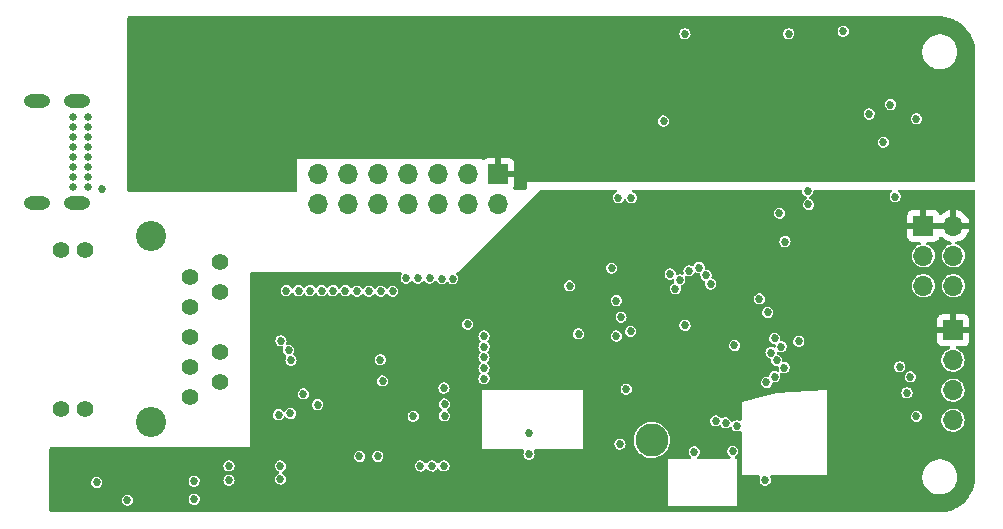
<source format=gbr>
G04 #@! TF.GenerationSoftware,KiCad,Pcbnew,(5.99.0-8454-g713af6630f)*
G04 #@! TF.CreationDate,2021-06-14T20:06:32-07:00*
G04 #@! TF.ProjectId,MFW007B,4d465730-3037-4422-9e6b-696361645f70,1*
G04 #@! TF.SameCoordinates,Original*
G04 #@! TF.FileFunction,Copper,L3,Inr*
G04 #@! TF.FilePolarity,Positive*
%FSLAX46Y46*%
G04 Gerber Fmt 4.6, Leading zero omitted, Abs format (unit mm)*
G04 Created by KiCad (PCBNEW (5.99.0-8454-g713af6630f)) date 2021-06-14 20:06:32*
%MOMM*%
%LPD*%
G01*
G04 APERTURE LIST*
G04 #@! TA.AperFunction,ComponentPad*
%ADD10R,1.700000X1.700000*%
G04 #@! TD*
G04 #@! TA.AperFunction,ComponentPad*
%ADD11O,1.700000X1.700000*%
G04 #@! TD*
G04 #@! TA.AperFunction,ComponentPad*
%ADD12C,0.650000*%
G04 #@! TD*
G04 #@! TA.AperFunction,ComponentPad*
%ADD13O,2.216000X1.108000*%
G04 #@! TD*
G04 #@! TA.AperFunction,ComponentPad*
%ADD14C,2.800000*%
G04 #@! TD*
G04 #@! TA.AperFunction,ComponentPad*
%ADD15C,1.398000*%
G04 #@! TD*
G04 #@! TA.AperFunction,ComponentPad*
%ADD16C,2.550000*%
G04 #@! TD*
G04 #@! TA.AperFunction,ViaPad*
%ADD17C,0.685800*%
G04 #@! TD*
G04 APERTURE END LIST*
D10*
X168000000Y-96860000D03*
D11*
X170540000Y-96860000D03*
X168000000Y-99400000D03*
X170540000Y-99400000D03*
X168000000Y-101940000D03*
X170540000Y-101940000D03*
D10*
X170500000Y-105700000D03*
D11*
X170500000Y-108240000D03*
X170500000Y-110780000D03*
X170500000Y-113320000D03*
D12*
X97303680Y-87653680D03*
X97303680Y-88503680D03*
X97303680Y-89353680D03*
X97303680Y-90203680D03*
X97303680Y-91053680D03*
X97303680Y-91903680D03*
X97303680Y-92753680D03*
X97303680Y-93603680D03*
X95953680Y-93603680D03*
X95953680Y-92753680D03*
X95953680Y-91903680D03*
X95953680Y-91053680D03*
X95953680Y-90203680D03*
X95953680Y-89353680D03*
X95953680Y-88503680D03*
X95953680Y-87653680D03*
D13*
X96323680Y-86303680D03*
X96323680Y-94953680D03*
X92943680Y-94953680D03*
X92943680Y-86303680D03*
D14*
X145000000Y-115000000D03*
D15*
X105928680Y-111343680D03*
X108468680Y-110073680D03*
X105928680Y-108803680D03*
X108468680Y-107533680D03*
X105928680Y-106263680D03*
X105928680Y-103723680D03*
X108468680Y-102453680D03*
X105928680Y-101183680D03*
X108468680Y-99913680D03*
X97038680Y-112353680D03*
X95008680Y-112353680D03*
X97038680Y-98903680D03*
X95008680Y-98903680D03*
D16*
X102628680Y-113503680D03*
X102628680Y-97753680D03*
D10*
X132000000Y-92500000D03*
D11*
X132000000Y-95040000D03*
X129460000Y-92500000D03*
X129460000Y-95040000D03*
X126920000Y-92500000D03*
X126920000Y-95040000D03*
X124380000Y-92500000D03*
X124380000Y-95040000D03*
X121840000Y-92500000D03*
X121840000Y-95040000D03*
X119300000Y-92500000D03*
X119300000Y-95040000D03*
X116760000Y-92500000D03*
X116760000Y-95040000D03*
D17*
X103950000Y-92450000D03*
X107000000Y-92500000D03*
X116700000Y-112000000D03*
X113100000Y-113900000D03*
X114400000Y-112750000D03*
X113400000Y-112850000D03*
X114500000Y-106100000D03*
X116500000Y-108650000D03*
X138050000Y-101950000D03*
X138050000Y-100950000D03*
X145450000Y-103300000D03*
X145600000Y-102500000D03*
X143800000Y-102600000D03*
X144650000Y-102750000D03*
X146550000Y-100950000D03*
X141600000Y-100450000D03*
X132400000Y-103800000D03*
X128150000Y-101350000D03*
X127250000Y-101350000D03*
X126200000Y-101300000D03*
X125200000Y-101300000D03*
X124200000Y-101300000D03*
X114050000Y-102350000D03*
X115100000Y-102350000D03*
X116050000Y-102350000D03*
X117050000Y-102350000D03*
X118000000Y-102350000D03*
X119050000Y-102350000D03*
X120050000Y-102400000D03*
X121050000Y-102400000D03*
X122050000Y-102400000D03*
X123050000Y-102400000D03*
X124050000Y-104450000D03*
X119050000Y-105250000D03*
X120050000Y-105200000D03*
X121050000Y-105200000D03*
X118050000Y-105250000D03*
X117250000Y-105250000D03*
X116450000Y-105250000D03*
X114550000Y-105200000D03*
X113800000Y-105200000D03*
X154600000Y-118400000D03*
X155800000Y-95800000D03*
X122000000Y-108200000D03*
X127400000Y-117200000D03*
X148600000Y-116000000D03*
X166600000Y-111000000D03*
X164600000Y-89800000D03*
X161200000Y-80400000D03*
X134600000Y-114400000D03*
X124800000Y-113000000D03*
X156600000Y-80600000D03*
X122200000Y-110000000D03*
X127400000Y-110600000D03*
X125400000Y-117200000D03*
X166000000Y-108800000D03*
X129400000Y-105200000D03*
X106250000Y-118500000D03*
X146000000Y-88000000D03*
X150417073Y-113382927D03*
X120250000Y-116400000D03*
X167400000Y-87800000D03*
X147000000Y-102200000D03*
X154800000Y-104200000D03*
X138800000Y-106000000D03*
X134600000Y-116200000D03*
X121800000Y-116400000D03*
X126400000Y-117200000D03*
X142833400Y-110698013D03*
X147800000Y-80600000D03*
X152200000Y-113800000D03*
X105500000Y-85500000D03*
X167600000Y-88600000D03*
X148600000Y-92200000D03*
X104700000Y-85500000D03*
X101400000Y-87400000D03*
X166800000Y-88600000D03*
X103900000Y-85500000D03*
X171000000Y-87600000D03*
X166600000Y-111900000D03*
X139800000Y-103600000D03*
X104230000Y-119310000D03*
X122800000Y-111000000D03*
X141000000Y-105400000D03*
X136600000Y-105400000D03*
X150400000Y-110933400D03*
X126723708Y-111050862D03*
X153800000Y-104200000D03*
X166000000Y-107800000D03*
X122000000Y-109012803D03*
X123987197Y-113000000D03*
X145400000Y-94400000D03*
X118572073Y-116572073D03*
X143800000Y-111000000D03*
X155800000Y-94800000D03*
X115500000Y-111100000D03*
X114450000Y-108250000D03*
X163400000Y-87400000D03*
X152000000Y-107000000D03*
X155400000Y-106400000D03*
X156266600Y-98200000D03*
X165200000Y-86600000D03*
X142300000Y-115350000D03*
X98000000Y-118600000D03*
X167400000Y-113000000D03*
X143200000Y-105800000D03*
X166900000Y-109650000D03*
X147800000Y-105300000D03*
X98433400Y-93752171D03*
X114250000Y-107400000D03*
X158261597Y-95061597D03*
X142000000Y-106200000D03*
X142000000Y-103200000D03*
X158200000Y-93933400D03*
X142400000Y-104600000D03*
X113600000Y-106600000D03*
X142169888Y-94484012D03*
X147367631Y-101455477D03*
X143262088Y-94484012D03*
X148139935Y-100683173D03*
X109200000Y-118400000D03*
X127450000Y-112950000D03*
X113550000Y-117200000D03*
X109200000Y-117200000D03*
X127450000Y-111950000D03*
X113550000Y-118300000D03*
X150000000Y-101800000D03*
X149596900Y-101076292D03*
X149000000Y-100400000D03*
X155100000Y-107600000D03*
X130800000Y-106200000D03*
X155568022Y-108264532D03*
X130800000Y-107100000D03*
X156201383Y-108873204D03*
X130800000Y-108000000D03*
X155400000Y-109633400D03*
X130800000Y-108900000D03*
X154700000Y-110133400D03*
X130800000Y-109800000D03*
X100600000Y-120100000D03*
X106250000Y-120040000D03*
X155950000Y-107100000D03*
X157450000Y-106650000D03*
X154100000Y-103050000D03*
X165600000Y-94400000D03*
X151850000Y-115950000D03*
X151250000Y-113550000D03*
G04 #@! TA.AperFunction,Conductor*
G36*
X169369728Y-79131173D02*
G01*
X169370686Y-79133575D01*
X169386044Y-79133778D01*
X169386045Y-79133778D01*
X169405380Y-79134033D01*
X169492429Y-79135183D01*
X169497771Y-79135368D01*
X169562967Y-79139029D01*
X169582406Y-79140121D01*
X169589447Y-79140715D01*
X169704823Y-79153714D01*
X169838083Y-79168729D01*
X169845049Y-79169712D01*
X169915755Y-79181725D01*
X169922680Y-79183103D01*
X170166590Y-79238774D01*
X170173432Y-79240539D01*
X170201525Y-79248632D01*
X170242348Y-79260393D01*
X170249039Y-79262526D01*
X170473001Y-79340894D01*
X170485199Y-79345162D01*
X170491800Y-79347682D01*
X170558035Y-79375117D01*
X170564487Y-79378004D01*
X170789902Y-79486558D01*
X170796182Y-79489802D01*
X170858929Y-79524481D01*
X170865016Y-79528072D01*
X171076847Y-79661175D01*
X171082723Y-79665101D01*
X171141181Y-79706579D01*
X171146829Y-79710829D01*
X171342450Y-79866831D01*
X171347849Y-79871391D01*
X171401312Y-79919168D01*
X171406448Y-79924024D01*
X171583336Y-80100912D01*
X171588192Y-80106048D01*
X171635969Y-80159511D01*
X171640529Y-80164910D01*
X171796531Y-80360531D01*
X171800781Y-80366179D01*
X171842259Y-80424637D01*
X171846185Y-80430513D01*
X171979288Y-80642344D01*
X171982879Y-80648431D01*
X172017558Y-80711178D01*
X172020802Y-80717458D01*
X172129359Y-80942879D01*
X172132240Y-80949318D01*
X172136407Y-80959376D01*
X172159675Y-81015550D01*
X172162195Y-81022153D01*
X172162882Y-81024115D01*
X172221619Y-81191976D01*
X172244832Y-81258316D01*
X172246973Y-81265035D01*
X172266824Y-81333938D01*
X172268577Y-81340734D01*
X172288524Y-81428123D01*
X172324257Y-81584680D01*
X172325636Y-81591612D01*
X172337645Y-81662293D01*
X172338633Y-81669291D01*
X172366645Y-81917913D01*
X172367239Y-81924954D01*
X172371992Y-82009589D01*
X172372177Y-82014931D01*
X172373785Y-82136675D01*
X172376187Y-82137632D01*
X172378680Y-82154194D01*
X172378680Y-93074000D01*
X172358678Y-93142121D01*
X172305022Y-93188614D01*
X172252680Y-93200000D01*
X134400000Y-93200000D01*
X134400000Y-93674000D01*
X134379998Y-93742121D01*
X134326342Y-93788614D01*
X134274000Y-93800000D01*
X133398776Y-93800000D01*
X133330655Y-93779998D01*
X133284162Y-93726342D01*
X133274058Y-93656068D01*
X133284162Y-93621658D01*
X133338477Y-93502725D01*
X133343502Y-93485612D01*
X133362361Y-93354446D01*
X133363000Y-93345505D01*
X133363000Y-92772115D01*
X133358525Y-92756876D01*
X133357135Y-92755671D01*
X133349452Y-92754000D01*
X131872000Y-92754000D01*
X131803879Y-92733998D01*
X131757386Y-92680342D01*
X131746000Y-92628000D01*
X131746000Y-91155115D01*
X131744659Y-91150548D01*
X132254000Y-91150548D01*
X132254000Y-92227885D01*
X132258475Y-92243124D01*
X132259865Y-92244329D01*
X132267548Y-92246000D01*
X133344885Y-92246000D01*
X133360124Y-92241525D01*
X133361329Y-92240135D01*
X133363000Y-92232452D01*
X133363000Y-91652257D01*
X133362839Y-91647750D01*
X133358260Y-91583731D01*
X133355874Y-91570509D01*
X133319181Y-91445542D01*
X133311767Y-91429308D01*
X133242574Y-91321640D01*
X133230888Y-91308153D01*
X133134160Y-91224338D01*
X133119152Y-91214693D01*
X133002725Y-91161523D01*
X132985612Y-91156498D01*
X132854446Y-91137639D01*
X132845505Y-91137000D01*
X132272115Y-91137000D01*
X132256876Y-91141475D01*
X132255671Y-91142865D01*
X132254000Y-91150548D01*
X131744659Y-91150548D01*
X131741525Y-91139876D01*
X131740135Y-91138671D01*
X131732452Y-91137000D01*
X131152257Y-91137000D01*
X131147750Y-91137161D01*
X131083731Y-91141740D01*
X131070509Y-91144126D01*
X130945542Y-91180819D01*
X130929308Y-91188233D01*
X130821636Y-91257429D01*
X130802325Y-91274161D01*
X130737744Y-91303653D01*
X130667470Y-91293548D01*
X130613816Y-91247053D01*
X130600000Y-91216801D01*
X130600000Y-91200000D01*
X115000000Y-91200000D01*
X115000000Y-93874000D01*
X114979998Y-93942121D01*
X114926342Y-93988614D01*
X114874000Y-94000000D01*
X100726000Y-94000000D01*
X100657879Y-93979998D01*
X100611386Y-93926342D01*
X100600000Y-93874000D01*
X100600000Y-89794192D01*
X164124635Y-89794192D01*
X164125799Y-89803093D01*
X164125799Y-89803097D01*
X164140949Y-89918945D01*
X164142113Y-89927844D01*
X164196399Y-90051220D01*
X164283130Y-90154399D01*
X164290608Y-90159376D01*
X164290607Y-90159376D01*
X164387862Y-90224115D01*
X164387864Y-90224116D01*
X164395335Y-90229089D01*
X164403899Y-90231765D01*
X164403902Y-90231766D01*
X164459664Y-90249187D01*
X164523992Y-90269285D01*
X164658760Y-90271755D01*
X164713356Y-90256870D01*
X164780145Y-90238662D01*
X164780147Y-90238661D01*
X164788804Y-90236301D01*
X164903670Y-90165773D01*
X164994124Y-90065840D01*
X165052895Y-89944537D01*
X165075258Y-89811615D01*
X165075400Y-89800000D01*
X165056291Y-89666571D01*
X165000502Y-89543868D01*
X164994644Y-89537069D01*
X164994641Y-89537065D01*
X164918376Y-89448556D01*
X164918373Y-89448554D01*
X164912516Y-89441756D01*
X164799408Y-89368443D01*
X164790806Y-89365871D01*
X164790803Y-89365869D01*
X164728981Y-89347381D01*
X164670269Y-89329822D01*
X164661293Y-89329767D01*
X164661292Y-89329767D01*
X164605686Y-89329427D01*
X164535481Y-89328998D01*
X164405880Y-89366039D01*
X164291884Y-89437965D01*
X164202657Y-89538995D01*
X164145373Y-89661006D01*
X164143993Y-89669871D01*
X164143992Y-89669873D01*
X164143123Y-89675458D01*
X164124635Y-89794192D01*
X100600000Y-89794192D01*
X100600000Y-87994192D01*
X145524635Y-87994192D01*
X145525799Y-88003093D01*
X145525799Y-88003097D01*
X145540949Y-88118945D01*
X145542113Y-88127844D01*
X145596399Y-88251220D01*
X145683130Y-88354399D01*
X145690608Y-88359376D01*
X145690607Y-88359376D01*
X145787862Y-88424115D01*
X145787864Y-88424116D01*
X145795335Y-88429089D01*
X145803899Y-88431765D01*
X145803902Y-88431766D01*
X145859663Y-88449187D01*
X145923992Y-88469285D01*
X146058760Y-88471755D01*
X146113356Y-88456870D01*
X146180145Y-88438662D01*
X146180147Y-88438661D01*
X146188804Y-88436301D01*
X146303670Y-88365773D01*
X146394124Y-88265840D01*
X146452895Y-88144537D01*
X146475258Y-88011615D01*
X146475400Y-88000000D01*
X146456291Y-87866571D01*
X146400502Y-87743868D01*
X146394644Y-87737069D01*
X146394641Y-87737065D01*
X146318376Y-87648556D01*
X146318373Y-87648554D01*
X146312516Y-87641756D01*
X146199408Y-87568443D01*
X146190806Y-87565871D01*
X146190803Y-87565869D01*
X146117235Y-87543868D01*
X146070269Y-87529822D01*
X146061293Y-87529767D01*
X146061292Y-87529767D01*
X146005686Y-87529427D01*
X145935481Y-87528998D01*
X145805880Y-87566039D01*
X145691884Y-87637965D01*
X145602657Y-87738995D01*
X145545373Y-87861006D01*
X145543993Y-87869871D01*
X145543992Y-87869873D01*
X145531109Y-87952617D01*
X145524635Y-87994192D01*
X100600000Y-87994192D01*
X100600000Y-87394192D01*
X162924635Y-87394192D01*
X162925799Y-87403093D01*
X162925799Y-87403097D01*
X162930216Y-87436873D01*
X162942113Y-87527844D01*
X162945725Y-87536054D01*
X162945726Y-87536056D01*
X162952760Y-87552042D01*
X162996399Y-87651220D01*
X163014281Y-87672493D01*
X163070182Y-87738995D01*
X163083130Y-87754399D01*
X163090608Y-87759376D01*
X163090607Y-87759376D01*
X163187862Y-87824115D01*
X163187864Y-87824116D01*
X163195335Y-87829089D01*
X163203899Y-87831765D01*
X163203902Y-87831766D01*
X163259663Y-87849187D01*
X163323992Y-87869285D01*
X163458760Y-87871755D01*
X163527982Y-87852883D01*
X163580145Y-87838662D01*
X163580147Y-87838661D01*
X163588804Y-87836301D01*
X163657385Y-87794192D01*
X166924635Y-87794192D01*
X166925799Y-87803093D01*
X166925799Y-87803097D01*
X166934778Y-87871755D01*
X166942113Y-87927844D01*
X166996399Y-88051220D01*
X167083130Y-88154399D01*
X167090608Y-88159376D01*
X167090607Y-88159376D01*
X167187862Y-88224115D01*
X167187864Y-88224116D01*
X167195335Y-88229089D01*
X167203899Y-88231765D01*
X167203902Y-88231766D01*
X167239886Y-88243008D01*
X167323992Y-88269285D01*
X167458760Y-88271755D01*
X167534082Y-88251220D01*
X167580145Y-88238662D01*
X167580147Y-88238661D01*
X167588804Y-88236301D01*
X167703670Y-88165773D01*
X167794124Y-88065840D01*
X167852895Y-87944537D01*
X167875258Y-87811615D01*
X167875400Y-87800000D01*
X167856291Y-87666571D01*
X167800502Y-87543868D01*
X167794644Y-87537069D01*
X167794641Y-87537065D01*
X167718376Y-87448556D01*
X167718373Y-87448554D01*
X167712516Y-87441756D01*
X167599408Y-87368443D01*
X167590806Y-87365871D01*
X167590803Y-87365869D01*
X167528981Y-87347381D01*
X167470269Y-87329822D01*
X167461293Y-87329767D01*
X167461292Y-87329767D01*
X167405686Y-87329427D01*
X167335481Y-87328998D01*
X167205880Y-87366039D01*
X167198293Y-87370826D01*
X167198291Y-87370827D01*
X167137895Y-87408934D01*
X167091884Y-87437965D01*
X167002657Y-87538995D01*
X166998843Y-87547118D01*
X166998842Y-87547120D01*
X166989960Y-87566039D01*
X166945373Y-87661006D01*
X166943993Y-87669871D01*
X166943992Y-87669873D01*
X166928329Y-87770469D01*
X166924635Y-87794192D01*
X163657385Y-87794192D01*
X163703670Y-87765773D01*
X163794124Y-87665840D01*
X163852895Y-87544537D01*
X163875258Y-87411615D01*
X163875400Y-87400000D01*
X163856291Y-87266571D01*
X163800502Y-87143868D01*
X163794644Y-87137069D01*
X163794641Y-87137065D01*
X163718376Y-87048556D01*
X163718373Y-87048554D01*
X163712516Y-87041756D01*
X163599408Y-86968443D01*
X163590806Y-86965871D01*
X163590803Y-86965869D01*
X163528981Y-86947381D01*
X163470269Y-86929822D01*
X163461293Y-86929767D01*
X163461292Y-86929767D01*
X163405686Y-86929427D01*
X163335481Y-86928998D01*
X163205880Y-86966039D01*
X163091884Y-87037965D01*
X163002657Y-87138995D01*
X162945373Y-87261006D01*
X162943993Y-87269871D01*
X162943992Y-87269873D01*
X162927884Y-87373329D01*
X162924635Y-87394192D01*
X100600000Y-87394192D01*
X100600000Y-86594192D01*
X164724635Y-86594192D01*
X164725799Y-86603093D01*
X164725799Y-86603097D01*
X164740949Y-86718945D01*
X164742113Y-86727844D01*
X164796399Y-86851220D01*
X164883130Y-86954399D01*
X164904228Y-86968443D01*
X164987862Y-87024115D01*
X164987864Y-87024116D01*
X164995335Y-87029089D01*
X165003899Y-87031765D01*
X165003902Y-87031766D01*
X165057644Y-87048556D01*
X165123992Y-87069285D01*
X165258760Y-87071755D01*
X165313356Y-87056870D01*
X165380145Y-87038662D01*
X165380147Y-87038661D01*
X165388804Y-87036301D01*
X165503670Y-86965773D01*
X165594124Y-86865840D01*
X165652895Y-86744537D01*
X165675258Y-86611615D01*
X165675400Y-86600000D01*
X165656291Y-86466571D01*
X165600502Y-86343868D01*
X165594644Y-86337069D01*
X165594641Y-86337065D01*
X165518376Y-86248556D01*
X165518373Y-86248554D01*
X165512516Y-86241756D01*
X165399408Y-86168443D01*
X165390806Y-86165871D01*
X165390803Y-86165869D01*
X165328981Y-86147381D01*
X165270269Y-86129822D01*
X165261293Y-86129767D01*
X165261292Y-86129767D01*
X165205686Y-86129427D01*
X165135481Y-86128998D01*
X165005880Y-86166039D01*
X164891884Y-86237965D01*
X164802657Y-86338995D01*
X164745373Y-86461006D01*
X164743993Y-86469871D01*
X164743992Y-86469873D01*
X164743123Y-86475458D01*
X164724635Y-86594192D01*
X100600000Y-86594192D01*
X100600000Y-82092459D01*
X167896623Y-82092459D01*
X167896920Y-82097611D01*
X167896920Y-82097615D01*
X167902694Y-82197748D01*
X167910608Y-82335004D01*
X167911745Y-82340050D01*
X167911746Y-82340056D01*
X167935828Y-82446913D01*
X167964019Y-82572008D01*
X168055422Y-82797106D01*
X168182361Y-83004253D01*
X168185742Y-83008156D01*
X168338044Y-83183979D01*
X168338048Y-83183983D01*
X168341429Y-83187886D01*
X168528353Y-83343073D01*
X168532805Y-83345675D01*
X168532810Y-83345678D01*
X168633236Y-83404362D01*
X168738113Y-83465647D01*
X168965076Y-83552315D01*
X168970142Y-83553346D01*
X168970143Y-83553346D01*
X169025666Y-83564642D01*
X169203146Y-83600751D01*
X169339745Y-83605760D01*
X169440767Y-83609465D01*
X169440771Y-83609465D01*
X169445931Y-83609654D01*
X169451051Y-83608998D01*
X169451053Y-83608998D01*
X169681781Y-83579441D01*
X169681782Y-83579441D01*
X169686909Y-83578784D01*
X169775135Y-83552315D01*
X169914657Y-83510456D01*
X169919610Y-83508970D01*
X169924249Y-83506697D01*
X169924255Y-83506695D01*
X170133142Y-83404362D01*
X170133141Y-83404362D01*
X170137784Y-83402088D01*
X170225147Y-83339773D01*
X170331368Y-83264006D01*
X170335571Y-83261008D01*
X170507661Y-83089518D01*
X170649431Y-82892224D01*
X170696442Y-82797106D01*
X170754780Y-82679067D01*
X170754781Y-82679065D01*
X170757074Y-82674425D01*
X170827699Y-82441969D01*
X170859410Y-82201100D01*
X170859492Y-82197748D01*
X170861098Y-82132045D01*
X170861098Y-82132040D01*
X170861180Y-82128680D01*
X170847365Y-81960646D01*
X170841697Y-81891700D01*
X170841696Y-81891694D01*
X170841273Y-81886549D01*
X170782088Y-81650921D01*
X170685212Y-81428123D01*
X170553249Y-81224140D01*
X170414591Y-81071755D01*
X170393221Y-81048270D01*
X170393219Y-81048268D01*
X170389743Y-81044448D01*
X170385692Y-81041249D01*
X170385688Y-81041245D01*
X170203138Y-80897076D01*
X170203134Y-80897074D01*
X170199083Y-80893874D01*
X169986391Y-80776462D01*
X169981522Y-80774738D01*
X169981518Y-80774736D01*
X169762253Y-80697090D01*
X169762249Y-80697089D01*
X169757378Y-80695364D01*
X169752285Y-80694457D01*
X169752282Y-80694456D01*
X169523285Y-80653665D01*
X169523279Y-80653664D01*
X169518196Y-80652759D01*
X169430067Y-80651682D01*
X169280436Y-80649854D01*
X169280434Y-80649854D01*
X169275266Y-80649791D01*
X169035114Y-80686540D01*
X168804188Y-80762018D01*
X168588691Y-80874199D01*
X168394409Y-81020069D01*
X168226561Y-81195713D01*
X168223647Y-81199985D01*
X168223646Y-81199986D01*
X168152716Y-81303966D01*
X168089654Y-81396411D01*
X167987364Y-81616775D01*
X167922439Y-81850887D01*
X167896623Y-82092459D01*
X100600000Y-82092459D01*
X100600000Y-80594192D01*
X147324635Y-80594192D01*
X147325799Y-80603093D01*
X147325799Y-80603097D01*
X147340755Y-80717458D01*
X147342113Y-80727844D01*
X147345725Y-80736054D01*
X147345726Y-80736056D01*
X147357150Y-80762018D01*
X147396399Y-80851220D01*
X147483130Y-80954399D01*
X147490608Y-80959376D01*
X147490607Y-80959376D01*
X147587862Y-81024115D01*
X147587864Y-81024116D01*
X147595335Y-81029089D01*
X147603899Y-81031765D01*
X147603902Y-81031766D01*
X147634243Y-81041245D01*
X147723992Y-81069285D01*
X147858760Y-81071755D01*
X147913356Y-81056870D01*
X147980145Y-81038662D01*
X147980147Y-81038661D01*
X147988804Y-81036301D01*
X148103670Y-80965773D01*
X148124393Y-80942879D01*
X148188102Y-80872493D01*
X148194124Y-80865840D01*
X148252895Y-80744537D01*
X148275258Y-80611615D01*
X148275400Y-80600000D01*
X148274568Y-80594192D01*
X156124635Y-80594192D01*
X156125799Y-80603093D01*
X156125799Y-80603097D01*
X156140755Y-80717458D01*
X156142113Y-80727844D01*
X156145725Y-80736054D01*
X156145726Y-80736056D01*
X156157150Y-80762018D01*
X156196399Y-80851220D01*
X156283130Y-80954399D01*
X156290608Y-80959376D01*
X156290607Y-80959376D01*
X156387862Y-81024115D01*
X156387864Y-81024116D01*
X156395335Y-81029089D01*
X156403899Y-81031765D01*
X156403902Y-81031766D01*
X156434243Y-81041245D01*
X156523992Y-81069285D01*
X156658760Y-81071755D01*
X156713356Y-81056870D01*
X156780145Y-81038662D01*
X156780147Y-81038661D01*
X156788804Y-81036301D01*
X156903670Y-80965773D01*
X156924393Y-80942879D01*
X156988102Y-80872493D01*
X156994124Y-80865840D01*
X157052895Y-80744537D01*
X157075258Y-80611615D01*
X157075400Y-80600000D01*
X157056291Y-80466571D01*
X157023383Y-80394192D01*
X160724635Y-80394192D01*
X160725799Y-80403093D01*
X160725799Y-80403097D01*
X160733372Y-80461006D01*
X160742113Y-80527844D01*
X160796399Y-80651220D01*
X160883130Y-80754399D01*
X160890608Y-80759376D01*
X160890607Y-80759376D01*
X160987862Y-80824115D01*
X160987864Y-80824116D01*
X160995335Y-80829089D01*
X161003899Y-80831765D01*
X161003902Y-80831766D01*
X161039886Y-80843008D01*
X161123992Y-80869285D01*
X161258760Y-80871755D01*
X161334082Y-80851220D01*
X161380145Y-80838662D01*
X161380147Y-80838661D01*
X161388804Y-80836301D01*
X161503670Y-80765773D01*
X161553087Y-80711178D01*
X161588102Y-80672493D01*
X161594124Y-80665840D01*
X161652895Y-80544537D01*
X161675258Y-80411615D01*
X161675400Y-80400000D01*
X161656291Y-80266571D01*
X161600502Y-80143868D01*
X161594644Y-80137069D01*
X161594641Y-80137065D01*
X161518376Y-80048556D01*
X161518373Y-80048554D01*
X161512516Y-80041756D01*
X161399408Y-79968443D01*
X161390806Y-79965871D01*
X161390803Y-79965869D01*
X161328981Y-79947381D01*
X161270269Y-79929822D01*
X161261293Y-79929767D01*
X161261292Y-79929767D01*
X161205686Y-79929427D01*
X161135481Y-79928998D01*
X161005880Y-79966039D01*
X160891884Y-80037965D01*
X160802657Y-80138995D01*
X160798843Y-80147118D01*
X160798842Y-80147120D01*
X160789960Y-80166039D01*
X160745373Y-80261006D01*
X160743993Y-80269871D01*
X160743992Y-80269873D01*
X160726532Y-80382010D01*
X160724635Y-80394192D01*
X157023383Y-80394192D01*
X157000502Y-80343868D01*
X156994644Y-80337069D01*
X156994641Y-80337065D01*
X156918376Y-80248556D01*
X156918373Y-80248554D01*
X156912516Y-80241756D01*
X156799408Y-80168443D01*
X156790806Y-80165871D01*
X156790803Y-80165869D01*
X156717235Y-80143868D01*
X156670269Y-80129822D01*
X156661293Y-80129767D01*
X156661292Y-80129767D01*
X156605686Y-80129427D01*
X156535481Y-80128998D01*
X156405880Y-80166039D01*
X156291884Y-80237965D01*
X156202657Y-80338995D01*
X156198843Y-80347118D01*
X156198842Y-80347120D01*
X156176276Y-80395185D01*
X156145373Y-80461006D01*
X156143993Y-80469871D01*
X156143992Y-80469873D01*
X156131109Y-80552617D01*
X156124635Y-80594192D01*
X148274568Y-80594192D01*
X148256291Y-80466571D01*
X148200502Y-80343868D01*
X148194644Y-80337069D01*
X148194641Y-80337065D01*
X148118376Y-80248556D01*
X148118373Y-80248554D01*
X148112516Y-80241756D01*
X147999408Y-80168443D01*
X147990806Y-80165871D01*
X147990803Y-80165869D01*
X147917235Y-80143868D01*
X147870269Y-80129822D01*
X147861293Y-80129767D01*
X147861292Y-80129767D01*
X147805686Y-80129427D01*
X147735481Y-80128998D01*
X147605880Y-80166039D01*
X147491884Y-80237965D01*
X147402657Y-80338995D01*
X147398843Y-80347118D01*
X147398842Y-80347120D01*
X147376276Y-80395185D01*
X147345373Y-80461006D01*
X147343993Y-80469871D01*
X147343992Y-80469873D01*
X147331109Y-80552617D01*
X147324635Y-80594192D01*
X100600000Y-80594192D01*
X100600000Y-79254680D01*
X100620002Y-79186559D01*
X100673658Y-79140066D01*
X100726000Y-79128680D01*
X169354118Y-79128680D01*
X169369728Y-79131173D01*
G37*
G04 #@! TD.AperFunction*
G04 #@! TA.AperFunction,Conductor*
G36*
X142019418Y-93820002D02*
G01*
X142065911Y-93873658D01*
X142076015Y-93943932D01*
X142046521Y-94008512D01*
X141992236Y-94043123D01*
X141992592Y-94043919D01*
X141987214Y-94046325D01*
X141985921Y-94047149D01*
X141984398Y-94047584D01*
X141984395Y-94047585D01*
X141975768Y-94050051D01*
X141968181Y-94054838D01*
X141968179Y-94054839D01*
X141958028Y-94061244D01*
X141861772Y-94121977D01*
X141772545Y-94223007D01*
X141768731Y-94231130D01*
X141768730Y-94231132D01*
X141742502Y-94286996D01*
X141715261Y-94345018D01*
X141713881Y-94353883D01*
X141713880Y-94353885D01*
X141700670Y-94438729D01*
X141694523Y-94478204D01*
X141695687Y-94487105D01*
X141695687Y-94487109D01*
X141710837Y-94602957D01*
X141712001Y-94611856D01*
X141715613Y-94620066D01*
X141715614Y-94620068D01*
X141716246Y-94621504D01*
X141766287Y-94735232D01*
X141853018Y-94838411D01*
X141860496Y-94843388D01*
X141860495Y-94843388D01*
X141957750Y-94908127D01*
X141957752Y-94908128D01*
X141965223Y-94913101D01*
X141973787Y-94915777D01*
X141973790Y-94915778D01*
X142024017Y-94931470D01*
X142093880Y-94953297D01*
X142228648Y-94955767D01*
X142317769Y-94931470D01*
X142350033Y-94922674D01*
X142350035Y-94922673D01*
X142358692Y-94920313D01*
X142473558Y-94849785D01*
X142480206Y-94842441D01*
X142557990Y-94756505D01*
X142564012Y-94749852D01*
X142602809Y-94669775D01*
X142650512Y-94617192D01*
X142719070Y-94598747D01*
X142786718Y-94620295D01*
X142831531Y-94673969D01*
X142858487Y-94735232D01*
X142945218Y-94838411D01*
X142952696Y-94843388D01*
X142952695Y-94843388D01*
X143049950Y-94908127D01*
X143049952Y-94908128D01*
X143057423Y-94913101D01*
X143065987Y-94915777D01*
X143065990Y-94915778D01*
X143116217Y-94931470D01*
X143186080Y-94953297D01*
X143320848Y-94955767D01*
X143409969Y-94931470D01*
X143442233Y-94922674D01*
X143442235Y-94922673D01*
X143450892Y-94920313D01*
X143565758Y-94849785D01*
X143572406Y-94842441D01*
X143650190Y-94756505D01*
X143656212Y-94749852D01*
X143714983Y-94628549D01*
X143737346Y-94495627D01*
X143737488Y-94484012D01*
X143724767Y-94395185D01*
X143719652Y-94359470D01*
X143719652Y-94359468D01*
X143718379Y-94350583D01*
X143662590Y-94227880D01*
X143656732Y-94221081D01*
X143656729Y-94221077D01*
X143580464Y-94132568D01*
X143580461Y-94132566D01*
X143574604Y-94125768D01*
X143461496Y-94052455D01*
X143442309Y-94046717D01*
X143382776Y-94008035D01*
X143353606Y-93943307D01*
X143364062Y-93873085D01*
X143410823Y-93819662D01*
X143478412Y-93800000D01*
X157599918Y-93800000D01*
X157668039Y-93820002D01*
X157714532Y-93873658D01*
X157725180Y-93924089D01*
X157724635Y-93927592D01*
X157733773Y-93997469D01*
X157740452Y-94048539D01*
X157742113Y-94061244D01*
X157796399Y-94184620D01*
X157883130Y-94287799D01*
X157897062Y-94297073D01*
X157987862Y-94357515D01*
X157987864Y-94357516D01*
X157995335Y-94362489D01*
X158003899Y-94365165D01*
X158003902Y-94365166D01*
X158070879Y-94386091D01*
X158129935Y-94425497D01*
X158158312Y-94490576D01*
X158146999Y-94560666D01*
X158099590Y-94613513D01*
X158083839Y-94620471D01*
X158084301Y-94621504D01*
X158076105Y-94625170D01*
X158067477Y-94627636D01*
X158059890Y-94632423D01*
X158059888Y-94632424D01*
X158019210Y-94658090D01*
X157953481Y-94699562D01*
X157864254Y-94800592D01*
X157860440Y-94808715D01*
X157860439Y-94808717D01*
X157849726Y-94831535D01*
X157806970Y-94922603D01*
X157805590Y-94931468D01*
X157805589Y-94931470D01*
X157788734Y-95039721D01*
X157786232Y-95055789D01*
X157787396Y-95064690D01*
X157787396Y-95064694D01*
X157796705Y-95135875D01*
X157803710Y-95189441D01*
X157857996Y-95312817D01*
X157944727Y-95415996D01*
X157952205Y-95420973D01*
X157952204Y-95420973D01*
X158049459Y-95485712D01*
X158049461Y-95485713D01*
X158056932Y-95490686D01*
X158065496Y-95493362D01*
X158065499Y-95493363D01*
X158120505Y-95510548D01*
X158185589Y-95530882D01*
X158320357Y-95533352D01*
X158393823Y-95513323D01*
X158441742Y-95500259D01*
X158441744Y-95500258D01*
X158450401Y-95497898D01*
X158565267Y-95427370D01*
X158655721Y-95327437D01*
X158714492Y-95206134D01*
X158736855Y-95073212D01*
X158736997Y-95061597D01*
X158721487Y-94953297D01*
X158719161Y-94937055D01*
X158719161Y-94937053D01*
X158717888Y-94928168D01*
X158712182Y-94915617D01*
X158679224Y-94843131D01*
X158662099Y-94805465D01*
X158656241Y-94798666D01*
X158656238Y-94798662D01*
X158579973Y-94710153D01*
X158579970Y-94710151D01*
X158574113Y-94703353D01*
X158461005Y-94630040D01*
X158452403Y-94627468D01*
X158452400Y-94627466D01*
X158391883Y-94609368D01*
X158332349Y-94570686D01*
X158303179Y-94505959D01*
X158313635Y-94435736D01*
X158360395Y-94382314D01*
X158377944Y-94373014D01*
X158380144Y-94372062D01*
X158388804Y-94369701D01*
X158503670Y-94299173D01*
X158594124Y-94199240D01*
X158652895Y-94077937D01*
X158675258Y-93945015D01*
X158675400Y-93933400D01*
X158675342Y-93932995D01*
X158690610Y-93864909D01*
X158741132Y-93815029D01*
X158800809Y-93800000D01*
X165233212Y-93800000D01*
X165301333Y-93820002D01*
X165347826Y-93873658D01*
X165357930Y-93943932D01*
X165328436Y-94008512D01*
X165300449Y-94032561D01*
X165291884Y-94037965D01*
X165202657Y-94138995D01*
X165198843Y-94147118D01*
X165198842Y-94147120D01*
X165182814Y-94181260D01*
X165145373Y-94261006D01*
X165143993Y-94269871D01*
X165143992Y-94269873D01*
X165127933Y-94373014D01*
X165124635Y-94394192D01*
X165125799Y-94403093D01*
X165125799Y-94403097D01*
X165134461Y-94469332D01*
X165142113Y-94527844D01*
X165196399Y-94651220D01*
X165211996Y-94669775D01*
X165273483Y-94742922D01*
X165283130Y-94754399D01*
X165290608Y-94759376D01*
X165290607Y-94759376D01*
X165387862Y-94824115D01*
X165387864Y-94824116D01*
X165395335Y-94829089D01*
X165403899Y-94831765D01*
X165403902Y-94831766D01*
X165441102Y-94843388D01*
X165523992Y-94869285D01*
X165658760Y-94871755D01*
X165713356Y-94856870D01*
X165780145Y-94838662D01*
X165780147Y-94838661D01*
X165788804Y-94836301D01*
X165903670Y-94765773D01*
X165994124Y-94665840D01*
X166052895Y-94544537D01*
X166075258Y-94411615D01*
X166075400Y-94400000D01*
X166059216Y-94286996D01*
X166057564Y-94275458D01*
X166057564Y-94275456D01*
X166056291Y-94266571D01*
X166000502Y-94143868D01*
X165994644Y-94137069D01*
X165994641Y-94137065D01*
X165918376Y-94048556D01*
X165918373Y-94048554D01*
X165912516Y-94041756D01*
X165897049Y-94031731D01*
X165850767Y-93977896D01*
X165840936Y-93907583D01*
X165870680Y-93843118D01*
X165930555Y-93804967D01*
X165965583Y-93800000D01*
X172252680Y-93800000D01*
X172320801Y-93820002D01*
X172367294Y-93873658D01*
X172378680Y-93926000D01*
X172378680Y-118104122D01*
X172376187Y-118119727D01*
X172373785Y-118120685D01*
X172373582Y-118136037D01*
X172373582Y-118136038D01*
X172373557Y-118137965D01*
X172372177Y-118242429D01*
X172371992Y-118247771D01*
X172368885Y-118303097D01*
X172367239Y-118332406D01*
X172366645Y-118339447D01*
X172338633Y-118588069D01*
X172337645Y-118595067D01*
X172325636Y-118665748D01*
X172324257Y-118672680D01*
X172268577Y-118916626D01*
X172266824Y-118923422D01*
X172246978Y-118992311D01*
X172244836Y-118999031D01*
X172220216Y-119069393D01*
X172162195Y-119235207D01*
X172159675Y-119241810D01*
X172132246Y-119308030D01*
X172129359Y-119314481D01*
X172020802Y-119539902D01*
X172017558Y-119546182D01*
X171982879Y-119608929D01*
X171979288Y-119615016D01*
X171846185Y-119826847D01*
X171842259Y-119832723D01*
X171800781Y-119891181D01*
X171796531Y-119896829D01*
X171640529Y-120092450D01*
X171635969Y-120097849D01*
X171588192Y-120151312D01*
X171583336Y-120156448D01*
X171406448Y-120333336D01*
X171401312Y-120338192D01*
X171347849Y-120385969D01*
X171342450Y-120390529D01*
X171146829Y-120546531D01*
X171141181Y-120550781D01*
X171082723Y-120592259D01*
X171076847Y-120596185D01*
X170865016Y-120729288D01*
X170858929Y-120732879D01*
X170796182Y-120767558D01*
X170789902Y-120770802D01*
X170564487Y-120879356D01*
X170558035Y-120882243D01*
X170491800Y-120909678D01*
X170485199Y-120912198D01*
X170249039Y-120994834D01*
X170242348Y-120996967D01*
X170201525Y-121008728D01*
X170173432Y-121016821D01*
X170166590Y-121018586D01*
X169922680Y-121074257D01*
X169915755Y-121075635D01*
X169845049Y-121087648D01*
X169838083Y-121088631D01*
X169704823Y-121103646D01*
X169589447Y-121116645D01*
X169582406Y-121117239D01*
X169562967Y-121118331D01*
X169497771Y-121121992D01*
X169492429Y-121122177D01*
X169370686Y-121123785D01*
X169369728Y-121126187D01*
X169353167Y-121128680D01*
X94126000Y-121128680D01*
X94057879Y-121108678D01*
X94011386Y-121055022D01*
X94000000Y-121002680D01*
X94000000Y-120094192D01*
X100124635Y-120094192D01*
X100125799Y-120103093D01*
X100125799Y-120103097D01*
X100137506Y-120192617D01*
X100142113Y-120227844D01*
X100196399Y-120351220D01*
X100283130Y-120454399D01*
X100290608Y-120459376D01*
X100290607Y-120459376D01*
X100387862Y-120524115D01*
X100387864Y-120524116D01*
X100395335Y-120529089D01*
X100403899Y-120531765D01*
X100403902Y-120531766D01*
X100451162Y-120546531D01*
X100523992Y-120569285D01*
X100658760Y-120571755D01*
X100751281Y-120546531D01*
X100780145Y-120538662D01*
X100780147Y-120538661D01*
X100788804Y-120536301D01*
X100903670Y-120465773D01*
X100994124Y-120365840D01*
X101052895Y-120244537D01*
X101075258Y-120111615D01*
X101075400Y-120100000D01*
X101065975Y-120034192D01*
X105774635Y-120034192D01*
X105775799Y-120043093D01*
X105775799Y-120043097D01*
X105790949Y-120158945D01*
X105792113Y-120167844D01*
X105846399Y-120291220D01*
X105933130Y-120394399D01*
X105940608Y-120399376D01*
X105940607Y-120399376D01*
X106037862Y-120464115D01*
X106037864Y-120464116D01*
X106045335Y-120469089D01*
X106053899Y-120471765D01*
X106053902Y-120471766D01*
X106109664Y-120489187D01*
X106173992Y-120509285D01*
X106308760Y-120511755D01*
X106363356Y-120496870D01*
X106430145Y-120478662D01*
X106430147Y-120478661D01*
X106438804Y-120476301D01*
X106553670Y-120405773D01*
X106590128Y-120365495D01*
X106638102Y-120312493D01*
X106644124Y-120305840D01*
X106702895Y-120184537D01*
X106725258Y-120051615D01*
X106725400Y-120040000D01*
X106706291Y-119906571D01*
X106650502Y-119783868D01*
X106644644Y-119777069D01*
X106644641Y-119777065D01*
X106568376Y-119688556D01*
X106568373Y-119688554D01*
X106562516Y-119681756D01*
X106449408Y-119608443D01*
X106440806Y-119605871D01*
X106440803Y-119605869D01*
X106365881Y-119583463D01*
X106320269Y-119569822D01*
X106311293Y-119569767D01*
X106311292Y-119569767D01*
X106255686Y-119569427D01*
X106185481Y-119568998D01*
X106055880Y-119606039D01*
X105941884Y-119677965D01*
X105852657Y-119778995D01*
X105848843Y-119787118D01*
X105848842Y-119787120D01*
X105827646Y-119832267D01*
X105795373Y-119901006D01*
X105793993Y-119909871D01*
X105793992Y-119909873D01*
X105786031Y-119961006D01*
X105774635Y-120034192D01*
X101065975Y-120034192D01*
X101056291Y-119966571D01*
X101000502Y-119843868D01*
X100994644Y-119837069D01*
X100994641Y-119837065D01*
X100918376Y-119748556D01*
X100918373Y-119748554D01*
X100912516Y-119741756D01*
X100799408Y-119668443D01*
X100790806Y-119665871D01*
X100790803Y-119665869D01*
X100728981Y-119647381D01*
X100670269Y-119629822D01*
X100661293Y-119629767D01*
X100661292Y-119629767D01*
X100605686Y-119629427D01*
X100535481Y-119628998D01*
X100405880Y-119666039D01*
X100398293Y-119670826D01*
X100398291Y-119670827D01*
X100337895Y-119708934D01*
X100291884Y-119737965D01*
X100202657Y-119838995D01*
X100145373Y-119961006D01*
X100143993Y-119969871D01*
X100143992Y-119969873D01*
X100131265Y-120051615D01*
X100124635Y-120094192D01*
X94000000Y-120094192D01*
X94000000Y-118594192D01*
X97524635Y-118594192D01*
X97525799Y-118603093D01*
X97525799Y-118603097D01*
X97534899Y-118672680D01*
X97542113Y-118727844D01*
X97545725Y-118736054D01*
X97545726Y-118736056D01*
X97553013Y-118752617D01*
X97596399Y-118851220D01*
X97683130Y-118954399D01*
X97705493Y-118969285D01*
X97787862Y-119024115D01*
X97787864Y-119024116D01*
X97795335Y-119029089D01*
X97803899Y-119031765D01*
X97803902Y-119031766D01*
X97859663Y-119049187D01*
X97923992Y-119069285D01*
X98058760Y-119071755D01*
X98113356Y-119056870D01*
X98180145Y-119038662D01*
X98180147Y-119038661D01*
X98188804Y-119036301D01*
X98303670Y-118965773D01*
X98328210Y-118938662D01*
X98388102Y-118872493D01*
X98394124Y-118865840D01*
X98452895Y-118744537D01*
X98475258Y-118611615D01*
X98475400Y-118600000D01*
X98460247Y-118494192D01*
X105774635Y-118494192D01*
X105775799Y-118503093D01*
X105775799Y-118503097D01*
X105790949Y-118618945D01*
X105792113Y-118627844D01*
X105795725Y-118636054D01*
X105795726Y-118636056D01*
X105803013Y-118652617D01*
X105846399Y-118751220D01*
X105933130Y-118854399D01*
X105940608Y-118859376D01*
X105940607Y-118859376D01*
X106037862Y-118924115D01*
X106037864Y-118924116D01*
X106045335Y-118929089D01*
X106053899Y-118931765D01*
X106053902Y-118931766D01*
X106104337Y-118947523D01*
X106173992Y-118969285D01*
X106308760Y-118971755D01*
X106373716Y-118954046D01*
X106430145Y-118938662D01*
X106430147Y-118938661D01*
X106438804Y-118936301D01*
X106553670Y-118865773D01*
X106578210Y-118838662D01*
X106638102Y-118772493D01*
X106644124Y-118765840D01*
X106702895Y-118644537D01*
X106725258Y-118511615D01*
X106725400Y-118500000D01*
X106710247Y-118394192D01*
X108724635Y-118394192D01*
X108725799Y-118403093D01*
X108725799Y-118403097D01*
X108740949Y-118518945D01*
X108742113Y-118527844D01*
X108745725Y-118536054D01*
X108745726Y-118536056D01*
X108753013Y-118552617D01*
X108796399Y-118651220D01*
X108883130Y-118754399D01*
X108890608Y-118759376D01*
X108890607Y-118759376D01*
X108987862Y-118824115D01*
X108987864Y-118824116D01*
X108995335Y-118829089D01*
X109003899Y-118831765D01*
X109003902Y-118831766D01*
X109039886Y-118843008D01*
X109123992Y-118869285D01*
X109258760Y-118871755D01*
X109334082Y-118851220D01*
X109380145Y-118838662D01*
X109380147Y-118838661D01*
X109388804Y-118836301D01*
X109503670Y-118765773D01*
X109528210Y-118738662D01*
X109588102Y-118672493D01*
X109594124Y-118665840D01*
X109652895Y-118544537D01*
X109675258Y-118411615D01*
X109675400Y-118400000D01*
X109656291Y-118266571D01*
X109600502Y-118143868D01*
X109594644Y-118137069D01*
X109594641Y-118137065D01*
X109518376Y-118048556D01*
X109518373Y-118048554D01*
X109512516Y-118041756D01*
X109399408Y-117968443D01*
X109390806Y-117965871D01*
X109390803Y-117965869D01*
X109310173Y-117941756D01*
X109270269Y-117929822D01*
X109261293Y-117929767D01*
X109261292Y-117929767D01*
X109205686Y-117929427D01*
X109135481Y-117928998D01*
X109005880Y-117966039D01*
X108998293Y-117970826D01*
X108998291Y-117970827D01*
X108973527Y-117986452D01*
X108891884Y-118037965D01*
X108802657Y-118138995D01*
X108798843Y-118147118D01*
X108798842Y-118147120D01*
X108789960Y-118166039D01*
X108745373Y-118261006D01*
X108743993Y-118269871D01*
X108743992Y-118269873D01*
X108728422Y-118369873D01*
X108724635Y-118394192D01*
X106710247Y-118394192D01*
X106706291Y-118366571D01*
X106650502Y-118243868D01*
X106644644Y-118237069D01*
X106644641Y-118237065D01*
X106568376Y-118148556D01*
X106568373Y-118148554D01*
X106562516Y-118141756D01*
X106449408Y-118068443D01*
X106440806Y-118065871D01*
X106440803Y-118065869D01*
X106360173Y-118041756D01*
X106320269Y-118029822D01*
X106311293Y-118029767D01*
X106311292Y-118029767D01*
X106255686Y-118029427D01*
X106185481Y-118028998D01*
X106055880Y-118066039D01*
X106048293Y-118070826D01*
X106048291Y-118070827D01*
X106022142Y-118087326D01*
X105941884Y-118137965D01*
X105852657Y-118238995D01*
X105848843Y-118247118D01*
X105848842Y-118247120D01*
X105843546Y-118258400D01*
X105795373Y-118361006D01*
X105793993Y-118369871D01*
X105793992Y-118369873D01*
X105778422Y-118469873D01*
X105774635Y-118494192D01*
X98460247Y-118494192D01*
X98456291Y-118466571D01*
X98400502Y-118343868D01*
X98394644Y-118337069D01*
X98394641Y-118337065D01*
X98318376Y-118248556D01*
X98318373Y-118248554D01*
X98312516Y-118241756D01*
X98199408Y-118168443D01*
X98190806Y-118165871D01*
X98190803Y-118165869D01*
X98110173Y-118141756D01*
X98070269Y-118129822D01*
X98061293Y-118129767D01*
X98061292Y-118129767D01*
X98005686Y-118129427D01*
X97935481Y-118128998D01*
X97805880Y-118166039D01*
X97798293Y-118170826D01*
X97798291Y-118170827D01*
X97737895Y-118208934D01*
X97691884Y-118237965D01*
X97602657Y-118338995D01*
X97598843Y-118347118D01*
X97598842Y-118347120D01*
X97593546Y-118358400D01*
X97545373Y-118461006D01*
X97543993Y-118469871D01*
X97543992Y-118469873D01*
X97528014Y-118572493D01*
X97524635Y-118594192D01*
X94000000Y-118594192D01*
X94000000Y-117194192D01*
X108724635Y-117194192D01*
X108725799Y-117203093D01*
X108725799Y-117203097D01*
X108728551Y-117224140D01*
X108742113Y-117327844D01*
X108796399Y-117451220D01*
X108883130Y-117554399D01*
X108890608Y-117559376D01*
X108890607Y-117559376D01*
X108987862Y-117624115D01*
X108987864Y-117624116D01*
X108995335Y-117629089D01*
X109003899Y-117631765D01*
X109003902Y-117631766D01*
X109059663Y-117649187D01*
X109123992Y-117669285D01*
X109258760Y-117671755D01*
X109316791Y-117655934D01*
X109380145Y-117638662D01*
X109380147Y-117638661D01*
X109388804Y-117636301D01*
X109503670Y-117565773D01*
X109594124Y-117465840D01*
X109652895Y-117344537D01*
X109675258Y-117211615D01*
X109675400Y-117200000D01*
X109674568Y-117194192D01*
X113074635Y-117194192D01*
X113075799Y-117203093D01*
X113075799Y-117203097D01*
X113078551Y-117224140D01*
X113092113Y-117327844D01*
X113146399Y-117451220D01*
X113233130Y-117554399D01*
X113240608Y-117559376D01*
X113240607Y-117559376D01*
X113337862Y-117624115D01*
X113337864Y-117624116D01*
X113345335Y-117629089D01*
X113353902Y-117631765D01*
X113362006Y-117635631D01*
X113360614Y-117638549D01*
X113406466Y-117669150D01*
X113434836Y-117734232D01*
X113423517Y-117804321D01*
X113376102Y-117857163D01*
X113363416Y-117863885D01*
X113355880Y-117866039D01*
X113241884Y-117937965D01*
X113152657Y-118038995D01*
X113148843Y-118047118D01*
X113148842Y-118047120D01*
X113139960Y-118066039D01*
X113095373Y-118161006D01*
X113093993Y-118169871D01*
X113093992Y-118169873D01*
X113078422Y-118269873D01*
X113074635Y-118294192D01*
X113075799Y-118303093D01*
X113075799Y-118303097D01*
X113090949Y-118418945D01*
X113092113Y-118427844D01*
X113095725Y-118436054D01*
X113095726Y-118436056D01*
X113098328Y-118441969D01*
X113146399Y-118551220D01*
X113233130Y-118654399D01*
X113240608Y-118659376D01*
X113240607Y-118659376D01*
X113337862Y-118724115D01*
X113337864Y-118724116D01*
X113345335Y-118729089D01*
X113353899Y-118731765D01*
X113353902Y-118731766D01*
X113389886Y-118743008D01*
X113473992Y-118769285D01*
X113608760Y-118771755D01*
X113672421Y-118754399D01*
X113730145Y-118738662D01*
X113730147Y-118738661D01*
X113738804Y-118736301D01*
X113853670Y-118665773D01*
X113883830Y-118632453D01*
X113938102Y-118572493D01*
X113944124Y-118565840D01*
X114002895Y-118444537D01*
X114025258Y-118311615D01*
X114025400Y-118300000D01*
X114008150Y-118179549D01*
X114007564Y-118175458D01*
X114007564Y-118175456D01*
X114006291Y-118166571D01*
X113950502Y-118043868D01*
X113944644Y-118037069D01*
X113944641Y-118037065D01*
X113868376Y-117948556D01*
X113868373Y-117948554D01*
X113862516Y-117941756D01*
X113749408Y-117868443D01*
X113740803Y-117865869D01*
X113737428Y-117864310D01*
X113683980Y-117817578D01*
X113664281Y-117749369D01*
X113684586Y-117681338D01*
X113737418Y-117636679D01*
X113738804Y-117636301D01*
X113853670Y-117565773D01*
X113944124Y-117465840D01*
X114002895Y-117344537D01*
X114025258Y-117211615D01*
X114025400Y-117200000D01*
X114024568Y-117194192D01*
X124924635Y-117194192D01*
X124925799Y-117203093D01*
X124925799Y-117203097D01*
X124928551Y-117224140D01*
X124942113Y-117327844D01*
X124996399Y-117451220D01*
X125083130Y-117554399D01*
X125090608Y-117559376D01*
X125090607Y-117559376D01*
X125187862Y-117624115D01*
X125187864Y-117624116D01*
X125195335Y-117629089D01*
X125203899Y-117631765D01*
X125203902Y-117631766D01*
X125259663Y-117649187D01*
X125323992Y-117669285D01*
X125458760Y-117671755D01*
X125516791Y-117655934D01*
X125580145Y-117638662D01*
X125580147Y-117638661D01*
X125588804Y-117636301D01*
X125703670Y-117565773D01*
X125794124Y-117465840D01*
X125796637Y-117460654D01*
X125850066Y-117416394D01*
X125920547Y-117407852D01*
X125984457Y-117438771D01*
X125995494Y-117451981D01*
X125996399Y-117451220D01*
X126083130Y-117554399D01*
X126090608Y-117559376D01*
X126090607Y-117559376D01*
X126187862Y-117624115D01*
X126187864Y-117624116D01*
X126195335Y-117629089D01*
X126203899Y-117631765D01*
X126203902Y-117631766D01*
X126259663Y-117649187D01*
X126323992Y-117669285D01*
X126458760Y-117671755D01*
X126516791Y-117655934D01*
X126580145Y-117638662D01*
X126580147Y-117638661D01*
X126588804Y-117636301D01*
X126703670Y-117565773D01*
X126794124Y-117465840D01*
X126796637Y-117460654D01*
X126850066Y-117416394D01*
X126920547Y-117407852D01*
X126984457Y-117438771D01*
X126995494Y-117451981D01*
X126996399Y-117451220D01*
X127083130Y-117554399D01*
X127090608Y-117559376D01*
X127090607Y-117559376D01*
X127187862Y-117624115D01*
X127187864Y-117624116D01*
X127195335Y-117629089D01*
X127203899Y-117631765D01*
X127203902Y-117631766D01*
X127259663Y-117649187D01*
X127323992Y-117669285D01*
X127458760Y-117671755D01*
X127516791Y-117655934D01*
X127580145Y-117638662D01*
X127580147Y-117638661D01*
X127588804Y-117636301D01*
X127703670Y-117565773D01*
X127794124Y-117465840D01*
X127852895Y-117344537D01*
X127875258Y-117211615D01*
X127875400Y-117200000D01*
X127856291Y-117066571D01*
X127800502Y-116943868D01*
X127794644Y-116937069D01*
X127794641Y-116937065D01*
X127718376Y-116848556D01*
X127718373Y-116848554D01*
X127712516Y-116841756D01*
X127599408Y-116768443D01*
X127590806Y-116765871D01*
X127590803Y-116765869D01*
X127528981Y-116747381D01*
X127470269Y-116729822D01*
X127461293Y-116729767D01*
X127461292Y-116729767D01*
X127405686Y-116729427D01*
X127335481Y-116728998D01*
X127205880Y-116766039D01*
X127198293Y-116770826D01*
X127198291Y-116770827D01*
X127137895Y-116808934D01*
X127091884Y-116837965D01*
X127002657Y-116938995D01*
X127002268Y-116939824D01*
X126951240Y-116983153D01*
X126880868Y-116992553D01*
X126816586Y-116962414D01*
X126800624Y-116943763D01*
X126800502Y-116943868D01*
X126718376Y-116848556D01*
X126718373Y-116848554D01*
X126712516Y-116841756D01*
X126599408Y-116768443D01*
X126590806Y-116765871D01*
X126590803Y-116765869D01*
X126528981Y-116747381D01*
X126470269Y-116729822D01*
X126461293Y-116729767D01*
X126461292Y-116729767D01*
X126405686Y-116729427D01*
X126335481Y-116728998D01*
X126205880Y-116766039D01*
X126198293Y-116770826D01*
X126198291Y-116770827D01*
X126137895Y-116808934D01*
X126091884Y-116837965D01*
X126002657Y-116938995D01*
X126002268Y-116939824D01*
X125951240Y-116983153D01*
X125880868Y-116992553D01*
X125816586Y-116962414D01*
X125800624Y-116943763D01*
X125800502Y-116943868D01*
X125718376Y-116848556D01*
X125718373Y-116848554D01*
X125712516Y-116841756D01*
X125599408Y-116768443D01*
X125590806Y-116765871D01*
X125590803Y-116765869D01*
X125528981Y-116747381D01*
X125470269Y-116729822D01*
X125461293Y-116729767D01*
X125461292Y-116729767D01*
X125405686Y-116729427D01*
X125335481Y-116728998D01*
X125205880Y-116766039D01*
X125198293Y-116770826D01*
X125198291Y-116770827D01*
X125137895Y-116808934D01*
X125091884Y-116837965D01*
X125002657Y-116938995D01*
X124945373Y-117061006D01*
X124943993Y-117069871D01*
X124943992Y-117069873D01*
X124943123Y-117075458D01*
X124924635Y-117194192D01*
X114024568Y-117194192D01*
X114006291Y-117066571D01*
X113950502Y-116943868D01*
X113944644Y-116937069D01*
X113944641Y-116937065D01*
X113868376Y-116848556D01*
X113868373Y-116848554D01*
X113862516Y-116841756D01*
X113749408Y-116768443D01*
X113740806Y-116765871D01*
X113740803Y-116765869D01*
X113678981Y-116747381D01*
X113620269Y-116729822D01*
X113611293Y-116729767D01*
X113611292Y-116729767D01*
X113555686Y-116729427D01*
X113485481Y-116728998D01*
X113355880Y-116766039D01*
X113348293Y-116770826D01*
X113348291Y-116770827D01*
X113287895Y-116808934D01*
X113241884Y-116837965D01*
X113152657Y-116938995D01*
X113095373Y-117061006D01*
X113093993Y-117069871D01*
X113093992Y-117069873D01*
X113093123Y-117075458D01*
X113074635Y-117194192D01*
X109674568Y-117194192D01*
X109656291Y-117066571D01*
X109600502Y-116943868D01*
X109594644Y-116937069D01*
X109594641Y-116937065D01*
X109518376Y-116848556D01*
X109518373Y-116848554D01*
X109512516Y-116841756D01*
X109399408Y-116768443D01*
X109390806Y-116765871D01*
X109390803Y-116765869D01*
X109328981Y-116747381D01*
X109270269Y-116729822D01*
X109261293Y-116729767D01*
X109261292Y-116729767D01*
X109205686Y-116729427D01*
X109135481Y-116728998D01*
X109005880Y-116766039D01*
X108998293Y-116770826D01*
X108998291Y-116770827D01*
X108937895Y-116808934D01*
X108891884Y-116837965D01*
X108802657Y-116938995D01*
X108745373Y-117061006D01*
X108743993Y-117069871D01*
X108743992Y-117069873D01*
X108743123Y-117075458D01*
X108724635Y-117194192D01*
X94000000Y-117194192D01*
X94000000Y-116394192D01*
X119774635Y-116394192D01*
X119775799Y-116403093D01*
X119775799Y-116403097D01*
X119790949Y-116518945D01*
X119792113Y-116527844D01*
X119795725Y-116536054D01*
X119795726Y-116536056D01*
X119805874Y-116559119D01*
X119846399Y-116651220D01*
X119933130Y-116754399D01*
X119954228Y-116768443D01*
X120037862Y-116824115D01*
X120037864Y-116824116D01*
X120045335Y-116829089D01*
X120053899Y-116831765D01*
X120053902Y-116831766D01*
X120107644Y-116848556D01*
X120173992Y-116869285D01*
X120308760Y-116871755D01*
X120363356Y-116856870D01*
X120430145Y-116838662D01*
X120430147Y-116838661D01*
X120438804Y-116836301D01*
X120553670Y-116765773D01*
X120644124Y-116665840D01*
X120702895Y-116544537D01*
X120725258Y-116411615D01*
X120725400Y-116400000D01*
X120724568Y-116394192D01*
X121324635Y-116394192D01*
X121325799Y-116403093D01*
X121325799Y-116403097D01*
X121340949Y-116518945D01*
X121342113Y-116527844D01*
X121345725Y-116536054D01*
X121345726Y-116536056D01*
X121355874Y-116559119D01*
X121396399Y-116651220D01*
X121483130Y-116754399D01*
X121504228Y-116768443D01*
X121587862Y-116824115D01*
X121587864Y-116824116D01*
X121595335Y-116829089D01*
X121603899Y-116831765D01*
X121603902Y-116831766D01*
X121657644Y-116848556D01*
X121723992Y-116869285D01*
X121858760Y-116871755D01*
X121913356Y-116856870D01*
X121980145Y-116838662D01*
X121980147Y-116838661D01*
X121988804Y-116836301D01*
X122103670Y-116765773D01*
X122194124Y-116665840D01*
X122252895Y-116544537D01*
X122275258Y-116411615D01*
X122275400Y-116400000D01*
X122256291Y-116266571D01*
X122200502Y-116143868D01*
X122194644Y-116137069D01*
X122194641Y-116137065D01*
X122118376Y-116048556D01*
X122118373Y-116048554D01*
X122112516Y-116041756D01*
X121999408Y-115968443D01*
X121990806Y-115965871D01*
X121990803Y-115965869D01*
X121921639Y-115945185D01*
X121870269Y-115929822D01*
X121861293Y-115929767D01*
X121861292Y-115929767D01*
X121805686Y-115929427D01*
X121735481Y-115928998D01*
X121605880Y-115966039D01*
X121598293Y-115970826D01*
X121598291Y-115970827D01*
X121537895Y-116008934D01*
X121491884Y-116037965D01*
X121402657Y-116138995D01*
X121398843Y-116147118D01*
X121398842Y-116147120D01*
X121384862Y-116176897D01*
X121345373Y-116261006D01*
X121343993Y-116269871D01*
X121343992Y-116269873D01*
X121326987Y-116379089D01*
X121324635Y-116394192D01*
X120724568Y-116394192D01*
X120706291Y-116266571D01*
X120650502Y-116143868D01*
X120644644Y-116137069D01*
X120644641Y-116137065D01*
X120568376Y-116048556D01*
X120568373Y-116048554D01*
X120562516Y-116041756D01*
X120449408Y-115968443D01*
X120440806Y-115965871D01*
X120440803Y-115965869D01*
X120371639Y-115945185D01*
X120320269Y-115929822D01*
X120311293Y-115929767D01*
X120311292Y-115929767D01*
X120255686Y-115929427D01*
X120185481Y-115928998D01*
X120055880Y-115966039D01*
X120048293Y-115970826D01*
X120048291Y-115970827D01*
X119987895Y-116008934D01*
X119941884Y-116037965D01*
X119852657Y-116138995D01*
X119848843Y-116147118D01*
X119848842Y-116147120D01*
X119834862Y-116176897D01*
X119795373Y-116261006D01*
X119793993Y-116269871D01*
X119793992Y-116269873D01*
X119776987Y-116379089D01*
X119774635Y-116394192D01*
X94000000Y-116394192D01*
X94000000Y-115726000D01*
X94020002Y-115657879D01*
X94073658Y-115611386D01*
X94126000Y-115600000D01*
X111000000Y-115600000D01*
X111000000Y-112844192D01*
X112924635Y-112844192D01*
X112925799Y-112853093D01*
X112925799Y-112853097D01*
X112940949Y-112968945D01*
X112942113Y-112977844D01*
X112945725Y-112986054D01*
X112945726Y-112986056D01*
X112962722Y-113024683D01*
X112996399Y-113101220D01*
X113083130Y-113204399D01*
X113090608Y-113209376D01*
X113090607Y-113209376D01*
X113187862Y-113274115D01*
X113187864Y-113274116D01*
X113195335Y-113279089D01*
X113203899Y-113281765D01*
X113203902Y-113281766D01*
X113254337Y-113297523D01*
X113323992Y-113319285D01*
X113458760Y-113321755D01*
X113531067Y-113302042D01*
X113580145Y-113288662D01*
X113580147Y-113288661D01*
X113588804Y-113286301D01*
X113703670Y-113215773D01*
X113728210Y-113188662D01*
X113788102Y-113122493D01*
X113794124Y-113115840D01*
X113798035Y-113107767D01*
X113798038Y-113107763D01*
X113818552Y-113065421D01*
X113866254Y-113012837D01*
X113934813Y-112994392D01*
X114002461Y-113015940D01*
X114028392Y-113039280D01*
X114083130Y-113104399D01*
X114101090Y-113116354D01*
X114187862Y-113174115D01*
X114187864Y-113174116D01*
X114195335Y-113179089D01*
X114203899Y-113181765D01*
X114203902Y-113181766D01*
X114239886Y-113193008D01*
X114323992Y-113219285D01*
X114458760Y-113221755D01*
X114534082Y-113201220D01*
X114580145Y-113188662D01*
X114580147Y-113188661D01*
X114588804Y-113186301D01*
X114703670Y-113115773D01*
X114794124Y-113015840D01*
X114804612Y-112994192D01*
X124324635Y-112994192D01*
X124325799Y-113003093D01*
X124325799Y-113003097D01*
X124340949Y-113118945D01*
X124342113Y-113127844D01*
X124345725Y-113136054D01*
X124345726Y-113136056D01*
X124356312Y-113160115D01*
X124396399Y-113251220D01*
X124483130Y-113354399D01*
X124503934Y-113368247D01*
X124587862Y-113424115D01*
X124587864Y-113424116D01*
X124595335Y-113429089D01*
X124603899Y-113431765D01*
X124603902Y-113431766D01*
X124659664Y-113449187D01*
X124723992Y-113469285D01*
X124858760Y-113471755D01*
X124913356Y-113456870D01*
X124980145Y-113438662D01*
X124980147Y-113438661D01*
X124988804Y-113436301D01*
X125103670Y-113365773D01*
X125145749Y-113319285D01*
X125188102Y-113272493D01*
X125194124Y-113265840D01*
X125252895Y-113144537D01*
X125275258Y-113011615D01*
X125275400Y-113000000D01*
X125262904Y-112912749D01*
X125257564Y-112875458D01*
X125257564Y-112875456D01*
X125256291Y-112866571D01*
X125200502Y-112743868D01*
X125194644Y-112737069D01*
X125194641Y-112737065D01*
X125118376Y-112648556D01*
X125118373Y-112648554D01*
X125112516Y-112641756D01*
X124999408Y-112568443D01*
X124990806Y-112565871D01*
X124990803Y-112565869D01*
X124909568Y-112541575D01*
X124870269Y-112529822D01*
X124861293Y-112529767D01*
X124861292Y-112529767D01*
X124805686Y-112529427D01*
X124735481Y-112528998D01*
X124605880Y-112566039D01*
X124598293Y-112570826D01*
X124598291Y-112570827D01*
X124544782Y-112604589D01*
X124491884Y-112637965D01*
X124402657Y-112738995D01*
X124398843Y-112747118D01*
X124398842Y-112747120D01*
X124387406Y-112771479D01*
X124345373Y-112861006D01*
X124343993Y-112869871D01*
X124343992Y-112869873D01*
X124328961Y-112966410D01*
X124324635Y-112994192D01*
X114804612Y-112994192D01*
X114852895Y-112894537D01*
X114875258Y-112761615D01*
X114875400Y-112750000D01*
X114856291Y-112616571D01*
X114851132Y-112605223D01*
X114833238Y-112565869D01*
X114800502Y-112493868D01*
X114794644Y-112487069D01*
X114794641Y-112487065D01*
X114718376Y-112398556D01*
X114718373Y-112398554D01*
X114712516Y-112391756D01*
X114599408Y-112318443D01*
X114590806Y-112315871D01*
X114590803Y-112315869D01*
X114528981Y-112297381D01*
X114470269Y-112279822D01*
X114461293Y-112279767D01*
X114461292Y-112279767D01*
X114405686Y-112279427D01*
X114335481Y-112278998D01*
X114205880Y-112316039D01*
X114198293Y-112320826D01*
X114198291Y-112320827D01*
X114145083Y-112354399D01*
X114091884Y-112387965D01*
X114002657Y-112488995D01*
X113982100Y-112532781D01*
X113935046Y-112585940D01*
X113866718Y-112605223D01*
X113798812Y-112584504D01*
X113772593Y-112561478D01*
X113718376Y-112498556D01*
X113718373Y-112498554D01*
X113712516Y-112491756D01*
X113599408Y-112418443D01*
X113590806Y-112415871D01*
X113590803Y-112415869D01*
X113510173Y-112391756D01*
X113470269Y-112379822D01*
X113461293Y-112379767D01*
X113461292Y-112379767D01*
X113405686Y-112379427D01*
X113335481Y-112378998D01*
X113205880Y-112416039D01*
X113198293Y-112420826D01*
X113198291Y-112420827D01*
X113166961Y-112440595D01*
X113091884Y-112487965D01*
X113002657Y-112588995D01*
X112998843Y-112597118D01*
X112998842Y-112597120D01*
X112980178Y-112636873D01*
X112945373Y-112711006D01*
X112943993Y-112719871D01*
X112943992Y-112719873D01*
X112928422Y-112819873D01*
X112924635Y-112844192D01*
X111000000Y-112844192D01*
X111000000Y-111994192D01*
X116224635Y-111994192D01*
X116225799Y-112003093D01*
X116225799Y-112003097D01*
X116238814Y-112102617D01*
X116242113Y-112127844D01*
X116245725Y-112136054D01*
X116245726Y-112136056D01*
X116262504Y-112174187D01*
X116296399Y-112251220D01*
X116321823Y-112281465D01*
X116370715Y-112339629D01*
X116383130Y-112354399D01*
X116390608Y-112359376D01*
X116390607Y-112359376D01*
X116487862Y-112424115D01*
X116487864Y-112424116D01*
X116495335Y-112429089D01*
X116503899Y-112431765D01*
X116503902Y-112431766D01*
X116559663Y-112449187D01*
X116623992Y-112469285D01*
X116758760Y-112471755D01*
X116840299Y-112449525D01*
X116880145Y-112438662D01*
X116880147Y-112438661D01*
X116888804Y-112436301D01*
X117003670Y-112365773D01*
X117028200Y-112338673D01*
X117088102Y-112272493D01*
X117094124Y-112265840D01*
X117152895Y-112144537D01*
X117175258Y-112011615D01*
X117175400Y-112000000D01*
X117167407Y-111944192D01*
X126974635Y-111944192D01*
X126975799Y-111953093D01*
X126975799Y-111953097D01*
X126982816Y-112006754D01*
X126992113Y-112077844D01*
X126995725Y-112086054D01*
X126995726Y-112086056D01*
X127003013Y-112102617D01*
X127046399Y-112201220D01*
X127133130Y-112304399D01*
X127186056Y-112339629D01*
X127194267Y-112345095D01*
X127239890Y-112399492D01*
X127248861Y-112469919D01*
X127218332Y-112534017D01*
X127191686Y-112556542D01*
X127141884Y-112587965D01*
X127052657Y-112688995D01*
X127048843Y-112697118D01*
X127048842Y-112697120D01*
X127021935Y-112754431D01*
X126995373Y-112811006D01*
X126993993Y-112819871D01*
X126993992Y-112819873D01*
X126977255Y-112927368D01*
X126974635Y-112944192D01*
X126975799Y-112953093D01*
X126975799Y-112953097D01*
X126986050Y-113031483D01*
X126992113Y-113077844D01*
X126995725Y-113086054D01*
X126995726Y-113086056D01*
X127011736Y-113122441D01*
X127046399Y-113201220D01*
X127133130Y-113304399D01*
X127140608Y-113309376D01*
X127140607Y-113309376D01*
X127237862Y-113374115D01*
X127237864Y-113374116D01*
X127245335Y-113379089D01*
X127253899Y-113381765D01*
X127253902Y-113381766D01*
X127296294Y-113395010D01*
X127373992Y-113419285D01*
X127508760Y-113421755D01*
X127606860Y-113395010D01*
X127630145Y-113388662D01*
X127630147Y-113388661D01*
X127638804Y-113386301D01*
X127753670Y-113315773D01*
X127778210Y-113288662D01*
X127826048Y-113235810D01*
X127844124Y-113215840D01*
X127902895Y-113094537D01*
X127925258Y-112961615D01*
X127925400Y-112950000D01*
X127911522Y-112853097D01*
X127907564Y-112825458D01*
X127907564Y-112825456D01*
X127906291Y-112816571D01*
X127850502Y-112693868D01*
X127844644Y-112687069D01*
X127844641Y-112687065D01*
X127768376Y-112598556D01*
X127768373Y-112598554D01*
X127762516Y-112591756D01*
X127707129Y-112555856D01*
X127660847Y-112502021D01*
X127651016Y-112431708D01*
X127680760Y-112367243D01*
X127709734Y-112342750D01*
X127719679Y-112336643D01*
X127753670Y-112315773D01*
X127844124Y-112215840D01*
X127902895Y-112094537D01*
X127925258Y-111961615D01*
X127925400Y-111950000D01*
X127912282Y-111858400D01*
X127907564Y-111825458D01*
X127907564Y-111825456D01*
X127906291Y-111816571D01*
X127850502Y-111693868D01*
X127844644Y-111687069D01*
X127844641Y-111687065D01*
X127768376Y-111598556D01*
X127768373Y-111598554D01*
X127762516Y-111591756D01*
X127649408Y-111518443D01*
X127640806Y-111515871D01*
X127640803Y-111515869D01*
X127575073Y-111496212D01*
X127520269Y-111479822D01*
X127511293Y-111479767D01*
X127511292Y-111479767D01*
X127455686Y-111479427D01*
X127385481Y-111478998D01*
X127255880Y-111516039D01*
X127248293Y-111520826D01*
X127248291Y-111520827D01*
X127202366Y-111549804D01*
X127141884Y-111587965D01*
X127052657Y-111688995D01*
X127048843Y-111697118D01*
X127048842Y-111697120D01*
X127022959Y-111752249D01*
X126995373Y-111811006D01*
X126993993Y-111819871D01*
X126993992Y-111819873D01*
X126987588Y-111861006D01*
X126974635Y-111944192D01*
X117167407Y-111944192D01*
X117156291Y-111866571D01*
X117100502Y-111743868D01*
X117094644Y-111737069D01*
X117094641Y-111737065D01*
X117018376Y-111648556D01*
X117018373Y-111648554D01*
X117012516Y-111641756D01*
X116899408Y-111568443D01*
X116890806Y-111565871D01*
X116890803Y-111565869D01*
X116828981Y-111547381D01*
X116770269Y-111529822D01*
X116761293Y-111529767D01*
X116761292Y-111529767D01*
X116705686Y-111529427D01*
X116635481Y-111528998D01*
X116505880Y-111566039D01*
X116498293Y-111570826D01*
X116498291Y-111570827D01*
X116442320Y-111606142D01*
X116391884Y-111637965D01*
X116302657Y-111738995D01*
X116298843Y-111747118D01*
X116298842Y-111747120D01*
X116288361Y-111769444D01*
X116245373Y-111861006D01*
X116243993Y-111869871D01*
X116243992Y-111869873D01*
X116228961Y-111966410D01*
X116224635Y-111994192D01*
X111000000Y-111994192D01*
X111000000Y-111094192D01*
X115024635Y-111094192D01*
X115025799Y-111103093D01*
X115025799Y-111103097D01*
X115035713Y-111178903D01*
X115042113Y-111227844D01*
X115045725Y-111236054D01*
X115045726Y-111236056D01*
X115058831Y-111265840D01*
X115096399Y-111351220D01*
X115183130Y-111454399D01*
X115190608Y-111459376D01*
X115190607Y-111459376D01*
X115287862Y-111524115D01*
X115287864Y-111524116D01*
X115295335Y-111529089D01*
X115303899Y-111531765D01*
X115303902Y-111531766D01*
X115359663Y-111549187D01*
X115423992Y-111569285D01*
X115558760Y-111571755D01*
X115628250Y-111552810D01*
X115680145Y-111538662D01*
X115680147Y-111538661D01*
X115688804Y-111536301D01*
X115803670Y-111465773D01*
X115828210Y-111438662D01*
X115888102Y-111372493D01*
X115894124Y-111365840D01*
X115952895Y-111244537D01*
X115975258Y-111111615D01*
X115975400Y-111100000D01*
X115961522Y-111003097D01*
X115957564Y-110975458D01*
X115957564Y-110975456D01*
X115956291Y-110966571D01*
X115900502Y-110843868D01*
X115894644Y-110837069D01*
X115894641Y-110837065D01*
X115818376Y-110748556D01*
X115818373Y-110748554D01*
X115812516Y-110741756D01*
X115699408Y-110668443D01*
X115690806Y-110665871D01*
X115690803Y-110665869D01*
X115610173Y-110641756D01*
X115570269Y-110629822D01*
X115561293Y-110629767D01*
X115561292Y-110629767D01*
X115505686Y-110629427D01*
X115435481Y-110628998D01*
X115305880Y-110666039D01*
X115298293Y-110670826D01*
X115298291Y-110670827D01*
X115255204Y-110698013D01*
X115191884Y-110737965D01*
X115102657Y-110838995D01*
X115098843Y-110847118D01*
X115098842Y-110847120D01*
X115093845Y-110857763D01*
X115045373Y-110961006D01*
X115043993Y-110969871D01*
X115043992Y-110969873D01*
X115027512Y-111075716D01*
X115024635Y-111094192D01*
X111000000Y-111094192D01*
X111000000Y-110594192D01*
X126924635Y-110594192D01*
X126925799Y-110603093D01*
X126925799Y-110603097D01*
X126937452Y-110692205D01*
X126942113Y-110727844D01*
X126945725Y-110736054D01*
X126945726Y-110736056D01*
X126951226Y-110748556D01*
X126996399Y-110851220D01*
X127083130Y-110954399D01*
X127090608Y-110959376D01*
X127090607Y-110959376D01*
X127187862Y-111024115D01*
X127187864Y-111024116D01*
X127195335Y-111029089D01*
X127203899Y-111031765D01*
X127203902Y-111031766D01*
X127259663Y-111049187D01*
X127323992Y-111069285D01*
X127458760Y-111071755D01*
X127513356Y-111056870D01*
X127580145Y-111038662D01*
X127580147Y-111038661D01*
X127588804Y-111036301D01*
X127703670Y-110965773D01*
X127794124Y-110865840D01*
X127826023Y-110800000D01*
X130600000Y-110800000D01*
X130600000Y-115800000D01*
X134069562Y-115800000D01*
X134137683Y-115820002D01*
X134184176Y-115873658D01*
X134194280Y-115943932D01*
X134183617Y-115979549D01*
X134145373Y-116061006D01*
X134143993Y-116069871D01*
X134143992Y-116069873D01*
X134127785Y-116173963D01*
X134124635Y-116194192D01*
X134125799Y-116203093D01*
X134125799Y-116203097D01*
X134140949Y-116318945D01*
X134142113Y-116327844D01*
X134145725Y-116336054D01*
X134145726Y-116336056D01*
X134160272Y-116369114D01*
X134196399Y-116451220D01*
X134283130Y-116554399D01*
X134290608Y-116559376D01*
X134290607Y-116559376D01*
X134387862Y-116624115D01*
X134387864Y-116624116D01*
X134395335Y-116629089D01*
X134403899Y-116631765D01*
X134403902Y-116631766D01*
X134439886Y-116643008D01*
X134523992Y-116669285D01*
X134658760Y-116671755D01*
X134713356Y-116656870D01*
X134780145Y-116638662D01*
X134780147Y-116638661D01*
X134788804Y-116636301D01*
X134847926Y-116600000D01*
X146400000Y-116600000D01*
X146400000Y-120600000D01*
X152200000Y-120600000D01*
X152200000Y-116600000D01*
X152136778Y-116600000D01*
X152068657Y-116579998D01*
X152022164Y-116526342D01*
X152012060Y-116456068D01*
X152041554Y-116391488D01*
X152070850Y-116366625D01*
X152146019Y-116320472D01*
X152146025Y-116320467D01*
X152153670Y-116315773D01*
X152244124Y-116215840D01*
X152302895Y-116094537D01*
X152325258Y-115961615D01*
X152325400Y-115950000D01*
X152312282Y-115858400D01*
X152307564Y-115825458D01*
X152307564Y-115825456D01*
X152306291Y-115816571D01*
X152250502Y-115693868D01*
X152244644Y-115687069D01*
X152244641Y-115687065D01*
X152168376Y-115598556D01*
X152168373Y-115598554D01*
X152162516Y-115591756D01*
X152049408Y-115518443D01*
X152040806Y-115515871D01*
X152040803Y-115515869D01*
X151969472Y-115494537D01*
X151920269Y-115479822D01*
X151911293Y-115479767D01*
X151911292Y-115479767D01*
X151855686Y-115479427D01*
X151785481Y-115478998D01*
X151655880Y-115516039D01*
X151541884Y-115587965D01*
X151452657Y-115688995D01*
X151448843Y-115697118D01*
X151448842Y-115697120D01*
X151421430Y-115755507D01*
X151395373Y-115811006D01*
X151393993Y-115819871D01*
X151393992Y-115819873D01*
X151376472Y-115932395D01*
X151374635Y-115944192D01*
X151375799Y-115953093D01*
X151375799Y-115953097D01*
X151389570Y-116058400D01*
X151392113Y-116077844D01*
X151395725Y-116086054D01*
X151395726Y-116086056D01*
X151419020Y-116138995D01*
X151446399Y-116201220D01*
X151488428Y-116251220D01*
X151511698Y-116278902D01*
X151533130Y-116304399D01*
X151540608Y-116309376D01*
X151540607Y-116309376D01*
X151630348Y-116369113D01*
X151675971Y-116423510D01*
X151684942Y-116493938D01*
X151654412Y-116558035D01*
X151594076Y-116595452D01*
X151560529Y-116600000D01*
X148968211Y-116600000D01*
X148900090Y-116579998D01*
X148853597Y-116526342D01*
X148843493Y-116456068D01*
X148872987Y-116391488D01*
X148889894Y-116377141D01*
X148889115Y-116376203D01*
X148896021Y-116370469D01*
X148903670Y-116365773D01*
X148994124Y-116265840D01*
X149052895Y-116144537D01*
X149075258Y-116011615D01*
X149075400Y-116000000D01*
X149056291Y-115866571D01*
X149000502Y-115743868D01*
X148994644Y-115737069D01*
X148994641Y-115737065D01*
X148918376Y-115648556D01*
X148918373Y-115648554D01*
X148912516Y-115641756D01*
X148799408Y-115568443D01*
X148790806Y-115565871D01*
X148790803Y-115565869D01*
X148728981Y-115547381D01*
X148670269Y-115529822D01*
X148661293Y-115529767D01*
X148661292Y-115529767D01*
X148605686Y-115529427D01*
X148535481Y-115528998D01*
X148405880Y-115566039D01*
X148398293Y-115570826D01*
X148398291Y-115570827D01*
X148352055Y-115600000D01*
X148291884Y-115637965D01*
X148202657Y-115738995D01*
X148198843Y-115747118D01*
X148198842Y-115747120D01*
X148174800Y-115798329D01*
X148145373Y-115861006D01*
X148143993Y-115869871D01*
X148143992Y-115869873D01*
X148127133Y-115978151D01*
X148124635Y-115994192D01*
X148125799Y-116003093D01*
X148125799Y-116003097D01*
X148136648Y-116086056D01*
X148142113Y-116127844D01*
X148145725Y-116136054D01*
X148145726Y-116136056D01*
X148167403Y-116185320D01*
X148196399Y-116251220D01*
X148283130Y-116354399D01*
X148290607Y-116359376D01*
X148290609Y-116359378D01*
X148305235Y-116369114D01*
X148350857Y-116423511D01*
X148359827Y-116493939D01*
X148329297Y-116558036D01*
X148268961Y-116595452D01*
X148235415Y-116600000D01*
X146400000Y-116600000D01*
X134847926Y-116600000D01*
X134903670Y-116565773D01*
X134936063Y-116529986D01*
X134988102Y-116472493D01*
X134994124Y-116465840D01*
X135052895Y-116344537D01*
X135075258Y-116211615D01*
X135075400Y-116200000D01*
X135059082Y-116086056D01*
X135057564Y-116075458D01*
X135057564Y-116075456D01*
X135056291Y-116066571D01*
X135016089Y-115978150D01*
X135006103Y-115907860D01*
X135035703Y-115843329D01*
X135095493Y-115805045D01*
X135130790Y-115800000D01*
X139200000Y-115800000D01*
X139200000Y-115344192D01*
X141824635Y-115344192D01*
X141825799Y-115353093D01*
X141825799Y-115353097D01*
X141840949Y-115468945D01*
X141842113Y-115477844D01*
X141845725Y-115486054D01*
X141845726Y-115486056D01*
X141865706Y-115531465D01*
X141896399Y-115601220D01*
X141927286Y-115637965D01*
X141970182Y-115688995D01*
X141983130Y-115704399D01*
X141990608Y-115709376D01*
X141990607Y-115709376D01*
X142087862Y-115774115D01*
X142087864Y-115774116D01*
X142095335Y-115779089D01*
X142103899Y-115781765D01*
X142103902Y-115781766D01*
X142143493Y-115794135D01*
X142223992Y-115819285D01*
X142358760Y-115821755D01*
X142420052Y-115805045D01*
X142480145Y-115788662D01*
X142480147Y-115788661D01*
X142488804Y-115786301D01*
X142603670Y-115715773D01*
X142694124Y-115615840D01*
X142752895Y-115494537D01*
X142775258Y-115361615D01*
X142775400Y-115350000D01*
X142756291Y-115216571D01*
X142706428Y-115106902D01*
X143471233Y-115106902D01*
X143471990Y-115111905D01*
X143471990Y-115111910D01*
X143505778Y-115335320D01*
X143507990Y-115349948D01*
X143509536Y-115354764D01*
X143509537Y-115354767D01*
X143578141Y-115568443D01*
X143583133Y-115583990D01*
X143694728Y-115803008D01*
X143839905Y-116001367D01*
X143843515Y-116004927D01*
X143872160Y-116033175D01*
X144014928Y-116173963D01*
X144019053Y-116176895D01*
X144019056Y-116176897D01*
X144083216Y-116222493D01*
X144215294Y-116316356D01*
X144219830Y-116318588D01*
X144431308Y-116422648D01*
X144431313Y-116422650D01*
X144435849Y-116424882D01*
X144440693Y-116426363D01*
X144666070Y-116495268D01*
X144666072Y-116495268D01*
X144670918Y-116496750D01*
X144675939Y-116497438D01*
X144675940Y-116497438D01*
X144909431Y-116529422D01*
X144914454Y-116530110D01*
X144986742Y-116528344D01*
X145155129Y-116524229D01*
X145155133Y-116524229D01*
X145160190Y-116524105D01*
X145401805Y-116478888D01*
X145633083Y-116395623D01*
X145848073Y-116276452D01*
X145853104Y-116272493D01*
X146037275Y-116127565D01*
X146037280Y-116127560D01*
X146041244Y-116124441D01*
X146160100Y-115995185D01*
X146204202Y-115947225D01*
X146204204Y-115947222D01*
X146207626Y-115943501D01*
X146342940Y-115738288D01*
X146345646Y-115732267D01*
X146441629Y-115518696D01*
X146441631Y-115518691D01*
X146443703Y-115514080D01*
X146445012Y-115509195D01*
X146506015Y-115281528D01*
X146506015Y-115281527D01*
X146507323Y-115276646D01*
X146532164Y-115032094D01*
X146532500Y-115000000D01*
X146525546Y-114913573D01*
X146513192Y-114760024D01*
X146513191Y-114760020D01*
X146512786Y-114754982D01*
X146478181Y-114614094D01*
X146455359Y-114521182D01*
X146454152Y-114516268D01*
X146397162Y-114382006D01*
X146360083Y-114294654D01*
X146360083Y-114294653D01*
X146358107Y-114289999D01*
X146236962Y-114097623D01*
X146229817Y-114086277D01*
X146229816Y-114086276D01*
X146227121Y-114081996D01*
X146064564Y-113897612D01*
X145874619Y-113741589D01*
X145662171Y-113617942D01*
X145657448Y-113616129D01*
X145657446Y-113616128D01*
X145515435Y-113561615D01*
X145432688Y-113529851D01*
X145427742Y-113528818D01*
X145427736Y-113528816D01*
X145271150Y-113496104D01*
X145192073Y-113479584D01*
X145187025Y-113479355D01*
X145187019Y-113479354D01*
X145069295Y-113474009D01*
X144946517Y-113468434D01*
X144941496Y-113469015D01*
X144941493Y-113469015D01*
X144707363Y-113496104D01*
X144707358Y-113496105D01*
X144702336Y-113496686D01*
X144697472Y-113498062D01*
X144697469Y-113498063D01*
X144537658Y-113543285D01*
X144465813Y-113563615D01*
X144461234Y-113565750D01*
X144461232Y-113565751D01*
X144349309Y-113617942D01*
X144243034Y-113667499D01*
X144238853Y-113670340D01*
X144238852Y-113670341D01*
X144043917Y-113802819D01*
X144043913Y-113802822D01*
X144039730Y-113805665D01*
X143861131Y-113974557D01*
X143858053Y-113978583D01*
X143858052Y-113978584D01*
X143724744Y-114152944D01*
X143711832Y-114169832D01*
X143595674Y-114386465D01*
X143594028Y-114391246D01*
X143594026Y-114391250D01*
X143552582Y-114511612D01*
X143515646Y-114618883D01*
X143473807Y-114861106D01*
X143471233Y-115106902D01*
X142706428Y-115106902D01*
X142700502Y-115093868D01*
X142694644Y-115087069D01*
X142694641Y-115087065D01*
X142618376Y-114998556D01*
X142618373Y-114998554D01*
X142612516Y-114991756D01*
X142499408Y-114918443D01*
X142490806Y-114915871D01*
X142490803Y-114915869D01*
X142428169Y-114897138D01*
X142370269Y-114879822D01*
X142361293Y-114879767D01*
X142361292Y-114879767D01*
X142305686Y-114879427D01*
X142235481Y-114878998D01*
X142105880Y-114916039D01*
X141991884Y-114987965D01*
X141902657Y-115088995D01*
X141898843Y-115097118D01*
X141898842Y-115097120D01*
X141891898Y-115111910D01*
X141845373Y-115211006D01*
X141843993Y-115219871D01*
X141843992Y-115219873D01*
X141835936Y-115271615D01*
X141824635Y-115344192D01*
X139200000Y-115344192D01*
X139200000Y-113377119D01*
X149941708Y-113377119D01*
X149942872Y-113386020D01*
X149942872Y-113386024D01*
X149955243Y-113480619D01*
X149959186Y-113510771D01*
X149962798Y-113518981D01*
X149962799Y-113518983D01*
X149973492Y-113543285D01*
X150013472Y-113634147D01*
X150100203Y-113737326D01*
X150107681Y-113742303D01*
X150107680Y-113742303D01*
X150204935Y-113807042D01*
X150204937Y-113807043D01*
X150212408Y-113812016D01*
X150220972Y-113814692D01*
X150220975Y-113814693D01*
X150276737Y-113832114D01*
X150341065Y-113852212D01*
X150475833Y-113854682D01*
X150530429Y-113839797D01*
X150597218Y-113821589D01*
X150597220Y-113821588D01*
X150605877Y-113819228D01*
X150613524Y-113814533D01*
X150613528Y-113814531D01*
X150682367Y-113772264D01*
X150750884Y-113753666D01*
X150818580Y-113775063D01*
X150844984Y-113802410D01*
X150846399Y-113801220D01*
X150891339Y-113854682D01*
X150933130Y-113904399D01*
X150940608Y-113909376D01*
X150940607Y-113909376D01*
X151037862Y-113974115D01*
X151037864Y-113974116D01*
X151045335Y-113979089D01*
X151053899Y-113981765D01*
X151053902Y-113981766D01*
X151109664Y-113999187D01*
X151173992Y-114019285D01*
X151308760Y-114021755D01*
X151401039Y-113996597D01*
X151430145Y-113988662D01*
X151430147Y-113988661D01*
X151438804Y-113986301D01*
X151553670Y-113915773D01*
X151559127Y-113909744D01*
X151623927Y-113881790D01*
X151693972Y-113893375D01*
X151746634Y-113940991D01*
X151754550Y-113956112D01*
X151792782Y-114043003D01*
X151792787Y-114043011D01*
X151796399Y-114051220D01*
X151883130Y-114154399D01*
X151906315Y-114169832D01*
X151987862Y-114224115D01*
X151987864Y-114224116D01*
X151995335Y-114229089D01*
X152003899Y-114231765D01*
X152003902Y-114231766D01*
X152059664Y-114249187D01*
X152123992Y-114269285D01*
X152258760Y-114271755D01*
X152363323Y-114243248D01*
X152380145Y-114238662D01*
X152380147Y-114238661D01*
X152388804Y-114236301D01*
X152408071Y-114224471D01*
X152476589Y-114205873D01*
X152544284Y-114227270D01*
X152589665Y-114281869D01*
X152600000Y-114331846D01*
X152600000Y-118000000D01*
X154069562Y-118000000D01*
X154137683Y-118020002D01*
X154184176Y-118073658D01*
X154194280Y-118143932D01*
X154183617Y-118179549D01*
X154145373Y-118261006D01*
X154143993Y-118269871D01*
X154143992Y-118269873D01*
X154128422Y-118369873D01*
X154124635Y-118394192D01*
X154125799Y-118403093D01*
X154125799Y-118403097D01*
X154140949Y-118518945D01*
X154142113Y-118527844D01*
X154145725Y-118536054D01*
X154145726Y-118536056D01*
X154153013Y-118552617D01*
X154196399Y-118651220D01*
X154283130Y-118754399D01*
X154290608Y-118759376D01*
X154290607Y-118759376D01*
X154387862Y-118824115D01*
X154387864Y-118824116D01*
X154395335Y-118829089D01*
X154403899Y-118831765D01*
X154403902Y-118831766D01*
X154439886Y-118843008D01*
X154523992Y-118869285D01*
X154658760Y-118871755D01*
X154734082Y-118851220D01*
X154780145Y-118838662D01*
X154780147Y-118838661D01*
X154788804Y-118836301D01*
X154903670Y-118765773D01*
X154928210Y-118738662D01*
X154988102Y-118672493D01*
X154994124Y-118665840D01*
X155052895Y-118544537D01*
X155075258Y-118411615D01*
X155075400Y-118400000D01*
X155056291Y-118266571D01*
X155016089Y-118178150D01*
X155006103Y-118107860D01*
X155013167Y-118092459D01*
X167896623Y-118092459D01*
X167896920Y-118097611D01*
X167896920Y-118097615D01*
X167905353Y-118243868D01*
X167910608Y-118335004D01*
X167911745Y-118340050D01*
X167911746Y-118340056D01*
X167935292Y-118444537D01*
X167964019Y-118572008D01*
X167965961Y-118576790D01*
X167965962Y-118576794D01*
X168053478Y-118792319D01*
X168055422Y-118797106D01*
X168182361Y-119004253D01*
X168185742Y-119008156D01*
X168338044Y-119183979D01*
X168338048Y-119183983D01*
X168341429Y-119187886D01*
X168528353Y-119343073D01*
X168532805Y-119345675D01*
X168532810Y-119345678D01*
X168633236Y-119404362D01*
X168738113Y-119465647D01*
X168965076Y-119552315D01*
X168970142Y-119553346D01*
X168970143Y-119553346D01*
X169025666Y-119564642D01*
X169203146Y-119600751D01*
X169339745Y-119605760D01*
X169440767Y-119609465D01*
X169440771Y-119609465D01*
X169445931Y-119609654D01*
X169451051Y-119608998D01*
X169451053Y-119608998D01*
X169681781Y-119579441D01*
X169681782Y-119579441D01*
X169686909Y-119578784D01*
X169711305Y-119571465D01*
X169914657Y-119510456D01*
X169919610Y-119508970D01*
X169924249Y-119506697D01*
X169924255Y-119506695D01*
X170133142Y-119404362D01*
X170133141Y-119404362D01*
X170137784Y-119402088D01*
X170225147Y-119339773D01*
X170331368Y-119264006D01*
X170335571Y-119261008D01*
X170507661Y-119089518D01*
X170524124Y-119066608D01*
X170549276Y-119031605D01*
X170649431Y-118892224D01*
X170659548Y-118871755D01*
X170754780Y-118679067D01*
X170754781Y-118679065D01*
X170757074Y-118674425D01*
X170827699Y-118441969D01*
X170828374Y-118436843D01*
X170858973Y-118204422D01*
X170858974Y-118204416D01*
X170859410Y-118201100D01*
X170860454Y-118158400D01*
X170861098Y-118132045D01*
X170861098Y-118132040D01*
X170861180Y-118128680D01*
X170851015Y-118005045D01*
X170841697Y-117891700D01*
X170841696Y-117891694D01*
X170841273Y-117886549D01*
X170782088Y-117650921D01*
X170685212Y-117428123D01*
X170553249Y-117224140D01*
X170546216Y-117216410D01*
X170393221Y-117048270D01*
X170393219Y-117048268D01*
X170389743Y-117044448D01*
X170385692Y-117041249D01*
X170385688Y-117041245D01*
X170203138Y-116897076D01*
X170203134Y-116897074D01*
X170199083Y-116893874D01*
X169986391Y-116776462D01*
X169981522Y-116774738D01*
X169981518Y-116774736D01*
X169762253Y-116697090D01*
X169762249Y-116697089D01*
X169757378Y-116695364D01*
X169752285Y-116694457D01*
X169752282Y-116694456D01*
X169523285Y-116653665D01*
X169523279Y-116653664D01*
X169518196Y-116652759D01*
X169430067Y-116651682D01*
X169280436Y-116649854D01*
X169280434Y-116649854D01*
X169275266Y-116649791D01*
X169035114Y-116686540D01*
X168804188Y-116762018D01*
X168588691Y-116874199D01*
X168394409Y-117020069D01*
X168226561Y-117195713D01*
X168223647Y-117199985D01*
X168223646Y-117199986D01*
X168130825Y-117336056D01*
X168089654Y-117396411D01*
X168059355Y-117461685D01*
X168008859Y-117570469D01*
X167987364Y-117616775D01*
X167922439Y-117850887D01*
X167921890Y-117856021D01*
X167921890Y-117856023D01*
X167920929Y-117865019D01*
X167896623Y-118092459D01*
X155013167Y-118092459D01*
X155035703Y-118043329D01*
X155095493Y-118005045D01*
X155130790Y-118000000D01*
X159800000Y-118000000D01*
X159800000Y-112994192D01*
X166924635Y-112994192D01*
X166925799Y-113003093D01*
X166925799Y-113003097D01*
X166940949Y-113118945D01*
X166942113Y-113127844D01*
X166945725Y-113136054D01*
X166945726Y-113136056D01*
X166956312Y-113160115D01*
X166996399Y-113251220D01*
X167083130Y-113354399D01*
X167103934Y-113368247D01*
X167187862Y-113424115D01*
X167187864Y-113424116D01*
X167195335Y-113429089D01*
X167203899Y-113431765D01*
X167203902Y-113431766D01*
X167259664Y-113449187D01*
X167323992Y-113469285D01*
X167458760Y-113471755D01*
X167513356Y-113456870D01*
X167580145Y-113438662D01*
X167580147Y-113438661D01*
X167588804Y-113436301D01*
X167622071Y-113415875D01*
X169522189Y-113415875D01*
X169561439Y-113610533D01*
X169563933Y-113616408D01*
X169622196Y-113753666D01*
X169639029Y-113793323D01*
X169751789Y-113956778D01*
X169895113Y-114094221D01*
X170063146Y-114200037D01*
X170069120Y-114202282D01*
X170069121Y-114202283D01*
X170182274Y-114244814D01*
X170249025Y-114269904D01*
X170255323Y-114270902D01*
X170255325Y-114270902D01*
X170303184Y-114278482D01*
X170445155Y-114300968D01*
X170643527Y-114291960D01*
X170668207Y-114285715D01*
X170829847Y-114244814D01*
X170829849Y-114244813D01*
X170836035Y-114243248D01*
X170860120Y-114231605D01*
X171009068Y-114159601D01*
X171009070Y-114159600D01*
X171014816Y-114156822D01*
X171019885Y-114152946D01*
X171019889Y-114152944D01*
X171133816Y-114065840D01*
X171172568Y-114036212D01*
X171302845Y-113886345D01*
X171400326Y-113713343D01*
X171461030Y-113524273D01*
X171470927Y-113433172D01*
X171482119Y-113330147D01*
X171482119Y-113330143D01*
X171482476Y-113326859D01*
X171482500Y-113320000D01*
X171482166Y-113316711D01*
X171463078Y-113128787D01*
X171463077Y-113128783D01*
X171462433Y-113122441D01*
X171419461Y-112985320D01*
X171404959Y-112939043D01*
X171404958Y-112939042D01*
X171403050Y-112932952D01*
X171392158Y-112913301D01*
X171309872Y-112764854D01*
X171306779Y-112759274D01*
X171177551Y-112608501D01*
X171075127Y-112529053D01*
X171025690Y-112490705D01*
X171025687Y-112490703D01*
X171020646Y-112486793D01*
X171014920Y-112483975D01*
X171014916Y-112483973D01*
X170848204Y-112401940D01*
X170848200Y-112401938D01*
X170842472Y-112399120D01*
X170650309Y-112349066D01*
X170562609Y-112344470D01*
X170458387Y-112339007D01*
X170458382Y-112339007D01*
X170452005Y-112338673D01*
X170314392Y-112359485D01*
X170261976Y-112367412D01*
X170261975Y-112367412D01*
X170255662Y-112368367D01*
X170249676Y-112370570D01*
X170249670Y-112370571D01*
X170164413Y-112401940D01*
X170069300Y-112436935D01*
X170063884Y-112440293D01*
X170063880Y-112440295D01*
X169905955Y-112538212D01*
X169905951Y-112538215D01*
X169900532Y-112541575D01*
X169756252Y-112678014D01*
X169752590Y-112683244D01*
X169752589Y-112683245D01*
X169702445Y-112754859D01*
X169642354Y-112840678D01*
X169592339Y-112956256D01*
X169570487Y-113006754D01*
X169563490Y-113022922D01*
X169562185Y-113029169D01*
X169524538Y-113209376D01*
X169522882Y-113217301D01*
X169522684Y-113274115D01*
X169522275Y-113391357D01*
X169522189Y-113415875D01*
X167622071Y-113415875D01*
X167703670Y-113365773D01*
X167745749Y-113319285D01*
X167788102Y-113272493D01*
X167794124Y-113265840D01*
X167852895Y-113144537D01*
X167875258Y-113011615D01*
X167875400Y-113000000D01*
X167862904Y-112912749D01*
X167857564Y-112875458D01*
X167857564Y-112875456D01*
X167856291Y-112866571D01*
X167800502Y-112743868D01*
X167794644Y-112737069D01*
X167794641Y-112737065D01*
X167718376Y-112648556D01*
X167718373Y-112648554D01*
X167712516Y-112641756D01*
X167599408Y-112568443D01*
X167590806Y-112565871D01*
X167590803Y-112565869D01*
X167509568Y-112541575D01*
X167470269Y-112529822D01*
X167461293Y-112529767D01*
X167461292Y-112529767D01*
X167405686Y-112529427D01*
X167335481Y-112528998D01*
X167205880Y-112566039D01*
X167198293Y-112570826D01*
X167198291Y-112570827D01*
X167144782Y-112604589D01*
X167091884Y-112637965D01*
X167002657Y-112738995D01*
X166998843Y-112747118D01*
X166998842Y-112747120D01*
X166987406Y-112771479D01*
X166945373Y-112861006D01*
X166943993Y-112869871D01*
X166943992Y-112869873D01*
X166928961Y-112966410D01*
X166924635Y-112994192D01*
X159800000Y-112994192D01*
X159800000Y-110994192D01*
X166124635Y-110994192D01*
X166125799Y-111003093D01*
X166125799Y-111003097D01*
X166140949Y-111118945D01*
X166142113Y-111127844D01*
X166145725Y-111136054D01*
X166145726Y-111136056D01*
X166149458Y-111144537D01*
X166196399Y-111251220D01*
X166214281Y-111272493D01*
X166271685Y-111340783D01*
X166283130Y-111354399D01*
X166290608Y-111359376D01*
X166290607Y-111359376D01*
X166387862Y-111424115D01*
X166387864Y-111424116D01*
X166395335Y-111429089D01*
X166403899Y-111431765D01*
X166403902Y-111431766D01*
X166454337Y-111447523D01*
X166523992Y-111469285D01*
X166658760Y-111471755D01*
X166722421Y-111454399D01*
X166780145Y-111438662D01*
X166780147Y-111438661D01*
X166788804Y-111436301D01*
X166903670Y-111365773D01*
X166923668Y-111343680D01*
X166988102Y-111272493D01*
X166994124Y-111265840D01*
X167052895Y-111144537D01*
X167075258Y-111011615D01*
X167075400Y-111000000D01*
X167058520Y-110882137D01*
X167057624Y-110875875D01*
X169522189Y-110875875D01*
X169561439Y-111070533D01*
X169589252Y-111136056D01*
X169635300Y-111244537D01*
X169639029Y-111253323D01*
X169751789Y-111416778D01*
X169895113Y-111554221D01*
X170063146Y-111660037D01*
X170069120Y-111662282D01*
X170069121Y-111662283D01*
X170182274Y-111704814D01*
X170249025Y-111729904D01*
X170255323Y-111730902D01*
X170255325Y-111730902D01*
X170306423Y-111738995D01*
X170445155Y-111760968D01*
X170643527Y-111751960D01*
X170649712Y-111750395D01*
X170829847Y-111704814D01*
X170829849Y-111704813D01*
X170836035Y-111703248D01*
X170847481Y-111697715D01*
X171009068Y-111619601D01*
X171009070Y-111619600D01*
X171014816Y-111616822D01*
X171019885Y-111612946D01*
X171019889Y-111612944D01*
X171117045Y-111538662D01*
X171172568Y-111496212D01*
X171280115Y-111372493D01*
X171298657Y-111351163D01*
X171298658Y-111351162D01*
X171302845Y-111346345D01*
X171400326Y-111173343D01*
X171461030Y-110984273D01*
X171477543Y-110832267D01*
X171482119Y-110790147D01*
X171482119Y-110790143D01*
X171482476Y-110786859D01*
X171482500Y-110780000D01*
X171478830Y-110743868D01*
X171463078Y-110588787D01*
X171463077Y-110588783D01*
X171462433Y-110582441D01*
X171417375Y-110438662D01*
X171404959Y-110399043D01*
X171404958Y-110399042D01*
X171403050Y-110392952D01*
X171387985Y-110365773D01*
X171312435Y-110229478D01*
X171306779Y-110219274D01*
X171177551Y-110068501D01*
X171082028Y-109994406D01*
X171025690Y-109950705D01*
X171025687Y-109950703D01*
X171020646Y-109946793D01*
X171014920Y-109943975D01*
X171014916Y-109943973D01*
X170848204Y-109861940D01*
X170848200Y-109861938D01*
X170842472Y-109859120D01*
X170650309Y-109809066D01*
X170562609Y-109804470D01*
X170458387Y-109799007D01*
X170458382Y-109799007D01*
X170452005Y-109798673D01*
X170303386Y-109821150D01*
X170261976Y-109827412D01*
X170261975Y-109827412D01*
X170255662Y-109828367D01*
X170249676Y-109830570D01*
X170249670Y-109830571D01*
X170172078Y-109859120D01*
X170069300Y-109896935D01*
X170063884Y-109900293D01*
X170063880Y-109900295D01*
X169905955Y-109998212D01*
X169905951Y-109998215D01*
X169900532Y-110001575D01*
X169892283Y-110009376D01*
X169815733Y-110081766D01*
X169756252Y-110138014D01*
X169752590Y-110143244D01*
X169752589Y-110143245D01*
X169662606Y-110271755D01*
X169642354Y-110300678D01*
X169599788Y-110399043D01*
X169569345Y-110469393D01*
X169563490Y-110482922D01*
X169562185Y-110489169D01*
X169524733Y-110668443D01*
X169522882Y-110677301D01*
X169522670Y-110737965D01*
X169522301Y-110843868D01*
X169522189Y-110875875D01*
X167057624Y-110875875D01*
X167057564Y-110875458D01*
X167057564Y-110875456D01*
X167056291Y-110866571D01*
X167000502Y-110743868D01*
X166994644Y-110737069D01*
X166994641Y-110737065D01*
X166918376Y-110648556D01*
X166918373Y-110648554D01*
X166912516Y-110641756D01*
X166799408Y-110568443D01*
X166790806Y-110565871D01*
X166790803Y-110565869D01*
X166728981Y-110547381D01*
X166670269Y-110529822D01*
X166661293Y-110529767D01*
X166661292Y-110529767D01*
X166605686Y-110529427D01*
X166535481Y-110528998D01*
X166405880Y-110566039D01*
X166398293Y-110570826D01*
X166398291Y-110570827D01*
X166337895Y-110608934D01*
X166291884Y-110637965D01*
X166202657Y-110738995D01*
X166198843Y-110747118D01*
X166198842Y-110747120D01*
X166184949Y-110776711D01*
X166145373Y-110861006D01*
X166143993Y-110869871D01*
X166143992Y-110869873D01*
X166128329Y-110970469D01*
X166124635Y-110994192D01*
X159800000Y-110994192D01*
X159800000Y-110800000D01*
X156892327Y-110938461D01*
X155606716Y-110999680D01*
X155606714Y-110999680D01*
X155600000Y-111000000D01*
X155593511Y-111001730D01*
X155593507Y-111001731D01*
X154253304Y-111359119D01*
X152600000Y-111800000D01*
X152600000Y-113266639D01*
X152579998Y-113334760D01*
X152526342Y-113381253D01*
X152456068Y-113391357D01*
X152415525Y-113376145D01*
X152415088Y-113377091D01*
X152406945Y-113373328D01*
X152399408Y-113368443D01*
X152390806Y-113365871D01*
X152390803Y-113365869D01*
X152328981Y-113347381D01*
X152270269Y-113329822D01*
X152261293Y-113329767D01*
X152261292Y-113329767D01*
X152205686Y-113329427D01*
X152135481Y-113328998D01*
X152005880Y-113366039D01*
X151998293Y-113370826D01*
X151998291Y-113370827D01*
X151899480Y-113433172D01*
X151891884Y-113437965D01*
X151890020Y-113440075D01*
X151828015Y-113467730D01*
X151757834Y-113457005D01*
X151704592Y-113410038D01*
X151696488Y-113395010D01*
X151683195Y-113365773D01*
X151650502Y-113293868D01*
X151644644Y-113287069D01*
X151644641Y-113287065D01*
X151568376Y-113198556D01*
X151568373Y-113198554D01*
X151562516Y-113191756D01*
X151449408Y-113118443D01*
X151440806Y-113115871D01*
X151440803Y-113115869D01*
X151369472Y-113094537D01*
X151320269Y-113079822D01*
X151311293Y-113079767D01*
X151311292Y-113079767D01*
X151255686Y-113079427D01*
X151185481Y-113078998D01*
X151055880Y-113116039D01*
X151045651Y-113122493D01*
X150986023Y-113160115D01*
X150917738Y-113179549D01*
X150849786Y-113158979D01*
X150817771Y-113126626D01*
X150817575Y-113126795D01*
X150815129Y-113123956D01*
X150815127Y-113123954D01*
X150810811Y-113118945D01*
X150735449Y-113031483D01*
X150735446Y-113031481D01*
X150729589Y-113024683D01*
X150616481Y-112951370D01*
X150607879Y-112948798D01*
X150607876Y-112948796D01*
X150536224Y-112927368D01*
X150487342Y-112912749D01*
X150478366Y-112912694D01*
X150478365Y-112912694D01*
X150422759Y-112912354D01*
X150352554Y-112911925D01*
X150222953Y-112948966D01*
X150215366Y-112953753D01*
X150215364Y-112953754D01*
X150195306Y-112966410D01*
X150108957Y-113020892D01*
X150019730Y-113121922D01*
X150015916Y-113130045D01*
X150015915Y-113130047D01*
X150009112Y-113144537D01*
X149962446Y-113243933D01*
X149961066Y-113252798D01*
X149961065Y-113252800D01*
X149943460Y-113365869D01*
X149941708Y-113377119D01*
X139200000Y-113377119D01*
X139200000Y-110800000D01*
X130600000Y-110800000D01*
X127826023Y-110800000D01*
X127852895Y-110744537D01*
X127861699Y-110692205D01*
X142358035Y-110692205D01*
X142359199Y-110701106D01*
X142359199Y-110701110D01*
X142373512Y-110810558D01*
X142375513Y-110825857D01*
X142379125Y-110834067D01*
X142379126Y-110834069D01*
X142389832Y-110858400D01*
X142429799Y-110949233D01*
X142516530Y-111052412D01*
X142524008Y-111057389D01*
X142524007Y-111057389D01*
X142621262Y-111122128D01*
X142621264Y-111122129D01*
X142628735Y-111127102D01*
X142637299Y-111129778D01*
X142637302Y-111129779D01*
X142684540Y-111144537D01*
X142757392Y-111167298D01*
X142892160Y-111169768D01*
X142955069Y-111152617D01*
X143013545Y-111136675D01*
X143013547Y-111136674D01*
X143022204Y-111134314D01*
X143137070Y-111063786D01*
X143227524Y-110963853D01*
X143286295Y-110842550D01*
X143308658Y-110709628D01*
X143308800Y-110698013D01*
X143292661Y-110585320D01*
X143290964Y-110573471D01*
X143290964Y-110573469D01*
X143289691Y-110564584D01*
X143233902Y-110441881D01*
X143228044Y-110435082D01*
X143228041Y-110435078D01*
X143151776Y-110346569D01*
X143151773Y-110346567D01*
X143145916Y-110339769D01*
X143032808Y-110266456D01*
X143024206Y-110263884D01*
X143024203Y-110263882D01*
X142960041Y-110244694D01*
X142903669Y-110227835D01*
X142894693Y-110227780D01*
X142894692Y-110227780D01*
X142839086Y-110227440D01*
X142768881Y-110227011D01*
X142639280Y-110264052D01*
X142631693Y-110268839D01*
X142631691Y-110268840D01*
X142589525Y-110295445D01*
X142525284Y-110335978D01*
X142436057Y-110437008D01*
X142432243Y-110445131D01*
X142432242Y-110445133D01*
X142426013Y-110458400D01*
X142378773Y-110559019D01*
X142377393Y-110567884D01*
X142377392Y-110567886D01*
X142360356Y-110677301D01*
X142358035Y-110692205D01*
X127861699Y-110692205D01*
X127875258Y-110611615D01*
X127875400Y-110600000D01*
X127860007Y-110492519D01*
X127857564Y-110475458D01*
X127857564Y-110475456D01*
X127856291Y-110466571D01*
X127800502Y-110343868D01*
X127794644Y-110337069D01*
X127794641Y-110337065D01*
X127718376Y-110248556D01*
X127718373Y-110248554D01*
X127712516Y-110241756D01*
X127599408Y-110168443D01*
X127590806Y-110165871D01*
X127590803Y-110165869D01*
X127528981Y-110147381D01*
X127470269Y-110129822D01*
X127461293Y-110129767D01*
X127461292Y-110129767D01*
X127405686Y-110129427D01*
X127335481Y-110128998D01*
X127205880Y-110166039D01*
X127091884Y-110237965D01*
X127002657Y-110338995D01*
X126998843Y-110347118D01*
X126998842Y-110347120D01*
X126981236Y-110384620D01*
X126945373Y-110461006D01*
X126943993Y-110469871D01*
X126943992Y-110469873D01*
X126926465Y-110582441D01*
X126924635Y-110594192D01*
X111000000Y-110594192D01*
X111000000Y-109994192D01*
X121724635Y-109994192D01*
X121725799Y-110003093D01*
X121725799Y-110003097D01*
X121740920Y-110118720D01*
X121742113Y-110127844D01*
X121745725Y-110136054D01*
X121745726Y-110136056D01*
X121757834Y-110163573D01*
X121796399Y-110251220D01*
X121814281Y-110272493D01*
X121870182Y-110338995D01*
X121883130Y-110354399D01*
X121890608Y-110359376D01*
X121890607Y-110359376D01*
X121987862Y-110424115D01*
X121987864Y-110424116D01*
X121995335Y-110429089D01*
X122003899Y-110431765D01*
X122003902Y-110431766D01*
X122059663Y-110449187D01*
X122123992Y-110469285D01*
X122258760Y-110471755D01*
X122356409Y-110445133D01*
X122380145Y-110438662D01*
X122380147Y-110438661D01*
X122388804Y-110436301D01*
X122503670Y-110365773D01*
X122513495Y-110354919D01*
X122588102Y-110272493D01*
X122594124Y-110265840D01*
X122652895Y-110144537D01*
X122675258Y-110011615D01*
X122675400Y-110000000D01*
X122662190Y-109907763D01*
X122657564Y-109875458D01*
X122657564Y-109875456D01*
X122656291Y-109866571D01*
X122600502Y-109743868D01*
X122594644Y-109737069D01*
X122594641Y-109737065D01*
X122518376Y-109648556D01*
X122518373Y-109648554D01*
X122512516Y-109641756D01*
X122399408Y-109568443D01*
X122390806Y-109565871D01*
X122390803Y-109565869D01*
X122317235Y-109543868D01*
X122270269Y-109529822D01*
X122261293Y-109529767D01*
X122261292Y-109529767D01*
X122205686Y-109529427D01*
X122135481Y-109528998D01*
X122005880Y-109566039D01*
X121891884Y-109637965D01*
X121802657Y-109738995D01*
X121798843Y-109747118D01*
X121798842Y-109747120D01*
X121788530Y-109769085D01*
X121745373Y-109861006D01*
X121743993Y-109869871D01*
X121743992Y-109869873D01*
X121731109Y-109952617D01*
X121724635Y-109994192D01*
X111000000Y-109994192D01*
X111000000Y-106594192D01*
X113124635Y-106594192D01*
X113125799Y-106603093D01*
X113125799Y-106603097D01*
X113140949Y-106718945D01*
X113142113Y-106727844D01*
X113145725Y-106736054D01*
X113145726Y-106736056D01*
X113152760Y-106752042D01*
X113196399Y-106851220D01*
X113237790Y-106900461D01*
X113275882Y-106945776D01*
X113283130Y-106954399D01*
X113301416Y-106966571D01*
X113387862Y-107024115D01*
X113387864Y-107024116D01*
X113395335Y-107029089D01*
X113403899Y-107031765D01*
X113403902Y-107031766D01*
X113441467Y-107043502D01*
X113523992Y-107069285D01*
X113658760Y-107071755D01*
X113667424Y-107069393D01*
X113672136Y-107068806D01*
X113742207Y-107080234D01*
X113794975Y-107127731D01*
X113813689Y-107196217D01*
X113801767Y-107247386D01*
X113795373Y-107261006D01*
X113793993Y-107269871D01*
X113793992Y-107269873D01*
X113778014Y-107372493D01*
X113774635Y-107394192D01*
X113775799Y-107403093D01*
X113775799Y-107403097D01*
X113790607Y-107516329D01*
X113792113Y-107527844D01*
X113846399Y-107651220D01*
X113865910Y-107674431D01*
X113920182Y-107738995D01*
X113933130Y-107754399D01*
X113951368Y-107766539D01*
X114020323Y-107812440D01*
X114065946Y-107866838D01*
X114074917Y-107937265D01*
X114056567Y-107984568D01*
X114052657Y-107988995D01*
X113995373Y-108111006D01*
X113993993Y-108119871D01*
X113993992Y-108119873D01*
X113978961Y-108216410D01*
X113974635Y-108244192D01*
X113975799Y-108253093D01*
X113975799Y-108253097D01*
X113990949Y-108368945D01*
X113992113Y-108377844D01*
X113995725Y-108386054D01*
X113995726Y-108386056D01*
X114014661Y-108429089D01*
X114046399Y-108501220D01*
X114133130Y-108604399D01*
X114150217Y-108615773D01*
X114237862Y-108674115D01*
X114237864Y-108674116D01*
X114245335Y-108679089D01*
X114253899Y-108681765D01*
X114253902Y-108681766D01*
X114309664Y-108699187D01*
X114373992Y-108719285D01*
X114508760Y-108721755D01*
X114585501Y-108700833D01*
X114630145Y-108688662D01*
X114630147Y-108688661D01*
X114638804Y-108686301D01*
X114753670Y-108615773D01*
X114844124Y-108515840D01*
X114902895Y-108394537D01*
X114925258Y-108261615D01*
X114925400Y-108250000D01*
X114917408Y-108194192D01*
X121524635Y-108194192D01*
X121525799Y-108203093D01*
X121525799Y-108203097D01*
X121540949Y-108318945D01*
X121542113Y-108327844D01*
X121545725Y-108336054D01*
X121545726Y-108336056D01*
X121553797Y-108354399D01*
X121596399Y-108451220D01*
X121638428Y-108501220D01*
X121670182Y-108538995D01*
X121683130Y-108554399D01*
X121690608Y-108559376D01*
X121690607Y-108559376D01*
X121787862Y-108624115D01*
X121787864Y-108624116D01*
X121795335Y-108629089D01*
X121803899Y-108631765D01*
X121803902Y-108631766D01*
X121859663Y-108649187D01*
X121923992Y-108669285D01*
X122058760Y-108671755D01*
X122131067Y-108652042D01*
X122180145Y-108638662D01*
X122180147Y-108638661D01*
X122188804Y-108636301D01*
X122303670Y-108565773D01*
X122394124Y-108465840D01*
X122452895Y-108344537D01*
X122475258Y-108211615D01*
X122475400Y-108200000D01*
X122461875Y-108105560D01*
X122457564Y-108075458D01*
X122457564Y-108075456D01*
X122456291Y-108066571D01*
X122400502Y-107943868D01*
X122394644Y-107937069D01*
X122394641Y-107937065D01*
X122318376Y-107848556D01*
X122318373Y-107848554D01*
X122312516Y-107841756D01*
X122199408Y-107768443D01*
X122190806Y-107765871D01*
X122190803Y-107765869D01*
X122117235Y-107743868D01*
X122070269Y-107729822D01*
X122061293Y-107729767D01*
X122061292Y-107729767D01*
X122005686Y-107729427D01*
X121935481Y-107728998D01*
X121805880Y-107766039D01*
X121798293Y-107770826D01*
X121798291Y-107770827D01*
X121752789Y-107799537D01*
X121691884Y-107837965D01*
X121602657Y-107938995D01*
X121598843Y-107947118D01*
X121598842Y-107947120D01*
X121572696Y-108002810D01*
X121545373Y-108061006D01*
X121543993Y-108069871D01*
X121543992Y-108069873D01*
X121531109Y-108152617D01*
X121524635Y-108194192D01*
X114917408Y-108194192D01*
X114909082Y-108136056D01*
X114907564Y-108125458D01*
X114907564Y-108125456D01*
X114906291Y-108116571D01*
X114850502Y-107993868D01*
X114844644Y-107987069D01*
X114844641Y-107987065D01*
X114768376Y-107898556D01*
X114768373Y-107898554D01*
X114762516Y-107891756D01*
X114680728Y-107838744D01*
X114634447Y-107784911D01*
X114624616Y-107714598D01*
X114643084Y-107666989D01*
X114644124Y-107665840D01*
X114702895Y-107544537D01*
X114725258Y-107411615D01*
X114725400Y-107400000D01*
X114706291Y-107266571D01*
X114650502Y-107143868D01*
X114644644Y-107137069D01*
X114644641Y-107137065D01*
X114568376Y-107048556D01*
X114568373Y-107048554D01*
X114562516Y-107041756D01*
X114449408Y-106968443D01*
X114440806Y-106965871D01*
X114440803Y-106965869D01*
X114373615Y-106945776D01*
X114320269Y-106929822D01*
X114311293Y-106929767D01*
X114311292Y-106929767D01*
X114256993Y-106929435D01*
X114185481Y-106928998D01*
X114179018Y-106930845D01*
X114109934Y-106920443D01*
X114056589Y-106873594D01*
X114037041Y-106805341D01*
X114047260Y-106761487D01*
X114046252Y-106761165D01*
X114048980Y-106752618D01*
X114052895Y-106744537D01*
X114075258Y-106611615D01*
X114075400Y-106600000D01*
X114062282Y-106508400D01*
X114057564Y-106475458D01*
X114057564Y-106475456D01*
X114056291Y-106466571D01*
X114000502Y-106343868D01*
X113994644Y-106337069D01*
X113994641Y-106337065D01*
X113918376Y-106248556D01*
X113918373Y-106248554D01*
X113912516Y-106241756D01*
X113839134Y-106194192D01*
X130324635Y-106194192D01*
X130325799Y-106203093D01*
X130325799Y-106203097D01*
X130337778Y-106294694D01*
X130342113Y-106327844D01*
X130345725Y-106336054D01*
X130345726Y-106336056D01*
X130369020Y-106388995D01*
X130396399Y-106451220D01*
X130483130Y-106554399D01*
X130487755Y-106557477D01*
X130524296Y-106616329D01*
X130523193Y-106687317D01*
X130490544Y-106736782D01*
X130491884Y-106737965D01*
X130402657Y-106838995D01*
X130398843Y-106847118D01*
X130398842Y-106847120D01*
X130387276Y-106871755D01*
X130345373Y-106961006D01*
X130343993Y-106969871D01*
X130343992Y-106969873D01*
X130326570Y-107081766D01*
X130324635Y-107094192D01*
X130325799Y-107103093D01*
X130325799Y-107103097D01*
X130336498Y-107184906D01*
X130342113Y-107227844D01*
X130345725Y-107236054D01*
X130345726Y-107236056D01*
X130355277Y-107257763D01*
X130396399Y-107351220D01*
X130483130Y-107454399D01*
X130487755Y-107457477D01*
X130524296Y-107516329D01*
X130523193Y-107587317D01*
X130490544Y-107636782D01*
X130491884Y-107637965D01*
X130402657Y-107738995D01*
X130398843Y-107747118D01*
X130398842Y-107747120D01*
X130389960Y-107766039D01*
X130345373Y-107861006D01*
X130343993Y-107869871D01*
X130343992Y-107869873D01*
X130330046Y-107959444D01*
X130324635Y-107994192D01*
X130325799Y-108003093D01*
X130325799Y-108003097D01*
X130339199Y-108105560D01*
X130342113Y-108127844D01*
X130396399Y-108251220D01*
X130483130Y-108354399D01*
X130487755Y-108357477D01*
X130524296Y-108416329D01*
X130523193Y-108487317D01*
X130490544Y-108536782D01*
X130491884Y-108537965D01*
X130402657Y-108638995D01*
X130398843Y-108647118D01*
X130398842Y-108647120D01*
X130393546Y-108658400D01*
X130345373Y-108761006D01*
X130343993Y-108769871D01*
X130343992Y-108769873D01*
X130327421Y-108876300D01*
X130324635Y-108894192D01*
X130325799Y-108903093D01*
X130325799Y-108903097D01*
X130336889Y-108987898D01*
X130342113Y-109027844D01*
X130345725Y-109036054D01*
X130345726Y-109036056D01*
X130364886Y-109079601D01*
X130396399Y-109151220D01*
X130483130Y-109254399D01*
X130487755Y-109257477D01*
X130524296Y-109316329D01*
X130523193Y-109387317D01*
X130490544Y-109436782D01*
X130491884Y-109437965D01*
X130402657Y-109538995D01*
X130398843Y-109547118D01*
X130398842Y-109547120D01*
X130389960Y-109566039D01*
X130345373Y-109661006D01*
X130343993Y-109669871D01*
X130343992Y-109669873D01*
X130327142Y-109778094D01*
X130324635Y-109794192D01*
X130325799Y-109803093D01*
X130325799Y-109803097D01*
X130340543Y-109915840D01*
X130342113Y-109927844D01*
X130345725Y-109936054D01*
X130345726Y-109936056D01*
X130352172Y-109950705D01*
X130396399Y-110051220D01*
X130483130Y-110154399D01*
X130504228Y-110168443D01*
X130587862Y-110224115D01*
X130587864Y-110224116D01*
X130595335Y-110229089D01*
X130603899Y-110231765D01*
X130603902Y-110231766D01*
X130657644Y-110248556D01*
X130723992Y-110269285D01*
X130858760Y-110271755D01*
X130934082Y-110251220D01*
X130980145Y-110238662D01*
X130980147Y-110238661D01*
X130988804Y-110236301D01*
X131103670Y-110165773D01*
X131138230Y-110127592D01*
X154224635Y-110127592D01*
X154225799Y-110136493D01*
X154225799Y-110136497D01*
X154240802Y-110251220D01*
X154242113Y-110261244D01*
X154245725Y-110269454D01*
X154245726Y-110269456D01*
X154259464Y-110300678D01*
X154296399Y-110384620D01*
X154383130Y-110487799D01*
X154390608Y-110492776D01*
X154390607Y-110492776D01*
X154487862Y-110557515D01*
X154487864Y-110557516D01*
X154495335Y-110562489D01*
X154503899Y-110565165D01*
X154503902Y-110565166D01*
X154539713Y-110576354D01*
X154623992Y-110602685D01*
X154758760Y-110605155D01*
X154831514Y-110585320D01*
X154880145Y-110572062D01*
X154880147Y-110572061D01*
X154888804Y-110569701D01*
X155003670Y-110499173D01*
X155094124Y-110399240D01*
X155152895Y-110277937D01*
X155165570Y-110202599D01*
X155196597Y-110138741D01*
X155257223Y-110101795D01*
X155309969Y-110099125D01*
X155315426Y-110100009D01*
X155323992Y-110102685D01*
X155458760Y-110105155D01*
X155527916Y-110086301D01*
X155580145Y-110072062D01*
X155580147Y-110072061D01*
X155588804Y-110069701D01*
X155703670Y-109999173D01*
X155794124Y-109899240D01*
X155852895Y-109777937D01*
X155875258Y-109645015D01*
X155875268Y-109644192D01*
X166424635Y-109644192D01*
X166425799Y-109653093D01*
X166425799Y-109653097D01*
X166437670Y-109743868D01*
X166442113Y-109777844D01*
X166445725Y-109786054D01*
X166445726Y-109786056D01*
X166456972Y-109811615D01*
X166496399Y-109901220D01*
X166583130Y-110004399D01*
X166600217Y-110015773D01*
X166687862Y-110074115D01*
X166687864Y-110074116D01*
X166695335Y-110079089D01*
X166703899Y-110081765D01*
X166703902Y-110081766D01*
X166759465Y-110099125D01*
X166823992Y-110119285D01*
X166958760Y-110121755D01*
X167019648Y-110105155D01*
X167080145Y-110088662D01*
X167080147Y-110088661D01*
X167088804Y-110086301D01*
X167203670Y-110015773D01*
X167218696Y-109999173D01*
X167288102Y-109922493D01*
X167294124Y-109915840D01*
X167352895Y-109794537D01*
X167375258Y-109661615D01*
X167375400Y-109650000D01*
X167359726Y-109540558D01*
X167357564Y-109525458D01*
X167357564Y-109525456D01*
X167356291Y-109516571D01*
X167300502Y-109393868D01*
X167294644Y-109387069D01*
X167294641Y-109387065D01*
X167218376Y-109298556D01*
X167218373Y-109298554D01*
X167212516Y-109291756D01*
X167099408Y-109218443D01*
X167090806Y-109215871D01*
X167090803Y-109215869D01*
X167027618Y-109196973D01*
X166970269Y-109179822D01*
X166961293Y-109179767D01*
X166961292Y-109179767D01*
X166905686Y-109179427D01*
X166835481Y-109178998D01*
X166705880Y-109216039D01*
X166698293Y-109220826D01*
X166698291Y-109220827D01*
X166669525Y-109238977D01*
X166591884Y-109287965D01*
X166502657Y-109388995D01*
X166498843Y-109397118D01*
X166498842Y-109397120D01*
X166480221Y-109436782D01*
X166445373Y-109511006D01*
X166443993Y-109519871D01*
X166443992Y-109519873D01*
X166426193Y-109634187D01*
X166424635Y-109644192D01*
X155875268Y-109644192D01*
X155875400Y-109633400D01*
X155861880Y-109538995D01*
X155857564Y-109508858D01*
X155857564Y-109508856D01*
X155856291Y-109499971D01*
X155844867Y-109474844D01*
X155834879Y-109404555D01*
X155864479Y-109340023D01*
X155924268Y-109301738D01*
X155997141Y-109302426D01*
X156116805Y-109339812D01*
X156116808Y-109339813D01*
X156125375Y-109342489D01*
X156260143Y-109344959D01*
X156318354Y-109329089D01*
X156381528Y-109311866D01*
X156381530Y-109311865D01*
X156390187Y-109309505D01*
X156505053Y-109238977D01*
X156521482Y-109220827D01*
X156589485Y-109145697D01*
X156595507Y-109139044D01*
X156654278Y-109017741D01*
X156676641Y-108884819D01*
X156676783Y-108873204D01*
X156665467Y-108794192D01*
X165524635Y-108794192D01*
X165525799Y-108803093D01*
X165525799Y-108803097D01*
X165540949Y-108918945D01*
X165542113Y-108927844D01*
X165596399Y-109051220D01*
X165683130Y-109154399D01*
X165690608Y-109159376D01*
X165690607Y-109159376D01*
X165787862Y-109224115D01*
X165787864Y-109224116D01*
X165795335Y-109229089D01*
X165803899Y-109231765D01*
X165803902Y-109231766D01*
X165854347Y-109247526D01*
X165923992Y-109269285D01*
X166058760Y-109271755D01*
X166122421Y-109254399D01*
X166180145Y-109238662D01*
X166180147Y-109238661D01*
X166188804Y-109236301D01*
X166303670Y-109165773D01*
X166394124Y-109065840D01*
X166452895Y-108944537D01*
X166475258Y-108811615D01*
X166475400Y-108800000D01*
X166456291Y-108666571D01*
X166400502Y-108543868D01*
X166394644Y-108537069D01*
X166394641Y-108537065D01*
X166318376Y-108448556D01*
X166318373Y-108448554D01*
X166312516Y-108441756D01*
X166199408Y-108368443D01*
X166190806Y-108365871D01*
X166190803Y-108365869D01*
X166111447Y-108342137D01*
X166070269Y-108329822D01*
X166061293Y-108329767D01*
X166061292Y-108329767D01*
X166005686Y-108329427D01*
X165935481Y-108328998D01*
X165805880Y-108366039D01*
X165798293Y-108370826D01*
X165798291Y-108370827D01*
X165747907Y-108402617D01*
X165691884Y-108437965D01*
X165602657Y-108538995D01*
X165598843Y-108547118D01*
X165598842Y-108547120D01*
X165596531Y-108552042D01*
X165545373Y-108661006D01*
X165543993Y-108669871D01*
X165543992Y-108669873D01*
X165528422Y-108769873D01*
X165524635Y-108794192D01*
X156665467Y-108794192D01*
X156662784Y-108775458D01*
X156658947Y-108748662D01*
X156658947Y-108748660D01*
X156657674Y-108739775D01*
X156601885Y-108617072D01*
X156596027Y-108610273D01*
X156596024Y-108610269D01*
X156519759Y-108521760D01*
X156519756Y-108521758D01*
X156513899Y-108514960D01*
X156400791Y-108441647D01*
X156392189Y-108439075D01*
X156392186Y-108439073D01*
X156330364Y-108420585D01*
X156271652Y-108403026D01*
X156262676Y-108402971D01*
X156262675Y-108402971D01*
X156244213Y-108402858D01*
X156168515Y-108402395D01*
X156100520Y-108381978D01*
X156054356Y-108328039D01*
X156043296Y-108274861D01*
X156043363Y-108269393D01*
X156043363Y-108269387D01*
X156043422Y-108264532D01*
X156024313Y-108131103D01*
X155968524Y-108008400D01*
X155962666Y-108001601D01*
X155962663Y-108001597D01*
X155886398Y-107913088D01*
X155886395Y-107913086D01*
X155880538Y-107906288D01*
X155767430Y-107832975D01*
X155655619Y-107799536D01*
X155596087Y-107760856D01*
X155566916Y-107696128D01*
X155567469Y-107657913D01*
X155573250Y-107623556D01*
X155604278Y-107559698D01*
X155664904Y-107522753D01*
X155735880Y-107524450D01*
X155742023Y-107526884D01*
X155745335Y-107529089D01*
X155873992Y-107569285D01*
X156008760Y-107571755D01*
X156063356Y-107556870D01*
X156130145Y-107538662D01*
X156130147Y-107538661D01*
X156138804Y-107536301D01*
X156253670Y-107465773D01*
X156278210Y-107438662D01*
X156338102Y-107372493D01*
X156344124Y-107365840D01*
X156402895Y-107244537D01*
X156425258Y-107111615D01*
X156425400Y-107100000D01*
X156411522Y-107003097D01*
X156407564Y-106975458D01*
X156407564Y-106975456D01*
X156406291Y-106966571D01*
X156350502Y-106843868D01*
X156344644Y-106837069D01*
X156344641Y-106837065D01*
X156268376Y-106748556D01*
X156268373Y-106748554D01*
X156262516Y-106741756D01*
X156149408Y-106668443D01*
X156140806Y-106665871D01*
X156140803Y-106665869D01*
X156069997Y-106644694D01*
X156068318Y-106644192D01*
X156974635Y-106644192D01*
X156975799Y-106653093D01*
X156975799Y-106653097D01*
X156989698Y-106759376D01*
X156992113Y-106777844D01*
X156995725Y-106786054D01*
X156995726Y-106786056D01*
X157019020Y-106838995D01*
X157046399Y-106901220D01*
X157133130Y-107004399D01*
X157144199Y-107011767D01*
X157237862Y-107074115D01*
X157237864Y-107074116D01*
X157245335Y-107079089D01*
X157253899Y-107081765D01*
X157253902Y-107081766D01*
X157296854Y-107095185D01*
X157373992Y-107119285D01*
X157508760Y-107121755D01*
X157606218Y-107095185D01*
X157630145Y-107088662D01*
X157630147Y-107088661D01*
X157638804Y-107086301D01*
X157753670Y-107015773D01*
X157781235Y-106985320D01*
X157838102Y-106922493D01*
X157844124Y-106915840D01*
X157902895Y-106794537D01*
X157925258Y-106661615D01*
X157925400Y-106650000D01*
X157910724Y-106547523D01*
X157907564Y-106525458D01*
X157907564Y-106525456D01*
X157906291Y-106516571D01*
X157850502Y-106393868D01*
X157844644Y-106387069D01*
X157844641Y-106387065D01*
X157768376Y-106298556D01*
X157768373Y-106298554D01*
X157762516Y-106291756D01*
X157649408Y-106218443D01*
X157640806Y-106215871D01*
X157640803Y-106215869D01*
X157571639Y-106195185D01*
X157520269Y-106179822D01*
X157511293Y-106179767D01*
X157511292Y-106179767D01*
X157455686Y-106179427D01*
X157385481Y-106178998D01*
X157255880Y-106216039D01*
X157248293Y-106220826D01*
X157248291Y-106220827D01*
X157200121Y-106251220D01*
X157141884Y-106287965D01*
X157052657Y-106388995D01*
X157048843Y-106397118D01*
X157048842Y-106397120D01*
X157036168Y-106424115D01*
X156995373Y-106511006D01*
X156993993Y-106519871D01*
X156993992Y-106519873D01*
X156976472Y-106632395D01*
X156974635Y-106644192D01*
X156068318Y-106644192D01*
X156020269Y-106629822D01*
X156011293Y-106629767D01*
X156011292Y-106629767D01*
X155986779Y-106629617D01*
X155918782Y-106609198D01*
X155872618Y-106555259D01*
X155863296Y-106482714D01*
X155865168Y-106471590D01*
X155875258Y-106411615D01*
X155875400Y-106400000D01*
X155856291Y-106266571D01*
X155800502Y-106143868D01*
X155794644Y-106137069D01*
X155794641Y-106137065D01*
X155718376Y-106048556D01*
X155718373Y-106048554D01*
X155712516Y-106041756D01*
X155599408Y-105968443D01*
X155596415Y-105967548D01*
X169137000Y-105967548D01*
X169137000Y-106547743D01*
X169137161Y-106552250D01*
X169141740Y-106616269D01*
X169144126Y-106629491D01*
X169180819Y-106754458D01*
X169188233Y-106770692D01*
X169257426Y-106878360D01*
X169269112Y-106891847D01*
X169365840Y-106975662D01*
X169380848Y-106985307D01*
X169497275Y-107038477D01*
X169514388Y-107043502D01*
X169645554Y-107062361D01*
X169654495Y-107063000D01*
X170160832Y-107063000D01*
X170228953Y-107083002D01*
X170275446Y-107136658D01*
X170285550Y-107206932D01*
X170256056Y-107271512D01*
X170204340Y-107307250D01*
X170069300Y-107356935D01*
X170063884Y-107360293D01*
X170063880Y-107360295D01*
X169905955Y-107458212D01*
X169905951Y-107458215D01*
X169900532Y-107461575D01*
X169891757Y-107469873D01*
X169769676Y-107585320D01*
X169756252Y-107598014D01*
X169752590Y-107603244D01*
X169752589Y-107603245D01*
X169646018Y-107755445D01*
X169642354Y-107760678D01*
X169595582Y-107868762D01*
X169566025Y-107937065D01*
X169563490Y-107942922D01*
X169562185Y-107949169D01*
X169524858Y-108127844D01*
X169522882Y-108137301D01*
X169522189Y-108335875D01*
X169561439Y-108530533D01*
X169567624Y-108545103D01*
X169631677Y-108696002D01*
X169639029Y-108713323D01*
X169751789Y-108876778D01*
X169895113Y-109014221D01*
X170063146Y-109120037D01*
X170069120Y-109122282D01*
X170069121Y-109122283D01*
X170184825Y-109165773D01*
X170249025Y-109189904D01*
X170255323Y-109190902D01*
X170255325Y-109190902D01*
X170310211Y-109199595D01*
X170445155Y-109220968D01*
X170643527Y-109211960D01*
X170668152Y-109205729D01*
X170829847Y-109164814D01*
X170829849Y-109164813D01*
X170836035Y-109163248D01*
X170844045Y-109159376D01*
X171009068Y-109079601D01*
X171009070Y-109079600D01*
X171014816Y-109076822D01*
X171019885Y-109072946D01*
X171019889Y-109072944D01*
X171167494Y-108960091D01*
X171172568Y-108956212D01*
X171302845Y-108806345D01*
X171400326Y-108633343D01*
X171461030Y-108444273D01*
X171467797Y-108381978D01*
X171482119Y-108250147D01*
X171482119Y-108250143D01*
X171482476Y-108246859D01*
X171482500Y-108240000D01*
X171476946Y-108185320D01*
X171463078Y-108048787D01*
X171463077Y-108048783D01*
X171462433Y-108042441D01*
X171403050Y-107852952D01*
X171394138Y-107836873D01*
X171309872Y-107684854D01*
X171306779Y-107679274D01*
X171177551Y-107528501D01*
X171064738Y-107440994D01*
X171025690Y-107410705D01*
X171025687Y-107410703D01*
X171020646Y-107406793D01*
X171014920Y-107403975D01*
X171014916Y-107403973D01*
X170848204Y-107321940D01*
X170848200Y-107321938D01*
X170842472Y-107319120D01*
X170811030Y-107310930D01*
X170750154Y-107274405D01*
X170718687Y-107210762D01*
X170726622Y-107140211D01*
X170771442Y-107085149D01*
X170842793Y-107063000D01*
X171347743Y-107063000D01*
X171352250Y-107062839D01*
X171416269Y-107058260D01*
X171429491Y-107055874D01*
X171554458Y-107019181D01*
X171570692Y-107011767D01*
X171678360Y-106942574D01*
X171691847Y-106930888D01*
X171775662Y-106834160D01*
X171785307Y-106819152D01*
X171838477Y-106702725D01*
X171843502Y-106685612D01*
X171862361Y-106554446D01*
X171863000Y-106545503D01*
X171863000Y-105972115D01*
X171858525Y-105956876D01*
X171857135Y-105955671D01*
X171849452Y-105954000D01*
X169155115Y-105954000D01*
X169139876Y-105958475D01*
X169138671Y-105959865D01*
X169137000Y-105967548D01*
X155596415Y-105967548D01*
X155590806Y-105965871D01*
X155590803Y-105965869D01*
X155517235Y-105943868D01*
X155470269Y-105929822D01*
X155461293Y-105929767D01*
X155461292Y-105929767D01*
X155405686Y-105929427D01*
X155335481Y-105928998D01*
X155205880Y-105966039D01*
X155198293Y-105970826D01*
X155198291Y-105970827D01*
X155137895Y-106008934D01*
X155091884Y-106037965D01*
X155002657Y-106138995D01*
X154998843Y-106147118D01*
X154998842Y-106147120D01*
X154983489Y-106179822D01*
X154945373Y-106261006D01*
X154943993Y-106269871D01*
X154943992Y-106269873D01*
X154926492Y-106382267D01*
X154924635Y-106394192D01*
X154925799Y-106403093D01*
X154925799Y-106403097D01*
X154939570Y-106508400D01*
X154942113Y-106527844D01*
X154945725Y-106536054D01*
X154945726Y-106536056D01*
X154952852Y-106552250D01*
X154996399Y-106651220D01*
X155026742Y-106687317D01*
X155070182Y-106738995D01*
X155083130Y-106754399D01*
X155093778Y-106761487D01*
X155187862Y-106824115D01*
X155187864Y-106824116D01*
X155195335Y-106829089D01*
X155203899Y-106831765D01*
X155203902Y-106831766D01*
X155253326Y-106847207D01*
X155323992Y-106869285D01*
X155364713Y-106870031D01*
X155432455Y-106891278D01*
X155477957Y-106945776D01*
X155486904Y-107015395D01*
X155477587Y-107075233D01*
X155447343Y-107139465D01*
X155387173Y-107177150D01*
X155316181Y-107176322D01*
X155304928Y-107172021D01*
X155299408Y-107168443D01*
X155170269Y-107129822D01*
X155161293Y-107129767D01*
X155161292Y-107129767D01*
X155105686Y-107129427D01*
X155035481Y-107128998D01*
X154905880Y-107166039D01*
X154898293Y-107170826D01*
X154898291Y-107170827D01*
X154858051Y-107196217D01*
X154791884Y-107237965D01*
X154702657Y-107338995D01*
X154698843Y-107347118D01*
X154698842Y-107347120D01*
X154690085Y-107365773D01*
X154645373Y-107461006D01*
X154643993Y-107469871D01*
X154643992Y-107469873D01*
X154628129Y-107571755D01*
X154624635Y-107594192D01*
X154625799Y-107603093D01*
X154625799Y-107603097D01*
X154635128Y-107674431D01*
X154642113Y-107727844D01*
X154645725Y-107736054D01*
X154645726Y-107736056D01*
X154655987Y-107759376D01*
X154696399Y-107851220D01*
X154716773Y-107875458D01*
X154773483Y-107942922D01*
X154783130Y-107954399D01*
X154790608Y-107959376D01*
X154790607Y-107959376D01*
X154887862Y-108024115D01*
X154887864Y-108024116D01*
X154895335Y-108029089D01*
X154903899Y-108031765D01*
X154903904Y-108031767D01*
X154971493Y-108052883D01*
X155013971Y-108066154D01*
X155073028Y-108105560D01*
X155101405Y-108170639D01*
X155100897Y-108205804D01*
X155092657Y-108258724D01*
X155093821Y-108267625D01*
X155093821Y-108267629D01*
X155108775Y-108381978D01*
X155110135Y-108392376D01*
X155113747Y-108400586D01*
X155113748Y-108400588D01*
X155131814Y-108441647D01*
X155164421Y-108515752D01*
X155183093Y-108537965D01*
X155238937Y-108604399D01*
X155251152Y-108618931D01*
X155266412Y-108629089D01*
X155355884Y-108688647D01*
X155355886Y-108688648D01*
X155363357Y-108693621D01*
X155371921Y-108696297D01*
X155371924Y-108696298D01*
X155418963Y-108710994D01*
X155492014Y-108733817D01*
X155603659Y-108735863D01*
X155671401Y-108757110D01*
X155716902Y-108811609D01*
X155726947Y-108861430D01*
X155726018Y-108867396D01*
X155727182Y-108876297D01*
X155727182Y-108876300D01*
X155738140Y-108960091D01*
X155743496Y-109001048D01*
X155747110Y-109009262D01*
X155747111Y-109009265D01*
X155757821Y-109033606D01*
X155766949Y-109104013D01*
X155736562Y-109168178D01*
X155676309Y-109205729D01*
X155605319Y-109204744D01*
X155601805Y-109203397D01*
X155599408Y-109201843D01*
X155470269Y-109163222D01*
X155461293Y-109163167D01*
X155461292Y-109163167D01*
X155405686Y-109162827D01*
X155335481Y-109162398D01*
X155205880Y-109199439D01*
X155198293Y-109204226D01*
X155198291Y-109204227D01*
X155158325Y-109229444D01*
X155091884Y-109271365D01*
X155002657Y-109372395D01*
X154998843Y-109380518D01*
X154998842Y-109380520D01*
X154988738Y-109402042D01*
X154945373Y-109494406D01*
X154943993Y-109503269D01*
X154943992Y-109503272D01*
X154940538Y-109525458D01*
X154937672Y-109543868D01*
X154934688Y-109563031D01*
X154904444Y-109627263D01*
X154844274Y-109664948D01*
X154788139Y-109664484D01*
X154787745Y-109667121D01*
X154778871Y-109665795D01*
X154770269Y-109663222D01*
X154761293Y-109663167D01*
X154761292Y-109663167D01*
X154705686Y-109662827D01*
X154635481Y-109662398D01*
X154505880Y-109699439D01*
X154391884Y-109771365D01*
X154302657Y-109872395D01*
X154298843Y-109880518D01*
X154298842Y-109880520D01*
X154286930Y-109905893D01*
X154245373Y-109994406D01*
X154243993Y-110003271D01*
X154243992Y-110003273D01*
X154228129Y-110105155D01*
X154224635Y-110127592D01*
X131138230Y-110127592D01*
X131145749Y-110119285D01*
X131188102Y-110072493D01*
X131194124Y-110065840D01*
X131252895Y-109944537D01*
X131275258Y-109811615D01*
X131275400Y-109800000D01*
X131261684Y-109704227D01*
X131257564Y-109675458D01*
X131257564Y-109675456D01*
X131256291Y-109666571D01*
X131246568Y-109645185D01*
X131239020Y-109628585D01*
X131200502Y-109543868D01*
X131194644Y-109537069D01*
X131194641Y-109537065D01*
X131118378Y-109448559D01*
X131112516Y-109441756D01*
X131112115Y-109441496D01*
X131076232Y-109385249D01*
X131076468Y-109314253D01*
X131103829Y-109265598D01*
X131188102Y-109172493D01*
X131194124Y-109165840D01*
X131252895Y-109044537D01*
X131275258Y-108911615D01*
X131275400Y-108900000D01*
X131256291Y-108766571D01*
X131200502Y-108643868D01*
X131194644Y-108637069D01*
X131194641Y-108637065D01*
X131118378Y-108548559D01*
X131112516Y-108541756D01*
X131112115Y-108541496D01*
X131076232Y-108485249D01*
X131076468Y-108414253D01*
X131103829Y-108365598D01*
X131188102Y-108272493D01*
X131194124Y-108265840D01*
X131252895Y-108144537D01*
X131275258Y-108011615D01*
X131275400Y-108000000D01*
X131256291Y-107866571D01*
X131200502Y-107743868D01*
X131194644Y-107737069D01*
X131194641Y-107737065D01*
X131118378Y-107648559D01*
X131112516Y-107641756D01*
X131112115Y-107641496D01*
X131076232Y-107585249D01*
X131076468Y-107514253D01*
X131103829Y-107465598D01*
X131188102Y-107372493D01*
X131194124Y-107365840D01*
X131252895Y-107244537D01*
X131275258Y-107111615D01*
X131275400Y-107100000D01*
X131261522Y-107003097D01*
X131260247Y-106994192D01*
X151524635Y-106994192D01*
X151525799Y-107003093D01*
X151525799Y-107003097D01*
X151540949Y-107118945D01*
X151542113Y-107127844D01*
X151545725Y-107136054D01*
X151545726Y-107136056D01*
X151563808Y-107177150D01*
X151596399Y-107251220D01*
X151613456Y-107271512D01*
X151670182Y-107338995D01*
X151683130Y-107354399D01*
X151700217Y-107365773D01*
X151787862Y-107424115D01*
X151787864Y-107424116D01*
X151795335Y-107429089D01*
X151803899Y-107431765D01*
X151803902Y-107431766D01*
X151854347Y-107447526D01*
X151923992Y-107469285D01*
X152058760Y-107471755D01*
X152127982Y-107452883D01*
X152180145Y-107438662D01*
X152180147Y-107438661D01*
X152188804Y-107436301D01*
X152303670Y-107365773D01*
X152394124Y-107265840D01*
X152452895Y-107144537D01*
X152475258Y-107011615D01*
X152475400Y-107000000D01*
X152459911Y-106891847D01*
X152457564Y-106875458D01*
X152457564Y-106875456D01*
X152456291Y-106866571D01*
X152400502Y-106743868D01*
X152394644Y-106737069D01*
X152394641Y-106737065D01*
X152318376Y-106648556D01*
X152318373Y-106648554D01*
X152312516Y-106641756D01*
X152199408Y-106568443D01*
X152190806Y-106565871D01*
X152190803Y-106565869D01*
X152119472Y-106544537D01*
X152070269Y-106529822D01*
X152061293Y-106529767D01*
X152061292Y-106529767D01*
X152005686Y-106529427D01*
X151935481Y-106528998D01*
X151805880Y-106566039D01*
X151798293Y-106570826D01*
X151798291Y-106570827D01*
X151737895Y-106608934D01*
X151691884Y-106637965D01*
X151602657Y-106738995D01*
X151598843Y-106747118D01*
X151598842Y-106747120D01*
X151587775Y-106770692D01*
X151545373Y-106861006D01*
X151543993Y-106869871D01*
X151543992Y-106869873D01*
X151527884Y-106973329D01*
X151524635Y-106994192D01*
X131260247Y-106994192D01*
X131257564Y-106975458D01*
X131257564Y-106975456D01*
X131256291Y-106966571D01*
X131200502Y-106843868D01*
X131194644Y-106837069D01*
X131194641Y-106837065D01*
X131118378Y-106748559D01*
X131118375Y-106748556D01*
X131112516Y-106741756D01*
X131112115Y-106741496D01*
X131076232Y-106685249D01*
X131076468Y-106614253D01*
X131103829Y-106565598D01*
X131188102Y-106472493D01*
X131194124Y-106465840D01*
X131252895Y-106344537D01*
X131275258Y-106211615D01*
X131275400Y-106200000D01*
X131256291Y-106066571D01*
X131223383Y-105994192D01*
X138324635Y-105994192D01*
X138325799Y-106003093D01*
X138325799Y-106003097D01*
X138335262Y-106075458D01*
X138342113Y-106127844D01*
X138345725Y-106136054D01*
X138345726Y-106136056D01*
X138365706Y-106181465D01*
X138396399Y-106251220D01*
X138427286Y-106287965D01*
X138470182Y-106338995D01*
X138483130Y-106354399D01*
X138490608Y-106359376D01*
X138490607Y-106359376D01*
X138587862Y-106424115D01*
X138587864Y-106424116D01*
X138595335Y-106429089D01*
X138603899Y-106431765D01*
X138603902Y-106431766D01*
X138639886Y-106443008D01*
X138723992Y-106469285D01*
X138858760Y-106471755D01*
X138946267Y-106447898D01*
X138980145Y-106438662D01*
X138980147Y-106438661D01*
X138988804Y-106436301D01*
X139103670Y-106365773D01*
X139194124Y-106265840D01*
X139228837Y-106194192D01*
X141524635Y-106194192D01*
X141525799Y-106203093D01*
X141525799Y-106203097D01*
X141537778Y-106294694D01*
X141542113Y-106327844D01*
X141545725Y-106336054D01*
X141545726Y-106336056D01*
X141569020Y-106388995D01*
X141596399Y-106451220D01*
X141639826Y-106502883D01*
X141659378Y-106526142D01*
X141683130Y-106554399D01*
X141704228Y-106568443D01*
X141787862Y-106624115D01*
X141787864Y-106624116D01*
X141795335Y-106629089D01*
X141803899Y-106631765D01*
X141803902Y-106631766D01*
X141846854Y-106645185D01*
X141923992Y-106669285D01*
X142058760Y-106671755D01*
X142134082Y-106651220D01*
X142180145Y-106638662D01*
X142180147Y-106638661D01*
X142188804Y-106636301D01*
X142303670Y-106565773D01*
X142394124Y-106465840D01*
X142452895Y-106344537D01*
X142475258Y-106211615D01*
X142475400Y-106200000D01*
X142456291Y-106066571D01*
X142400502Y-105943868D01*
X142394644Y-105937069D01*
X142394641Y-105937065D01*
X142318376Y-105848556D01*
X142318373Y-105848554D01*
X142312516Y-105841756D01*
X142239134Y-105794192D01*
X142724635Y-105794192D01*
X142725799Y-105803093D01*
X142725799Y-105803097D01*
X142733372Y-105861006D01*
X142742113Y-105927844D01*
X142745725Y-105936054D01*
X142745726Y-105936056D01*
X142752760Y-105952042D01*
X142796399Y-106051220D01*
X142814281Y-106072493D01*
X142870182Y-106138995D01*
X142883130Y-106154399D01*
X142904228Y-106168443D01*
X142987862Y-106224115D01*
X142987864Y-106224116D01*
X142995335Y-106229089D01*
X143003899Y-106231765D01*
X143003902Y-106231766D01*
X143057644Y-106248556D01*
X143123992Y-106269285D01*
X143258760Y-106271755D01*
X143334082Y-106251220D01*
X143380145Y-106238662D01*
X143380147Y-106238661D01*
X143388804Y-106236301D01*
X143503670Y-106165773D01*
X143594124Y-106065840D01*
X143652895Y-105944537D01*
X143675258Y-105811615D01*
X143675400Y-105800000D01*
X143656291Y-105666571D01*
X143600502Y-105543868D01*
X143594644Y-105537069D01*
X143594641Y-105537065D01*
X143518376Y-105448556D01*
X143518373Y-105448554D01*
X143512516Y-105441756D01*
X143399408Y-105368443D01*
X143390806Y-105365871D01*
X143390803Y-105365869D01*
X143319472Y-105344537D01*
X143270269Y-105329822D01*
X143261293Y-105329767D01*
X143261292Y-105329767D01*
X143205686Y-105329427D01*
X143135481Y-105328998D01*
X143005880Y-105366039D01*
X142891884Y-105437965D01*
X142802657Y-105538995D01*
X142798843Y-105547118D01*
X142798842Y-105547120D01*
X142789960Y-105566039D01*
X142745373Y-105661006D01*
X142743993Y-105669871D01*
X142743992Y-105669873D01*
X142727884Y-105773329D01*
X142724635Y-105794192D01*
X142239134Y-105794192D01*
X142199408Y-105768443D01*
X142190806Y-105765871D01*
X142190803Y-105765869D01*
X142117235Y-105743868D01*
X142070269Y-105729822D01*
X142061293Y-105729767D01*
X142061292Y-105729767D01*
X142005686Y-105729427D01*
X141935481Y-105728998D01*
X141805880Y-105766039D01*
X141798293Y-105770826D01*
X141798291Y-105770827D01*
X141737895Y-105808934D01*
X141691884Y-105837965D01*
X141602657Y-105938995D01*
X141598843Y-105947118D01*
X141598842Y-105947120D01*
X141589960Y-105966039D01*
X141545373Y-106061006D01*
X141543993Y-106069871D01*
X141543992Y-106069873D01*
X141526472Y-106182395D01*
X141524635Y-106194192D01*
X139228837Y-106194192D01*
X139252895Y-106144537D01*
X139275258Y-106011615D01*
X139275400Y-106000000D01*
X139256291Y-105866571D01*
X139200502Y-105743868D01*
X139194644Y-105737069D01*
X139194641Y-105737065D01*
X139118376Y-105648556D01*
X139118373Y-105648554D01*
X139112516Y-105641756D01*
X138999408Y-105568443D01*
X138990806Y-105565871D01*
X138990803Y-105565869D01*
X138917235Y-105543868D01*
X138870269Y-105529822D01*
X138861293Y-105529767D01*
X138861292Y-105529767D01*
X138805686Y-105529427D01*
X138735481Y-105528998D01*
X138605880Y-105566039D01*
X138598293Y-105570826D01*
X138598291Y-105570827D01*
X138537895Y-105608934D01*
X138491884Y-105637965D01*
X138402657Y-105738995D01*
X138398843Y-105747118D01*
X138398842Y-105747120D01*
X138389960Y-105766039D01*
X138345373Y-105861006D01*
X138343993Y-105869871D01*
X138343992Y-105869873D01*
X138327884Y-105973329D01*
X138324635Y-105994192D01*
X131223383Y-105994192D01*
X131200502Y-105943868D01*
X131194644Y-105937069D01*
X131194641Y-105937065D01*
X131118376Y-105848556D01*
X131118373Y-105848554D01*
X131112516Y-105841756D01*
X130999408Y-105768443D01*
X130990806Y-105765871D01*
X130990803Y-105765869D01*
X130917235Y-105743868D01*
X130870269Y-105729822D01*
X130861293Y-105729767D01*
X130861292Y-105729767D01*
X130805686Y-105729427D01*
X130735481Y-105728998D01*
X130605880Y-105766039D01*
X130598293Y-105770826D01*
X130598291Y-105770827D01*
X130537895Y-105808934D01*
X130491884Y-105837965D01*
X130402657Y-105938995D01*
X130398843Y-105947118D01*
X130398842Y-105947120D01*
X130389960Y-105966039D01*
X130345373Y-106061006D01*
X130343993Y-106069871D01*
X130343992Y-106069873D01*
X130326472Y-106182395D01*
X130324635Y-106194192D01*
X113839134Y-106194192D01*
X113799408Y-106168443D01*
X113790806Y-106165871D01*
X113790803Y-106165869D01*
X113717235Y-106143868D01*
X113670269Y-106129822D01*
X113661293Y-106129767D01*
X113661292Y-106129767D01*
X113605686Y-106129427D01*
X113535481Y-106128998D01*
X113405880Y-106166039D01*
X113398293Y-106170826D01*
X113398291Y-106170827D01*
X113337895Y-106208934D01*
X113291884Y-106237965D01*
X113202657Y-106338995D01*
X113198843Y-106347118D01*
X113198842Y-106347120D01*
X113172561Y-106403097D01*
X113145373Y-106461006D01*
X113143993Y-106469871D01*
X113143992Y-106469873D01*
X113127884Y-106573329D01*
X113124635Y-106594192D01*
X111000000Y-106594192D01*
X111000000Y-105194192D01*
X128924635Y-105194192D01*
X128925799Y-105203093D01*
X128925799Y-105203097D01*
X128940949Y-105318945D01*
X128942113Y-105327844D01*
X128996399Y-105451220D01*
X129014281Y-105472493D01*
X129070182Y-105538995D01*
X129083130Y-105554399D01*
X129104228Y-105568443D01*
X129187862Y-105624115D01*
X129187864Y-105624116D01*
X129195335Y-105629089D01*
X129203899Y-105631765D01*
X129203902Y-105631766D01*
X129254337Y-105647523D01*
X129323992Y-105669285D01*
X129458760Y-105671755D01*
X129527982Y-105652883D01*
X129580145Y-105638662D01*
X129580147Y-105638661D01*
X129588804Y-105636301D01*
X129703670Y-105565773D01*
X129794124Y-105465840D01*
X129852895Y-105344537D01*
X129861365Y-105294192D01*
X147324635Y-105294192D01*
X147325799Y-105303093D01*
X147325799Y-105303097D01*
X147334984Y-105373329D01*
X147342113Y-105427844D01*
X147345725Y-105436054D01*
X147345726Y-105436056D01*
X147353013Y-105452617D01*
X147396399Y-105551220D01*
X147483130Y-105654399D01*
X147490608Y-105659376D01*
X147490607Y-105659376D01*
X147587862Y-105724115D01*
X147587864Y-105724116D01*
X147595335Y-105729089D01*
X147603899Y-105731765D01*
X147603902Y-105731766D01*
X147659663Y-105749187D01*
X147723992Y-105769285D01*
X147858760Y-105771755D01*
X147931067Y-105752042D01*
X147980145Y-105738662D01*
X147980147Y-105738661D01*
X147988804Y-105736301D01*
X148103670Y-105665773D01*
X148128210Y-105638662D01*
X148188102Y-105572493D01*
X148194124Y-105565840D01*
X148252895Y-105444537D01*
X148275258Y-105311615D01*
X148275400Y-105300000D01*
X148256291Y-105166571D01*
X148200502Y-105043868D01*
X148194644Y-105037069D01*
X148194641Y-105037065D01*
X148118376Y-104948556D01*
X148118373Y-104948554D01*
X148112516Y-104941756D01*
X147999408Y-104868443D01*
X147990806Y-104865871D01*
X147990803Y-104865869D01*
X147952770Y-104854495D01*
X169137000Y-104854495D01*
X169137000Y-105427885D01*
X169141475Y-105443124D01*
X169142865Y-105444329D01*
X169150548Y-105446000D01*
X170227885Y-105446000D01*
X170243124Y-105441525D01*
X170244329Y-105440135D01*
X170246000Y-105432452D01*
X170246000Y-104355115D01*
X170244659Y-104350548D01*
X170754000Y-104350548D01*
X170754000Y-105427885D01*
X170758475Y-105443124D01*
X170759865Y-105444329D01*
X170767548Y-105446000D01*
X171844885Y-105446000D01*
X171860124Y-105441525D01*
X171861329Y-105440135D01*
X171863000Y-105432452D01*
X171863000Y-104852257D01*
X171862839Y-104847750D01*
X171858260Y-104783731D01*
X171855874Y-104770509D01*
X171819181Y-104645542D01*
X171811767Y-104629308D01*
X171742574Y-104521640D01*
X171730888Y-104508153D01*
X171634160Y-104424338D01*
X171619152Y-104414693D01*
X171502725Y-104361523D01*
X171485612Y-104356498D01*
X171354446Y-104337639D01*
X171345505Y-104337000D01*
X170772115Y-104337000D01*
X170756876Y-104341475D01*
X170755671Y-104342865D01*
X170754000Y-104350548D01*
X170244659Y-104350548D01*
X170241525Y-104339876D01*
X170240135Y-104338671D01*
X170232452Y-104337000D01*
X169652257Y-104337000D01*
X169647750Y-104337161D01*
X169583731Y-104341740D01*
X169570509Y-104344126D01*
X169445542Y-104380819D01*
X169429308Y-104388233D01*
X169321640Y-104457426D01*
X169308153Y-104469112D01*
X169224338Y-104565840D01*
X169214693Y-104580848D01*
X169161523Y-104697275D01*
X169156498Y-104714388D01*
X169137639Y-104845554D01*
X169137000Y-104854495D01*
X147952770Y-104854495D01*
X147919997Y-104844694D01*
X147870269Y-104829822D01*
X147861293Y-104829767D01*
X147861292Y-104829767D01*
X147805686Y-104829427D01*
X147735481Y-104828998D01*
X147605880Y-104866039D01*
X147491884Y-104937965D01*
X147402657Y-105038995D01*
X147398843Y-105047118D01*
X147398842Y-105047120D01*
X147393546Y-105058400D01*
X147345373Y-105161006D01*
X147343993Y-105169871D01*
X147343992Y-105169873D01*
X147337493Y-105211615D01*
X147324635Y-105294192D01*
X129861365Y-105294192D01*
X129875258Y-105211615D01*
X129875400Y-105200000D01*
X129856291Y-105066571D01*
X129800502Y-104943868D01*
X129794644Y-104937069D01*
X129794641Y-104937065D01*
X129718376Y-104848556D01*
X129718373Y-104848554D01*
X129712516Y-104841756D01*
X129599408Y-104768443D01*
X129590806Y-104765871D01*
X129590803Y-104765869D01*
X129519472Y-104744537D01*
X129470269Y-104729822D01*
X129461293Y-104729767D01*
X129461292Y-104729767D01*
X129405686Y-104729427D01*
X129335481Y-104728998D01*
X129205880Y-104766039D01*
X129091884Y-104837965D01*
X129002657Y-104938995D01*
X128945373Y-105061006D01*
X128943993Y-105069871D01*
X128943992Y-105069873D01*
X128928422Y-105169873D01*
X128924635Y-105194192D01*
X111000000Y-105194192D01*
X111000000Y-104594192D01*
X141924635Y-104594192D01*
X141925799Y-104603093D01*
X141925799Y-104603097D01*
X141934778Y-104671755D01*
X141942113Y-104727844D01*
X141945725Y-104736054D01*
X141945726Y-104736056D01*
X141969256Y-104789532D01*
X141996399Y-104851220D01*
X142014281Y-104872493D01*
X142070182Y-104938995D01*
X142083130Y-104954399D01*
X142090608Y-104959376D01*
X142090607Y-104959376D01*
X142187862Y-105024115D01*
X142187864Y-105024116D01*
X142195335Y-105029089D01*
X142203899Y-105031765D01*
X142203902Y-105031766D01*
X142259663Y-105049187D01*
X142323992Y-105069285D01*
X142458760Y-105071755D01*
X142531067Y-105052042D01*
X142580145Y-105038662D01*
X142580147Y-105038661D01*
X142588804Y-105036301D01*
X142703670Y-104965773D01*
X142794124Y-104865840D01*
X142852895Y-104744537D01*
X142875258Y-104611615D01*
X142875400Y-104600000D01*
X142856291Y-104466571D01*
X142800502Y-104343868D01*
X142794644Y-104337069D01*
X142794641Y-104337065D01*
X142718376Y-104248556D01*
X142718373Y-104248554D01*
X142712516Y-104241756D01*
X142639134Y-104194192D01*
X154324635Y-104194192D01*
X154325799Y-104203093D01*
X154325799Y-104203097D01*
X154340949Y-104318945D01*
X154342113Y-104327844D01*
X154345725Y-104336054D01*
X154345726Y-104336056D01*
X154352103Y-104350548D01*
X154396399Y-104451220D01*
X154483130Y-104554399D01*
X154490608Y-104559376D01*
X154490607Y-104559376D01*
X154587862Y-104624115D01*
X154587864Y-104624116D01*
X154595335Y-104629089D01*
X154603899Y-104631765D01*
X154603902Y-104631766D01*
X154647997Y-104645542D01*
X154723992Y-104669285D01*
X154858760Y-104671755D01*
X154913356Y-104656870D01*
X154980145Y-104638662D01*
X154980147Y-104638661D01*
X154988804Y-104636301D01*
X155103670Y-104565773D01*
X155194124Y-104465840D01*
X155252895Y-104344537D01*
X155275258Y-104211615D01*
X155275400Y-104200000D01*
X155256291Y-104066571D01*
X155200502Y-103943868D01*
X155194644Y-103937069D01*
X155194641Y-103937065D01*
X155118376Y-103848556D01*
X155118373Y-103848554D01*
X155112516Y-103841756D01*
X154999408Y-103768443D01*
X154990806Y-103765871D01*
X154990803Y-103765869D01*
X154928981Y-103747381D01*
X154870269Y-103729822D01*
X154861293Y-103729767D01*
X154861292Y-103729767D01*
X154805686Y-103729427D01*
X154735481Y-103728998D01*
X154605880Y-103766039D01*
X154491884Y-103837965D01*
X154402657Y-103938995D01*
X154398843Y-103947118D01*
X154398842Y-103947120D01*
X154371430Y-104005507D01*
X154345373Y-104061006D01*
X154343993Y-104069871D01*
X154343992Y-104069873D01*
X154327884Y-104173329D01*
X154324635Y-104194192D01*
X142639134Y-104194192D01*
X142599408Y-104168443D01*
X142590806Y-104165871D01*
X142590803Y-104165869D01*
X142528981Y-104147381D01*
X142470269Y-104129822D01*
X142461293Y-104129767D01*
X142461292Y-104129767D01*
X142405686Y-104129427D01*
X142335481Y-104128998D01*
X142205880Y-104166039D01*
X142198293Y-104170826D01*
X142198291Y-104170827D01*
X142137895Y-104208934D01*
X142091884Y-104237965D01*
X142002657Y-104338995D01*
X141998843Y-104347118D01*
X141998842Y-104347120D01*
X141994439Y-104356498D01*
X141945373Y-104461006D01*
X141943993Y-104469871D01*
X141943992Y-104469873D01*
X141926713Y-104580848D01*
X141924635Y-104594192D01*
X111000000Y-104594192D01*
X111000000Y-103194192D01*
X141524635Y-103194192D01*
X141525799Y-103203093D01*
X141525799Y-103203097D01*
X141540543Y-103315840D01*
X141542113Y-103327844D01*
X141596399Y-103451220D01*
X141683130Y-103554399D01*
X141690608Y-103559376D01*
X141690607Y-103559376D01*
X141787862Y-103624115D01*
X141787864Y-103624116D01*
X141795335Y-103629089D01*
X141803899Y-103631765D01*
X141803902Y-103631766D01*
X141859664Y-103649187D01*
X141923992Y-103669285D01*
X142058760Y-103671755D01*
X142113356Y-103656870D01*
X142180145Y-103638662D01*
X142180147Y-103638661D01*
X142188804Y-103636301D01*
X142303670Y-103565773D01*
X142345749Y-103519285D01*
X142388102Y-103472493D01*
X142394124Y-103465840D01*
X142452895Y-103344537D01*
X142475258Y-103211615D01*
X142475400Y-103200000D01*
X142459739Y-103090646D01*
X142457564Y-103075458D01*
X142457564Y-103075456D01*
X142456291Y-103066571D01*
X142446568Y-103045185D01*
X142446116Y-103044192D01*
X153624635Y-103044192D01*
X153625799Y-103053093D01*
X153625799Y-103053097D01*
X153637133Y-103139762D01*
X153642113Y-103177844D01*
X153645725Y-103186054D01*
X153645726Y-103186056D01*
X153656972Y-103211615D01*
X153696399Y-103301220D01*
X153714281Y-103322493D01*
X153758339Y-103374906D01*
X153783130Y-103404399D01*
X153790608Y-103409376D01*
X153790607Y-103409376D01*
X153887862Y-103474115D01*
X153887864Y-103474116D01*
X153895335Y-103479089D01*
X153903899Y-103481765D01*
X153903902Y-103481766D01*
X153959664Y-103499187D01*
X154023992Y-103519285D01*
X154158760Y-103521755D01*
X154213356Y-103506870D01*
X154280145Y-103488662D01*
X154280147Y-103488661D01*
X154288804Y-103486301D01*
X154403670Y-103415773D01*
X154494124Y-103315840D01*
X154552895Y-103194537D01*
X154575258Y-103061615D01*
X154575400Y-103050000D01*
X154560200Y-102943868D01*
X154557564Y-102925458D01*
X154557564Y-102925456D01*
X154556291Y-102916571D01*
X154500502Y-102793868D01*
X154494644Y-102787069D01*
X154494641Y-102787065D01*
X154418376Y-102698556D01*
X154418373Y-102698554D01*
X154412516Y-102691756D01*
X154299408Y-102618443D01*
X154290806Y-102615871D01*
X154290803Y-102615869D01*
X154214714Y-102593114D01*
X154170269Y-102579822D01*
X154161293Y-102579767D01*
X154161292Y-102579767D01*
X154105686Y-102579427D01*
X154035481Y-102578998D01*
X153905880Y-102616039D01*
X153898293Y-102620826D01*
X153898291Y-102620827D01*
X153869988Y-102638685D01*
X153791884Y-102687965D01*
X153702657Y-102788995D01*
X153698843Y-102797118D01*
X153698842Y-102797120D01*
X153680447Y-102836301D01*
X153645373Y-102911006D01*
X153643993Y-102919871D01*
X153643992Y-102919873D01*
X153626170Y-103034335D01*
X153624635Y-103044192D01*
X142446116Y-103044192D01*
X142421253Y-102989509D01*
X142400502Y-102943868D01*
X142394644Y-102937069D01*
X142394641Y-102937065D01*
X142318376Y-102848556D01*
X142318373Y-102848554D01*
X142312516Y-102841756D01*
X142199408Y-102768443D01*
X142190806Y-102765871D01*
X142190803Y-102765869D01*
X142128981Y-102747381D01*
X142070269Y-102729822D01*
X142061293Y-102729767D01*
X142061292Y-102729767D01*
X142005686Y-102729427D01*
X141935481Y-102728998D01*
X141805880Y-102766039D01*
X141798293Y-102770826D01*
X141798291Y-102770827D01*
X141748819Y-102802042D01*
X141691884Y-102837965D01*
X141602657Y-102938995D01*
X141545373Y-103061006D01*
X141543993Y-103069871D01*
X141543992Y-103069873D01*
X141540758Y-103090646D01*
X141524635Y-103194192D01*
X111000000Y-103194192D01*
X111000000Y-102344192D01*
X113574635Y-102344192D01*
X113575799Y-102353093D01*
X113575799Y-102353097D01*
X113589712Y-102459485D01*
X113592113Y-102477844D01*
X113595725Y-102486054D01*
X113595726Y-102486056D01*
X113614113Y-102527844D01*
X113646399Y-102601220D01*
X113733130Y-102704399D01*
X113740608Y-102709376D01*
X113740607Y-102709376D01*
X113837862Y-102774115D01*
X113837864Y-102774116D01*
X113845335Y-102779089D01*
X113853899Y-102781765D01*
X113853902Y-102781766D01*
X113909664Y-102799187D01*
X113973992Y-102819285D01*
X114108760Y-102821755D01*
X114181067Y-102802042D01*
X114230145Y-102788662D01*
X114230147Y-102788661D01*
X114238804Y-102786301D01*
X114353670Y-102715773D01*
X114395749Y-102669285D01*
X114438102Y-102622493D01*
X114438103Y-102622492D01*
X114444124Y-102615840D01*
X114460807Y-102581407D01*
X114508507Y-102528827D01*
X114577065Y-102510381D01*
X114644713Y-102531928D01*
X114689526Y-102585602D01*
X114692782Y-102593003D01*
X114692787Y-102593011D01*
X114696399Y-102601220D01*
X114783130Y-102704399D01*
X114790608Y-102709376D01*
X114790607Y-102709376D01*
X114887862Y-102774115D01*
X114887864Y-102774116D01*
X114895335Y-102779089D01*
X114903899Y-102781765D01*
X114903902Y-102781766D01*
X114959664Y-102799187D01*
X115023992Y-102819285D01*
X115158760Y-102821755D01*
X115231067Y-102802042D01*
X115280145Y-102788662D01*
X115280147Y-102788661D01*
X115288804Y-102786301D01*
X115403670Y-102715773D01*
X115445651Y-102669393D01*
X115482522Y-102628658D01*
X115543066Y-102591577D01*
X115614046Y-102593114D01*
X115672387Y-102632137D01*
X115733130Y-102704399D01*
X115740608Y-102709376D01*
X115740607Y-102709376D01*
X115837862Y-102774115D01*
X115837864Y-102774116D01*
X115845335Y-102779089D01*
X115853899Y-102781765D01*
X115853902Y-102781766D01*
X115909664Y-102799187D01*
X115973992Y-102819285D01*
X116108760Y-102821755D01*
X116181067Y-102802042D01*
X116230145Y-102788662D01*
X116230147Y-102788661D01*
X116238804Y-102786301D01*
X116353670Y-102715773D01*
X116395749Y-102669285D01*
X116438103Y-102622492D01*
X116444124Y-102615840D01*
X116446637Y-102610654D01*
X116500066Y-102566394D01*
X116570547Y-102557852D01*
X116634457Y-102588771D01*
X116645494Y-102601981D01*
X116646399Y-102601220D01*
X116733130Y-102704399D01*
X116740608Y-102709376D01*
X116740607Y-102709376D01*
X116837862Y-102774115D01*
X116837864Y-102774116D01*
X116845335Y-102779089D01*
X116853899Y-102781765D01*
X116853902Y-102781766D01*
X116909664Y-102799187D01*
X116973992Y-102819285D01*
X117108760Y-102821755D01*
X117181067Y-102802042D01*
X117230145Y-102788662D01*
X117230147Y-102788661D01*
X117238804Y-102786301D01*
X117353670Y-102715773D01*
X117395651Y-102669393D01*
X117432522Y-102628658D01*
X117493066Y-102591577D01*
X117564046Y-102593114D01*
X117622387Y-102632137D01*
X117683130Y-102704399D01*
X117690608Y-102709376D01*
X117690607Y-102709376D01*
X117787862Y-102774115D01*
X117787864Y-102774116D01*
X117795335Y-102779089D01*
X117803899Y-102781765D01*
X117803902Y-102781766D01*
X117859664Y-102799187D01*
X117923992Y-102819285D01*
X118058760Y-102821755D01*
X118131067Y-102802042D01*
X118180145Y-102788662D01*
X118180147Y-102788661D01*
X118188804Y-102786301D01*
X118303670Y-102715773D01*
X118345749Y-102669285D01*
X118388102Y-102622493D01*
X118388103Y-102622492D01*
X118394124Y-102615840D01*
X118410807Y-102581407D01*
X118458507Y-102528827D01*
X118527065Y-102510381D01*
X118594713Y-102531928D01*
X118639526Y-102585602D01*
X118642782Y-102593003D01*
X118642787Y-102593011D01*
X118646399Y-102601220D01*
X118733130Y-102704399D01*
X118740608Y-102709376D01*
X118740607Y-102709376D01*
X118837862Y-102774115D01*
X118837864Y-102774116D01*
X118845335Y-102779089D01*
X118853899Y-102781765D01*
X118853902Y-102781766D01*
X118909664Y-102799187D01*
X118973992Y-102819285D01*
X119108760Y-102821755D01*
X119181067Y-102802042D01*
X119230145Y-102788662D01*
X119230147Y-102788661D01*
X119238804Y-102786301D01*
X119353670Y-102715773D01*
X119439711Y-102620715D01*
X119500253Y-102583635D01*
X119571233Y-102585172D01*
X119630114Y-102624839D01*
X119640095Y-102638685D01*
X119642785Y-102643006D01*
X119646399Y-102651220D01*
X119733130Y-102754399D01*
X119754228Y-102768443D01*
X119837862Y-102824115D01*
X119837864Y-102824116D01*
X119845335Y-102829089D01*
X119853899Y-102831765D01*
X119853902Y-102831766D01*
X119907644Y-102848556D01*
X119973992Y-102869285D01*
X120108760Y-102871755D01*
X120163356Y-102856870D01*
X120230145Y-102838662D01*
X120230147Y-102838661D01*
X120238804Y-102836301D01*
X120353670Y-102765773D01*
X120409223Y-102704399D01*
X120438103Y-102672492D01*
X120444124Y-102665840D01*
X120446637Y-102660654D01*
X120500066Y-102616394D01*
X120570547Y-102607852D01*
X120634457Y-102638771D01*
X120645494Y-102651981D01*
X120646399Y-102651220D01*
X120702217Y-102717623D01*
X120733130Y-102754399D01*
X120754228Y-102768443D01*
X120837862Y-102824115D01*
X120837864Y-102824116D01*
X120845335Y-102829089D01*
X120853899Y-102831765D01*
X120853902Y-102831766D01*
X120907644Y-102848556D01*
X120973992Y-102869285D01*
X121108760Y-102871755D01*
X121163356Y-102856870D01*
X121230145Y-102838662D01*
X121230147Y-102838661D01*
X121238804Y-102836301D01*
X121353670Y-102765773D01*
X121409223Y-102704399D01*
X121438103Y-102672492D01*
X121444124Y-102665840D01*
X121446637Y-102660654D01*
X121500066Y-102616394D01*
X121570547Y-102607852D01*
X121634457Y-102638771D01*
X121645494Y-102651981D01*
X121646399Y-102651220D01*
X121702217Y-102717623D01*
X121733130Y-102754399D01*
X121754228Y-102768443D01*
X121837862Y-102824115D01*
X121837864Y-102824116D01*
X121845335Y-102829089D01*
X121853899Y-102831765D01*
X121853902Y-102831766D01*
X121907644Y-102848556D01*
X121973992Y-102869285D01*
X122108760Y-102871755D01*
X122163356Y-102856870D01*
X122230145Y-102838662D01*
X122230147Y-102838661D01*
X122238804Y-102836301D01*
X122353670Y-102765773D01*
X122409223Y-102704399D01*
X122438103Y-102672492D01*
X122444124Y-102665840D01*
X122446637Y-102660654D01*
X122500066Y-102616394D01*
X122570547Y-102607852D01*
X122634457Y-102638771D01*
X122645494Y-102651981D01*
X122646399Y-102651220D01*
X122702217Y-102717623D01*
X122733130Y-102754399D01*
X122754228Y-102768443D01*
X122837862Y-102824115D01*
X122837864Y-102824116D01*
X122845335Y-102829089D01*
X122853899Y-102831765D01*
X122853902Y-102831766D01*
X122907644Y-102848556D01*
X122973992Y-102869285D01*
X123108760Y-102871755D01*
X123163356Y-102856870D01*
X123230145Y-102838662D01*
X123230147Y-102838661D01*
X123238804Y-102836301D01*
X123353670Y-102765773D01*
X123444124Y-102665840D01*
X123502895Y-102544537D01*
X123525258Y-102411615D01*
X123525400Y-102400000D01*
X123506291Y-102266571D01*
X123450502Y-102143868D01*
X123444644Y-102137069D01*
X123444641Y-102137065D01*
X123368376Y-102048556D01*
X123368373Y-102048554D01*
X123362516Y-102041756D01*
X123249408Y-101968443D01*
X123240806Y-101965871D01*
X123240803Y-101965869D01*
X123169472Y-101944537D01*
X123168318Y-101944192D01*
X137574635Y-101944192D01*
X137575799Y-101953093D01*
X137575799Y-101953097D01*
X137589911Y-102061006D01*
X137592113Y-102077844D01*
X137595725Y-102086054D01*
X137595726Y-102086056D01*
X137618230Y-102137200D01*
X137646399Y-102201220D01*
X137733130Y-102304399D01*
X137740608Y-102309376D01*
X137740607Y-102309376D01*
X137837862Y-102374115D01*
X137837864Y-102374116D01*
X137845335Y-102379089D01*
X137853899Y-102381765D01*
X137853902Y-102381766D01*
X137896854Y-102395185D01*
X137973992Y-102419285D01*
X138108760Y-102421755D01*
X138206218Y-102395185D01*
X138230145Y-102388662D01*
X138230147Y-102388661D01*
X138238804Y-102386301D01*
X138353670Y-102315773D01*
X138395749Y-102269285D01*
X138438102Y-102222493D01*
X138444124Y-102215840D01*
X138502895Y-102094537D01*
X138525258Y-101961615D01*
X138525400Y-101950000D01*
X138508669Y-101833175D01*
X138507564Y-101825458D01*
X138507564Y-101825456D01*
X138506291Y-101816571D01*
X138496568Y-101795185D01*
X138482195Y-101763574D01*
X138450502Y-101693868D01*
X138444644Y-101687069D01*
X138444641Y-101687065D01*
X138368376Y-101598556D01*
X138368373Y-101598554D01*
X138362516Y-101591756D01*
X138249408Y-101518443D01*
X138240806Y-101515871D01*
X138240803Y-101515869D01*
X138169472Y-101494537D01*
X138120269Y-101479822D01*
X138111293Y-101479767D01*
X138111292Y-101479767D01*
X138055686Y-101479427D01*
X137985481Y-101478998D01*
X137855880Y-101516039D01*
X137848293Y-101520826D01*
X137848291Y-101520827D01*
X137800121Y-101551220D01*
X137741884Y-101587965D01*
X137652657Y-101688995D01*
X137648843Y-101697118D01*
X137648842Y-101697120D01*
X137633833Y-101729089D01*
X137595373Y-101811006D01*
X137593993Y-101819871D01*
X137593992Y-101819873D01*
X137576472Y-101932395D01*
X137574635Y-101944192D01*
X123168318Y-101944192D01*
X123120269Y-101929822D01*
X123111293Y-101929767D01*
X123111292Y-101929767D01*
X123055686Y-101929427D01*
X122985481Y-101928998D01*
X122855880Y-101966039D01*
X122848293Y-101970826D01*
X122848291Y-101970827D01*
X122796451Y-102003536D01*
X122741884Y-102037965D01*
X122652657Y-102138995D01*
X122652268Y-102139824D01*
X122601240Y-102183153D01*
X122530868Y-102192553D01*
X122466586Y-102162414D01*
X122450624Y-102143763D01*
X122450502Y-102143868D01*
X122368376Y-102048556D01*
X122368373Y-102048554D01*
X122362516Y-102041756D01*
X122249408Y-101968443D01*
X122240806Y-101965871D01*
X122240803Y-101965869D01*
X122169472Y-101944537D01*
X122120269Y-101929822D01*
X122111293Y-101929767D01*
X122111292Y-101929767D01*
X122055686Y-101929427D01*
X121985481Y-101928998D01*
X121855880Y-101966039D01*
X121848293Y-101970826D01*
X121848291Y-101970827D01*
X121796451Y-102003536D01*
X121741884Y-102037965D01*
X121652657Y-102138995D01*
X121652268Y-102139824D01*
X121601240Y-102183153D01*
X121530868Y-102192553D01*
X121466586Y-102162414D01*
X121450624Y-102143763D01*
X121450502Y-102143868D01*
X121368376Y-102048556D01*
X121368373Y-102048554D01*
X121362516Y-102041756D01*
X121249408Y-101968443D01*
X121240806Y-101965871D01*
X121240803Y-101965869D01*
X121169472Y-101944537D01*
X121120269Y-101929822D01*
X121111293Y-101929767D01*
X121111292Y-101929767D01*
X121055686Y-101929427D01*
X120985481Y-101928998D01*
X120855880Y-101966039D01*
X120848293Y-101970826D01*
X120848291Y-101970827D01*
X120796451Y-102003536D01*
X120741884Y-102037965D01*
X120652657Y-102138995D01*
X120652268Y-102139824D01*
X120601240Y-102183153D01*
X120530868Y-102192553D01*
X120466586Y-102162414D01*
X120450624Y-102143763D01*
X120450502Y-102143868D01*
X120368376Y-102048556D01*
X120368373Y-102048554D01*
X120362516Y-102041756D01*
X120249408Y-101968443D01*
X120240806Y-101965871D01*
X120240803Y-101965869D01*
X120169472Y-101944537D01*
X120120269Y-101929822D01*
X120111293Y-101929767D01*
X120111292Y-101929767D01*
X120055686Y-101929427D01*
X119985481Y-101928998D01*
X119855880Y-101966039D01*
X119848293Y-101970826D01*
X119848291Y-101970827D01*
X119796451Y-102003536D01*
X119741884Y-102037965D01*
X119661432Y-102129059D01*
X119601348Y-102166877D01*
X119530354Y-102166207D01*
X119470993Y-102127261D01*
X119459572Y-102109272D01*
X119459054Y-102109603D01*
X119454218Y-102102040D01*
X119450502Y-102093868D01*
X119444644Y-102087069D01*
X119444641Y-102087065D01*
X119368376Y-101998556D01*
X119368373Y-101998554D01*
X119362516Y-101991756D01*
X119249408Y-101918443D01*
X119240806Y-101915871D01*
X119240803Y-101915869D01*
X119168138Y-101894138D01*
X119120269Y-101879822D01*
X119111293Y-101879767D01*
X119111292Y-101879767D01*
X119055686Y-101879427D01*
X118985481Y-101878998D01*
X118855880Y-101916039D01*
X118848293Y-101920826D01*
X118848291Y-101920827D01*
X118787895Y-101958934D01*
X118741884Y-101987965D01*
X118652657Y-102088995D01*
X118648843Y-102097118D01*
X118648840Y-102097123D01*
X118639320Y-102117400D01*
X118592263Y-102170561D01*
X118523935Y-102189843D01*
X118456030Y-102169123D01*
X118410565Y-102116000D01*
X118404220Y-102102044D01*
X118404218Y-102102041D01*
X118400502Y-102093868D01*
X118394644Y-102087069D01*
X118394641Y-102087065D01*
X118318376Y-101998556D01*
X118318373Y-101998554D01*
X118312516Y-101991756D01*
X118199408Y-101918443D01*
X118190806Y-101915871D01*
X118190803Y-101915869D01*
X118118138Y-101894138D01*
X118070269Y-101879822D01*
X118061293Y-101879767D01*
X118061292Y-101879767D01*
X118005686Y-101879427D01*
X117935481Y-101878998D01*
X117805880Y-101916039D01*
X117798293Y-101920826D01*
X117798291Y-101920827D01*
X117737895Y-101958934D01*
X117691884Y-101987965D01*
X117685942Y-101994694D01*
X117685941Y-101994694D01*
X117619128Y-102070345D01*
X117559042Y-102108163D01*
X117488049Y-102107493D01*
X117429234Y-102069185D01*
X117368376Y-101998556D01*
X117368373Y-101998554D01*
X117362516Y-101991756D01*
X117249408Y-101918443D01*
X117240806Y-101915871D01*
X117240803Y-101915869D01*
X117168138Y-101894138D01*
X117120269Y-101879822D01*
X117111293Y-101879767D01*
X117111292Y-101879767D01*
X117055686Y-101879427D01*
X116985481Y-101878998D01*
X116855880Y-101916039D01*
X116848293Y-101920826D01*
X116848291Y-101920827D01*
X116787895Y-101958934D01*
X116741884Y-101987965D01*
X116652657Y-102088995D01*
X116652268Y-102089824D01*
X116601240Y-102133153D01*
X116530868Y-102142553D01*
X116466586Y-102112414D01*
X116450624Y-102093763D01*
X116450502Y-102093868D01*
X116368376Y-101998556D01*
X116368373Y-101998554D01*
X116362516Y-101991756D01*
X116249408Y-101918443D01*
X116240806Y-101915871D01*
X116240803Y-101915869D01*
X116168138Y-101894138D01*
X116120269Y-101879822D01*
X116111293Y-101879767D01*
X116111292Y-101879767D01*
X116055686Y-101879427D01*
X115985481Y-101878998D01*
X115855880Y-101916039D01*
X115848293Y-101920826D01*
X115848291Y-101920827D01*
X115787895Y-101958934D01*
X115741884Y-101987965D01*
X115735942Y-101994694D01*
X115735941Y-101994694D01*
X115669128Y-102070345D01*
X115609042Y-102108163D01*
X115538049Y-102107493D01*
X115479234Y-102069185D01*
X115418376Y-101998556D01*
X115418373Y-101998554D01*
X115412516Y-101991756D01*
X115299408Y-101918443D01*
X115290806Y-101915871D01*
X115290803Y-101915869D01*
X115218138Y-101894138D01*
X115170269Y-101879822D01*
X115161293Y-101879767D01*
X115161292Y-101879767D01*
X115105686Y-101879427D01*
X115035481Y-101878998D01*
X114905880Y-101916039D01*
X114898293Y-101920826D01*
X114898291Y-101920827D01*
X114837895Y-101958934D01*
X114791884Y-101987965D01*
X114702657Y-102088995D01*
X114698843Y-102097118D01*
X114698840Y-102097123D01*
X114689320Y-102117400D01*
X114642263Y-102170561D01*
X114573935Y-102189843D01*
X114506030Y-102169123D01*
X114460565Y-102116000D01*
X114454220Y-102102044D01*
X114454218Y-102102041D01*
X114450502Y-102093868D01*
X114444644Y-102087069D01*
X114444641Y-102087065D01*
X114368376Y-101998556D01*
X114368373Y-101998554D01*
X114362516Y-101991756D01*
X114249408Y-101918443D01*
X114240806Y-101915871D01*
X114240803Y-101915869D01*
X114168138Y-101894138D01*
X114120269Y-101879822D01*
X114111293Y-101879767D01*
X114111292Y-101879767D01*
X114055686Y-101879427D01*
X113985481Y-101878998D01*
X113855880Y-101916039D01*
X113848293Y-101920826D01*
X113848291Y-101920827D01*
X113787895Y-101958934D01*
X113741884Y-101987965D01*
X113652657Y-102088995D01*
X113648843Y-102097118D01*
X113648842Y-102097120D01*
X113621950Y-102154399D01*
X113595373Y-102211006D01*
X113593993Y-102219871D01*
X113593992Y-102219873D01*
X113578329Y-102320469D01*
X113574635Y-102344192D01*
X111000000Y-102344192D01*
X111000000Y-100926000D01*
X111020002Y-100857879D01*
X111073658Y-100811386D01*
X111126000Y-100800000D01*
X123734346Y-100800000D01*
X123802467Y-100820002D01*
X123848960Y-100873658D01*
X123859064Y-100943932D01*
X123828788Y-101009407D01*
X123815971Y-101023920D01*
X123802657Y-101038995D01*
X123798843Y-101047118D01*
X123798842Y-101047120D01*
X123772528Y-101103168D01*
X123745373Y-101161006D01*
X123743993Y-101169871D01*
X123743992Y-101169873D01*
X123731945Y-101247248D01*
X123724635Y-101294192D01*
X123725799Y-101303093D01*
X123725799Y-101303097D01*
X123740949Y-101418945D01*
X123742113Y-101427844D01*
X123745725Y-101436054D01*
X123745726Y-101436056D01*
X123765706Y-101481465D01*
X123796399Y-101551220D01*
X123827286Y-101587965D01*
X123873483Y-101642922D01*
X123883130Y-101654399D01*
X123890608Y-101659376D01*
X123890607Y-101659376D01*
X123987862Y-101724115D01*
X123987864Y-101724116D01*
X123995335Y-101729089D01*
X124003899Y-101731765D01*
X124003902Y-101731766D01*
X124038071Y-101742441D01*
X124123992Y-101769285D01*
X124258760Y-101771755D01*
X124343006Y-101748787D01*
X124380145Y-101738662D01*
X124380147Y-101738661D01*
X124388804Y-101736301D01*
X124503670Y-101665773D01*
X124515404Y-101652810D01*
X124588103Y-101572492D01*
X124594124Y-101565840D01*
X124596637Y-101560654D01*
X124650066Y-101516394D01*
X124720547Y-101507852D01*
X124784457Y-101538771D01*
X124795494Y-101551981D01*
X124796399Y-101551220D01*
X124873483Y-101642922D01*
X124883130Y-101654399D01*
X124890608Y-101659376D01*
X124890607Y-101659376D01*
X124987862Y-101724115D01*
X124987864Y-101724116D01*
X124995335Y-101729089D01*
X125003899Y-101731765D01*
X125003902Y-101731766D01*
X125038071Y-101742441D01*
X125123992Y-101769285D01*
X125258760Y-101771755D01*
X125343006Y-101748787D01*
X125380145Y-101738662D01*
X125380147Y-101738661D01*
X125388804Y-101736301D01*
X125503670Y-101665773D01*
X125515404Y-101652810D01*
X125588103Y-101572492D01*
X125594124Y-101565840D01*
X125596637Y-101560654D01*
X125650066Y-101516394D01*
X125720547Y-101507852D01*
X125784457Y-101538771D01*
X125795494Y-101551981D01*
X125796399Y-101551220D01*
X125873483Y-101642922D01*
X125883130Y-101654399D01*
X125890608Y-101659376D01*
X125890607Y-101659376D01*
X125987862Y-101724115D01*
X125987864Y-101724116D01*
X125995335Y-101729089D01*
X126003899Y-101731765D01*
X126003902Y-101731766D01*
X126038071Y-101742441D01*
X126123992Y-101769285D01*
X126258760Y-101771755D01*
X126343006Y-101748787D01*
X126380145Y-101738662D01*
X126380147Y-101738661D01*
X126388804Y-101736301D01*
X126503670Y-101665773D01*
X126515404Y-101652810D01*
X126588102Y-101572493D01*
X126588103Y-101572492D01*
X126594124Y-101565840D01*
X126599277Y-101555204D01*
X126601172Y-101553115D01*
X126603056Y-101550322D01*
X126603459Y-101550594D01*
X126646981Y-101502622D01*
X126715540Y-101484178D01*
X126783187Y-101505727D01*
X126827998Y-101559400D01*
X126846399Y-101601220D01*
X126862369Y-101620219D01*
X126920182Y-101688995D01*
X126933130Y-101704399D01*
X126940608Y-101709376D01*
X126940607Y-101709376D01*
X127037862Y-101774115D01*
X127037864Y-101774116D01*
X127045335Y-101779089D01*
X127053899Y-101781765D01*
X127053902Y-101781766D01*
X127096854Y-101795185D01*
X127173992Y-101819285D01*
X127308760Y-101821755D01*
X127406218Y-101795185D01*
X127430145Y-101788662D01*
X127430147Y-101788661D01*
X127438804Y-101786301D01*
X127553670Y-101715773D01*
X127559693Y-101709119D01*
X127559697Y-101709116D01*
X127606598Y-101657300D01*
X127667141Y-101620219D01*
X127738121Y-101621756D01*
X127796463Y-101660779D01*
X127827011Y-101697120D01*
X127833130Y-101704399D01*
X127840608Y-101709376D01*
X127840607Y-101709376D01*
X127937862Y-101774115D01*
X127937864Y-101774116D01*
X127945335Y-101779089D01*
X127953899Y-101781765D01*
X127953902Y-101781766D01*
X127996854Y-101795185D01*
X128073992Y-101819285D01*
X128208760Y-101821755D01*
X128306218Y-101795185D01*
X128330145Y-101788662D01*
X128330147Y-101788661D01*
X128338804Y-101786301D01*
X128453670Y-101715773D01*
X128544124Y-101615840D01*
X128602895Y-101494537D01*
X128625258Y-101361615D01*
X128625400Y-101350000D01*
X128613961Y-101270129D01*
X128607564Y-101225458D01*
X128607564Y-101225456D01*
X128606291Y-101216571D01*
X128550502Y-101093868D01*
X128522709Y-101061613D01*
X128476727Y-101008248D01*
X128447688Y-100944192D01*
X146074635Y-100944192D01*
X146075799Y-100953093D01*
X146075799Y-100953097D01*
X146089818Y-101060295D01*
X146092113Y-101077844D01*
X146095725Y-101086054D01*
X146095726Y-101086056D01*
X146111469Y-101121835D01*
X146146399Y-101201220D01*
X146233130Y-101304399D01*
X146244511Y-101311975D01*
X146337862Y-101374115D01*
X146337864Y-101374116D01*
X146345335Y-101379089D01*
X146353899Y-101381765D01*
X146353902Y-101381766D01*
X146379509Y-101389766D01*
X146473992Y-101419285D01*
X146608760Y-101421755D01*
X146738804Y-101386301D01*
X146739749Y-101389766D01*
X146793229Y-101383187D01*
X146857195Y-101413991D01*
X146894353Y-101474487D01*
X146897694Y-101491173D01*
X146898620Y-101498255D01*
X146906915Y-101561685D01*
X146909744Y-101583321D01*
X146913357Y-101591532D01*
X146915773Y-101600186D01*
X146913182Y-101600909D01*
X146920514Y-101657462D01*
X146890127Y-101721627D01*
X146830685Y-101758950D01*
X146805880Y-101766039D01*
X146798293Y-101770826D01*
X146798291Y-101770827D01*
X146738742Y-101808400D01*
X146691884Y-101837965D01*
X146602657Y-101938995D01*
X146598843Y-101947118D01*
X146598842Y-101947120D01*
X146580545Y-101986091D01*
X146545373Y-102061006D01*
X146543993Y-102069871D01*
X146543992Y-102069873D01*
X146526354Y-102183153D01*
X146524635Y-102194192D01*
X146525799Y-102203093D01*
X146525799Y-102203097D01*
X146534778Y-102271755D01*
X146542113Y-102327844D01*
X146596399Y-102451220D01*
X146614281Y-102472493D01*
X146671527Y-102540595D01*
X146683130Y-102554399D01*
X146690608Y-102559376D01*
X146690607Y-102559376D01*
X146787862Y-102624115D01*
X146787864Y-102624116D01*
X146795335Y-102629089D01*
X146803899Y-102631765D01*
X146803902Y-102631766D01*
X146859664Y-102649187D01*
X146923992Y-102669285D01*
X147058760Y-102671755D01*
X147115771Y-102656212D01*
X147180145Y-102638662D01*
X147180147Y-102638661D01*
X147188804Y-102636301D01*
X147303670Y-102565773D01*
X147394124Y-102465840D01*
X147452895Y-102344537D01*
X147475258Y-102211615D01*
X147475400Y-102200000D01*
X147464983Y-102127261D01*
X147457564Y-102075457D01*
X147457563Y-102075454D01*
X147456291Y-102066571D01*
X147452577Y-102058402D01*
X147451136Y-102053475D01*
X147451216Y-101982478D01*
X147489667Y-101922795D01*
X147538931Y-101896550D01*
X147556435Y-101891778D01*
X147671301Y-101821250D01*
X147695793Y-101794192D01*
X147755733Y-101727970D01*
X147761755Y-101721317D01*
X147820526Y-101600014D01*
X147842889Y-101467092D01*
X147842960Y-101461256D01*
X147842972Y-101460336D01*
X147842972Y-101460331D01*
X147843031Y-101455477D01*
X147829589Y-101361615D01*
X147825195Y-101330935D01*
X147825195Y-101330933D01*
X147823922Y-101322048D01*
X147819343Y-101311975D01*
X147810896Y-101293398D01*
X147800908Y-101223107D01*
X147830509Y-101158575D01*
X147890299Y-101120291D01*
X147963171Y-101120979D01*
X148063927Y-101152458D01*
X148198695Y-101154928D01*
X148253291Y-101140043D01*
X148320080Y-101121835D01*
X148320082Y-101121834D01*
X148328739Y-101119474D01*
X148443605Y-101048946D01*
X148534059Y-100949013D01*
X148578731Y-100856810D01*
X148626433Y-100804227D01*
X148694992Y-100785781D01*
X148761941Y-100806860D01*
X148795335Y-100829089D01*
X148803899Y-100831765D01*
X148803902Y-100831766D01*
X148850077Y-100846192D01*
X148923992Y-100869285D01*
X149007382Y-100870813D01*
X149007799Y-100870821D01*
X149075542Y-100892068D01*
X149121044Y-100946567D01*
X149129990Y-101016185D01*
X149126739Y-101037061D01*
X149123645Y-101056935D01*
X149121535Y-101070484D01*
X149122699Y-101079385D01*
X149122699Y-101079389D01*
X149134532Y-101169873D01*
X149139013Y-101204136D01*
X149142625Y-101212346D01*
X149142626Y-101212348D01*
X149151866Y-101233348D01*
X149193299Y-101327512D01*
X149221966Y-101361615D01*
X149272519Y-101421755D01*
X149280030Y-101430691D01*
X149287508Y-101435668D01*
X149287507Y-101435668D01*
X149384762Y-101500407D01*
X149384764Y-101500408D01*
X149392235Y-101505381D01*
X149400799Y-101508057D01*
X149400802Y-101508058D01*
X149457748Y-101525849D01*
X149516804Y-101565255D01*
X149545181Y-101630334D01*
X149544673Y-101665501D01*
X149526570Y-101781766D01*
X149524635Y-101794192D01*
X149525799Y-101803093D01*
X149525799Y-101803097D01*
X149540949Y-101918945D01*
X149542113Y-101927844D01*
X149545725Y-101936054D01*
X149545726Y-101936056D01*
X149556972Y-101961615D01*
X149596399Y-102051220D01*
X149639121Y-102102044D01*
X149674190Y-102143763D01*
X149683130Y-102154399D01*
X149690608Y-102159376D01*
X149690607Y-102159376D01*
X149787862Y-102224115D01*
X149787864Y-102224116D01*
X149795335Y-102229089D01*
X149803899Y-102231765D01*
X149803902Y-102231766D01*
X149859664Y-102249187D01*
X149923992Y-102269285D01*
X150058760Y-102271755D01*
X150113356Y-102256870D01*
X150180145Y-102238662D01*
X150180147Y-102238661D01*
X150188804Y-102236301D01*
X150303670Y-102165773D01*
X150336903Y-102129058D01*
X150388102Y-102072493D01*
X150394124Y-102065840D01*
X150408642Y-102035875D01*
X167022189Y-102035875D01*
X167061439Y-102230533D01*
X167063933Y-102236408D01*
X167136241Y-102406754D01*
X167139029Y-102413323D01*
X167251789Y-102576778D01*
X167395113Y-102714221D01*
X167563146Y-102820037D01*
X167569120Y-102822282D01*
X167569121Y-102822283D01*
X167682274Y-102864814D01*
X167749025Y-102889904D01*
X167755323Y-102890902D01*
X167755325Y-102890902D01*
X167830927Y-102902876D01*
X167945155Y-102920968D01*
X168143527Y-102911960D01*
X168179427Y-102902876D01*
X168329847Y-102864814D01*
X168329849Y-102864813D01*
X168336035Y-102863248D01*
X168374416Y-102844694D01*
X168509068Y-102779601D01*
X168509070Y-102779600D01*
X168514816Y-102776822D01*
X168519885Y-102772946D01*
X168519889Y-102772944D01*
X168626078Y-102691756D01*
X168672568Y-102656212D01*
X168758071Y-102557852D01*
X168798657Y-102511163D01*
X168798658Y-102511162D01*
X168802845Y-102506345D01*
X168900326Y-102333343D01*
X168961030Y-102144273D01*
X168967766Y-102082267D01*
X168972806Y-102035875D01*
X169562189Y-102035875D01*
X169601439Y-102230533D01*
X169603933Y-102236408D01*
X169676241Y-102406754D01*
X169679029Y-102413323D01*
X169791789Y-102576778D01*
X169935113Y-102714221D01*
X170103146Y-102820037D01*
X170109120Y-102822282D01*
X170109121Y-102822283D01*
X170222274Y-102864814D01*
X170289025Y-102889904D01*
X170295323Y-102890902D01*
X170295325Y-102890902D01*
X170370927Y-102902876D01*
X170485155Y-102920968D01*
X170683527Y-102911960D01*
X170719427Y-102902876D01*
X170869847Y-102864814D01*
X170869849Y-102864813D01*
X170876035Y-102863248D01*
X170914416Y-102844694D01*
X171049068Y-102779601D01*
X171049070Y-102779600D01*
X171054816Y-102776822D01*
X171059885Y-102772946D01*
X171059889Y-102772944D01*
X171166078Y-102691756D01*
X171212568Y-102656212D01*
X171298071Y-102557852D01*
X171338657Y-102511163D01*
X171338658Y-102511162D01*
X171342845Y-102506345D01*
X171440326Y-102333343D01*
X171501030Y-102144273D01*
X171507766Y-102082267D01*
X171522119Y-101950147D01*
X171522119Y-101950143D01*
X171522476Y-101946859D01*
X171522500Y-101940000D01*
X171521388Y-101929053D01*
X171503078Y-101748787D01*
X171503077Y-101748783D01*
X171502433Y-101742441D01*
X171455211Y-101591756D01*
X171444959Y-101559043D01*
X171444958Y-101559042D01*
X171443050Y-101552952D01*
X171435190Y-101538771D01*
X171349872Y-101384854D01*
X171346779Y-101379274D01*
X171217551Y-101228501D01*
X171120065Y-101152883D01*
X171065690Y-101110705D01*
X171065687Y-101110703D01*
X171060646Y-101106793D01*
X171054920Y-101103975D01*
X171054916Y-101103973D01*
X170888204Y-101021940D01*
X170888200Y-101021938D01*
X170882472Y-101019120D01*
X170690309Y-100969066D01*
X170602609Y-100964470D01*
X170498387Y-100959007D01*
X170498382Y-100959007D01*
X170492005Y-100958673D01*
X170348646Y-100980354D01*
X170301976Y-100987412D01*
X170301975Y-100987412D01*
X170295662Y-100988367D01*
X170289676Y-100990570D01*
X170289670Y-100990571D01*
X170205566Y-101021516D01*
X170109300Y-101056935D01*
X170103884Y-101060293D01*
X170103880Y-101060295D01*
X169945955Y-101158212D01*
X169945951Y-101158215D01*
X169940532Y-101161575D01*
X169900591Y-101199345D01*
X169809676Y-101285320D01*
X169796252Y-101298014D01*
X169792590Y-101303244D01*
X169792589Y-101303245D01*
X169689367Y-101450662D01*
X169682354Y-101460678D01*
X169642353Y-101553115D01*
X169621984Y-101600186D01*
X169603490Y-101642922D01*
X169599712Y-101661006D01*
X169566130Y-101821755D01*
X169562882Y-101837301D01*
X169562736Y-101879053D01*
X169562265Y-102014187D01*
X169562189Y-102035875D01*
X168972806Y-102035875D01*
X168982119Y-101950147D01*
X168982119Y-101950143D01*
X168982476Y-101946859D01*
X168982500Y-101940000D01*
X168981388Y-101929053D01*
X168963078Y-101748787D01*
X168963077Y-101748783D01*
X168962433Y-101742441D01*
X168915211Y-101591756D01*
X168904959Y-101559043D01*
X168904958Y-101559042D01*
X168903050Y-101552952D01*
X168895190Y-101538771D01*
X168809872Y-101384854D01*
X168806779Y-101379274D01*
X168677551Y-101228501D01*
X168580065Y-101152883D01*
X168525690Y-101110705D01*
X168525687Y-101110703D01*
X168520646Y-101106793D01*
X168514920Y-101103975D01*
X168514916Y-101103973D01*
X168348204Y-101021940D01*
X168348200Y-101021938D01*
X168342472Y-101019120D01*
X168150309Y-100969066D01*
X168062609Y-100964470D01*
X167958387Y-100959007D01*
X167958382Y-100959007D01*
X167952005Y-100958673D01*
X167808646Y-100980354D01*
X167761976Y-100987412D01*
X167761975Y-100987412D01*
X167755662Y-100988367D01*
X167749676Y-100990570D01*
X167749670Y-100990571D01*
X167665566Y-101021516D01*
X167569300Y-101056935D01*
X167563884Y-101060293D01*
X167563880Y-101060295D01*
X167405955Y-101158212D01*
X167405951Y-101158215D01*
X167400532Y-101161575D01*
X167360591Y-101199345D01*
X167269676Y-101285320D01*
X167256252Y-101298014D01*
X167252590Y-101303244D01*
X167252589Y-101303245D01*
X167149367Y-101450662D01*
X167142354Y-101460678D01*
X167102353Y-101553115D01*
X167081984Y-101600186D01*
X167063490Y-101642922D01*
X167059712Y-101661006D01*
X167026130Y-101821755D01*
X167022882Y-101837301D01*
X167022736Y-101879053D01*
X167022265Y-102014187D01*
X167022189Y-102035875D01*
X150408642Y-102035875D01*
X150452895Y-101944537D01*
X150475258Y-101811615D01*
X150475400Y-101800000D01*
X150459792Y-101691016D01*
X150457564Y-101675458D01*
X150457564Y-101675456D01*
X150456291Y-101666571D01*
X150452150Y-101657462D01*
X150437322Y-101624850D01*
X150400502Y-101543868D01*
X150394644Y-101537069D01*
X150394641Y-101537065D01*
X150318376Y-101448556D01*
X150318373Y-101448554D01*
X150312516Y-101441756D01*
X150199408Y-101368443D01*
X150139931Y-101350656D01*
X150080398Y-101311975D01*
X150051228Y-101247248D01*
X150051779Y-101209034D01*
X150052975Y-101201930D01*
X150072158Y-101087907D01*
X150072300Y-101076292D01*
X150060193Y-100991756D01*
X150054464Y-100951750D01*
X150054464Y-100951748D01*
X150053191Y-100942863D01*
X149997402Y-100820160D01*
X149991544Y-100813361D01*
X149991541Y-100813357D01*
X149915276Y-100724848D01*
X149915273Y-100724846D01*
X149909416Y-100718048D01*
X149796308Y-100644735D01*
X149787706Y-100642163D01*
X149787703Y-100642161D01*
X149725881Y-100623673D01*
X149667169Y-100606114D01*
X149658193Y-100606059D01*
X149658192Y-100606059D01*
X149590812Y-100605647D01*
X149522815Y-100585228D01*
X149476651Y-100531289D01*
X149467329Y-100458744D01*
X149471270Y-100435320D01*
X149475258Y-100411615D01*
X149475400Y-100400000D01*
X149462282Y-100308400D01*
X149457564Y-100275458D01*
X149457564Y-100275456D01*
X149456291Y-100266571D01*
X149449492Y-100251616D01*
X149437594Y-100225449D01*
X149400502Y-100143868D01*
X149394644Y-100137069D01*
X149394641Y-100137065D01*
X149318376Y-100048556D01*
X149318373Y-100048554D01*
X149312516Y-100041756D01*
X149199408Y-99968443D01*
X149190806Y-99965871D01*
X149190803Y-99965869D01*
X149128981Y-99947381D01*
X149070269Y-99929822D01*
X149061293Y-99929767D01*
X149061292Y-99929767D01*
X149005686Y-99929427D01*
X148935481Y-99928998D01*
X148805880Y-99966039D01*
X148798293Y-99970826D01*
X148798291Y-99970827D01*
X148794326Y-99973329D01*
X148691884Y-100037965D01*
X148602657Y-100138995D01*
X148598843Y-100147118D01*
X148598842Y-100147120D01*
X148562067Y-100225449D01*
X148515011Y-100278611D01*
X148446683Y-100297893D01*
X148379482Y-100277633D01*
X148339343Y-100251616D01*
X148330741Y-100249044D01*
X148330738Y-100249042D01*
X148251847Y-100225449D01*
X148210204Y-100212995D01*
X148201228Y-100212940D01*
X148201227Y-100212940D01*
X148145621Y-100212600D01*
X148075416Y-100212171D01*
X147945815Y-100249212D01*
X147938228Y-100253999D01*
X147938226Y-100254000D01*
X147877830Y-100292107D01*
X147831819Y-100321138D01*
X147742592Y-100422168D01*
X147738778Y-100430291D01*
X147738777Y-100430293D01*
X147714087Y-100482881D01*
X147685308Y-100544179D01*
X147683928Y-100553044D01*
X147683927Y-100553046D01*
X147669651Y-100644735D01*
X147664570Y-100677365D01*
X147665734Y-100686266D01*
X147665734Y-100686270D01*
X147678748Y-100785781D01*
X147682048Y-100811017D01*
X147685661Y-100819228D01*
X147685662Y-100819232D01*
X147697525Y-100846192D01*
X147706653Y-100916600D01*
X147676266Y-100980765D01*
X147616013Y-101018316D01*
X147546094Y-101017656D01*
X147518511Y-101009407D01*
X147437900Y-100985299D01*
X147428924Y-100985244D01*
X147428923Y-100985244D01*
X147373317Y-100984904D01*
X147303112Y-100984475D01*
X147179938Y-101019679D01*
X147108945Y-101019167D01*
X147049497Y-100980354D01*
X147020587Y-100916393D01*
X147007564Y-100825458D01*
X147007564Y-100825456D01*
X147006291Y-100816571D01*
X146950502Y-100693868D01*
X146944644Y-100687069D01*
X146944641Y-100687065D01*
X146868376Y-100598556D01*
X146868373Y-100598554D01*
X146862516Y-100591756D01*
X146749408Y-100518443D01*
X146740806Y-100515871D01*
X146740803Y-100515869D01*
X146668797Y-100494335D01*
X146620269Y-100479822D01*
X146611293Y-100479767D01*
X146611292Y-100479767D01*
X146555686Y-100479427D01*
X146485481Y-100478998D01*
X146355880Y-100516039D01*
X146348293Y-100520826D01*
X146348291Y-100520827D01*
X146331710Y-100531289D01*
X146241884Y-100587965D01*
X146152657Y-100688995D01*
X146148843Y-100697118D01*
X146148842Y-100697120D01*
X146136930Y-100722493D01*
X146095373Y-100811006D01*
X146093993Y-100819871D01*
X146093992Y-100819873D01*
X146076161Y-100934393D01*
X146074635Y-100944192D01*
X128447688Y-100944192D01*
X128447413Y-100943585D01*
X128457712Y-100873340D01*
X128504354Y-100819813D01*
X128572180Y-100800000D01*
X128600000Y-100800000D01*
X128955808Y-100444192D01*
X141124635Y-100444192D01*
X141125799Y-100453093D01*
X141125799Y-100453097D01*
X141137757Y-100544537D01*
X141142113Y-100577844D01*
X141145725Y-100586054D01*
X141145726Y-100586056D01*
X141169256Y-100639532D01*
X141196399Y-100701220D01*
X141283130Y-100804399D01*
X141300217Y-100815773D01*
X141387862Y-100874115D01*
X141387864Y-100874116D01*
X141395335Y-100879089D01*
X141403899Y-100881765D01*
X141403902Y-100881766D01*
X141436877Y-100892068D01*
X141523992Y-100919285D01*
X141658760Y-100921755D01*
X141713356Y-100906870D01*
X141780145Y-100888662D01*
X141780147Y-100888661D01*
X141788804Y-100886301D01*
X141903670Y-100815773D01*
X141994124Y-100715840D01*
X142052895Y-100594537D01*
X142075258Y-100461615D01*
X142075400Y-100450000D01*
X142062923Y-100362876D01*
X142057564Y-100325458D01*
X142057564Y-100325456D01*
X142056291Y-100316571D01*
X142000502Y-100193868D01*
X141994644Y-100187069D01*
X141994641Y-100187065D01*
X141918376Y-100098556D01*
X141918373Y-100098554D01*
X141912516Y-100091756D01*
X141799408Y-100018443D01*
X141790806Y-100015871D01*
X141790803Y-100015869D01*
X141721997Y-99995292D01*
X141670269Y-99979822D01*
X141661293Y-99979767D01*
X141661292Y-99979767D01*
X141605686Y-99979427D01*
X141535481Y-99978998D01*
X141405880Y-100016039D01*
X141398293Y-100020826D01*
X141398291Y-100020827D01*
X141337895Y-100058934D01*
X141291884Y-100087965D01*
X141202657Y-100188995D01*
X141198843Y-100197118D01*
X141198842Y-100197120D01*
X141175543Y-100246746D01*
X141145373Y-100311006D01*
X141143993Y-100319871D01*
X141143992Y-100319873D01*
X141128244Y-100421016D01*
X141124635Y-100444192D01*
X128955808Y-100444192D01*
X131205808Y-98194192D01*
X155791235Y-98194192D01*
X155792399Y-98203093D01*
X155792399Y-98203097D01*
X155804795Y-98297883D01*
X155808713Y-98327844D01*
X155812325Y-98336054D01*
X155812326Y-98336056D01*
X155819613Y-98352617D01*
X155862999Y-98451220D01*
X155949730Y-98554399D01*
X155957208Y-98559376D01*
X155957207Y-98559376D01*
X156054462Y-98624115D01*
X156054464Y-98624116D01*
X156061935Y-98629089D01*
X156070499Y-98631765D01*
X156070502Y-98631766D01*
X156126264Y-98649187D01*
X156190592Y-98669285D01*
X156325360Y-98671755D01*
X156381241Y-98656520D01*
X156446745Y-98638662D01*
X156446747Y-98638661D01*
X156455404Y-98636301D01*
X156570270Y-98565773D01*
X156660724Y-98465840D01*
X156719495Y-98344537D01*
X156741858Y-98211615D01*
X156742000Y-98200000D01*
X156722891Y-98066571D01*
X156716197Y-98051847D01*
X156670818Y-97952042D01*
X156667102Y-97943868D01*
X156661244Y-97937069D01*
X156661241Y-97937065D01*
X156584976Y-97848556D01*
X156584973Y-97848554D01*
X156579116Y-97841756D01*
X156466008Y-97768443D01*
X156457406Y-97765871D01*
X156457403Y-97765869D01*
X156395581Y-97747381D01*
X156336869Y-97729822D01*
X156327893Y-97729767D01*
X156327892Y-97729767D01*
X156272286Y-97729427D01*
X156202081Y-97728998D01*
X156072480Y-97766039D01*
X156064893Y-97770826D01*
X156064891Y-97770827D01*
X156035311Y-97789491D01*
X155958484Y-97837965D01*
X155869257Y-97938995D01*
X155811973Y-98061006D01*
X155810593Y-98069871D01*
X155810592Y-98069873D01*
X155794727Y-98171767D01*
X155791235Y-98194192D01*
X131205808Y-98194192D01*
X132272452Y-97127548D01*
X166637000Y-97127548D01*
X166637000Y-97707743D01*
X166637161Y-97712250D01*
X166641740Y-97776269D01*
X166644126Y-97789491D01*
X166680819Y-97914458D01*
X166688233Y-97930692D01*
X166757426Y-98038360D01*
X166769112Y-98051847D01*
X166865840Y-98135662D01*
X166880848Y-98145307D01*
X166997275Y-98198477D01*
X167014388Y-98203502D01*
X167145554Y-98222361D01*
X167154495Y-98223000D01*
X167660832Y-98223000D01*
X167728953Y-98243002D01*
X167775446Y-98296658D01*
X167785550Y-98366932D01*
X167756056Y-98431512D01*
X167704340Y-98467250D01*
X167569300Y-98516935D01*
X167563884Y-98520293D01*
X167563880Y-98520295D01*
X167405955Y-98618212D01*
X167405951Y-98618215D01*
X167400532Y-98621575D01*
X167256252Y-98758014D01*
X167252590Y-98763244D01*
X167252589Y-98763245D01*
X167199353Y-98839274D01*
X167142354Y-98920678D01*
X167099788Y-99019043D01*
X167067437Y-99093802D01*
X167063490Y-99102922D01*
X167062185Y-99109169D01*
X167041374Y-99208787D01*
X167022882Y-99297301D01*
X167022189Y-99495875D01*
X167061439Y-99690533D01*
X167063933Y-99696408D01*
X167116817Y-99820994D01*
X167139029Y-99873323D01*
X167251789Y-100036778D01*
X167395113Y-100174221D01*
X167563146Y-100280037D01*
X167569120Y-100282282D01*
X167569121Y-100282283D01*
X167682274Y-100324814D01*
X167749025Y-100349904D01*
X167755323Y-100350902D01*
X167755325Y-100350902D01*
X167830927Y-100362876D01*
X167945155Y-100380968D01*
X168143527Y-100371960D01*
X168179427Y-100362876D01*
X168329847Y-100324814D01*
X168329849Y-100324813D01*
X168336035Y-100323248D01*
X168349847Y-100316571D01*
X168509068Y-100239601D01*
X168509070Y-100239600D01*
X168514816Y-100236822D01*
X168519885Y-100232946D01*
X168519889Y-100232944D01*
X168667494Y-100120091D01*
X168672568Y-100116212D01*
X168759795Y-100015869D01*
X168798657Y-99971163D01*
X168798658Y-99971162D01*
X168802845Y-99966345D01*
X168900326Y-99793343D01*
X168961030Y-99604273D01*
X168975304Y-99472881D01*
X168982119Y-99410147D01*
X168982119Y-99410143D01*
X168982476Y-99406859D01*
X168982500Y-99400000D01*
X168972717Y-99303689D01*
X168963078Y-99208787D01*
X168963077Y-99208783D01*
X168962433Y-99202441D01*
X168903050Y-99012952D01*
X168897062Y-99002148D01*
X168809872Y-98844854D01*
X168806779Y-98839274D01*
X168677551Y-98688501D01*
X168558657Y-98596277D01*
X168525690Y-98570705D01*
X168525687Y-98570703D01*
X168520646Y-98566793D01*
X168514920Y-98563975D01*
X168514916Y-98563973D01*
X168348204Y-98481940D01*
X168348200Y-98481938D01*
X168342472Y-98479120D01*
X168311030Y-98470930D01*
X168250154Y-98434405D01*
X168218687Y-98370762D01*
X168226622Y-98300211D01*
X168271442Y-98245149D01*
X168342793Y-98223000D01*
X168847743Y-98223000D01*
X168852250Y-98222839D01*
X168916269Y-98218260D01*
X168929491Y-98215874D01*
X169054458Y-98179181D01*
X169070692Y-98171767D01*
X169178360Y-98102574D01*
X169191847Y-98090888D01*
X169275662Y-97994160D01*
X169285307Y-97979152D01*
X169338479Y-97862720D01*
X169341794Y-97851432D01*
X169380178Y-97791706D01*
X169444760Y-97762214D01*
X169515033Y-97772319D01*
X169547081Y-97793370D01*
X169711960Y-97942089D01*
X169720444Y-97948528D01*
X169906122Y-98066136D01*
X169915567Y-98071053D01*
X170118406Y-98155694D01*
X170128545Y-98158950D01*
X170308863Y-98200414D01*
X170370769Y-98235173D01*
X170404055Y-98297883D01*
X170398153Y-98368634D01*
X170354937Y-98424963D01*
X170307780Y-98444368D01*
X170308154Y-98445826D01*
X170301975Y-98447412D01*
X170295662Y-98448367D01*
X170289676Y-98450570D01*
X170289670Y-98450571D01*
X170212078Y-98479120D01*
X170109300Y-98516935D01*
X170103884Y-98520293D01*
X170103880Y-98520295D01*
X169945955Y-98618212D01*
X169945951Y-98618215D01*
X169940532Y-98621575D01*
X169796252Y-98758014D01*
X169792590Y-98763244D01*
X169792589Y-98763245D01*
X169739353Y-98839274D01*
X169682354Y-98920678D01*
X169639788Y-99019043D01*
X169607437Y-99093802D01*
X169603490Y-99102922D01*
X169602185Y-99109169D01*
X169581374Y-99208787D01*
X169562882Y-99297301D01*
X169562189Y-99495875D01*
X169601439Y-99690533D01*
X169603933Y-99696408D01*
X169656817Y-99820994D01*
X169679029Y-99873323D01*
X169791789Y-100036778D01*
X169935113Y-100174221D01*
X170103146Y-100280037D01*
X170109120Y-100282282D01*
X170109121Y-100282283D01*
X170222274Y-100324814D01*
X170289025Y-100349904D01*
X170295323Y-100350902D01*
X170295325Y-100350902D01*
X170370927Y-100362876D01*
X170485155Y-100380968D01*
X170683527Y-100371960D01*
X170719427Y-100362876D01*
X170869847Y-100324814D01*
X170869849Y-100324813D01*
X170876035Y-100323248D01*
X170889847Y-100316571D01*
X171049068Y-100239601D01*
X171049070Y-100239600D01*
X171054816Y-100236822D01*
X171059885Y-100232946D01*
X171059889Y-100232944D01*
X171207494Y-100120091D01*
X171212568Y-100116212D01*
X171299795Y-100015869D01*
X171338657Y-99971163D01*
X171338658Y-99971162D01*
X171342845Y-99966345D01*
X171440326Y-99793343D01*
X171501030Y-99604273D01*
X171515304Y-99472881D01*
X171522119Y-99410147D01*
X171522119Y-99410143D01*
X171522476Y-99406859D01*
X171522500Y-99400000D01*
X171512717Y-99303689D01*
X171503078Y-99208787D01*
X171503077Y-99208783D01*
X171502433Y-99202441D01*
X171443050Y-99012952D01*
X171437062Y-99002148D01*
X171349872Y-98844854D01*
X171346779Y-98839274D01*
X171217551Y-98688501D01*
X171098657Y-98596277D01*
X171065690Y-98570705D01*
X171065687Y-98570703D01*
X171060646Y-98566793D01*
X171054920Y-98563975D01*
X171054916Y-98563973D01*
X170888204Y-98481940D01*
X170888200Y-98481938D01*
X170882472Y-98479120D01*
X170759528Y-98447096D01*
X170698648Y-98410569D01*
X170667182Y-98346927D01*
X170675118Y-98276375D01*
X170719937Y-98221314D01*
X170777133Y-98199963D01*
X170801776Y-98197177D01*
X170812194Y-98195096D01*
X171023333Y-98133954D01*
X171033259Y-98130143D01*
X171231065Y-98034307D01*
X171240212Y-98028876D01*
X171419041Y-97901083D01*
X171427149Y-97894182D01*
X171581893Y-97738082D01*
X171588706Y-97729933D01*
X171714940Y-97549988D01*
X171720295Y-97540787D01*
X171814399Y-97342156D01*
X171818123Y-97332197D01*
X171875968Y-97125718D01*
X171874430Y-97117351D01*
X171862137Y-97114000D01*
X166655115Y-97114000D01*
X166639876Y-97118475D01*
X166638671Y-97119865D01*
X166637000Y-97127548D01*
X132272452Y-97127548D01*
X133605808Y-95794192D01*
X155324635Y-95794192D01*
X155325799Y-95803093D01*
X155325799Y-95803097D01*
X155339291Y-95906264D01*
X155342113Y-95927844D01*
X155396399Y-96051220D01*
X155483130Y-96154399D01*
X155490608Y-96159376D01*
X155490607Y-96159376D01*
X155587862Y-96224115D01*
X155587864Y-96224116D01*
X155595335Y-96229089D01*
X155603899Y-96231765D01*
X155603902Y-96231766D01*
X155659664Y-96249187D01*
X155723992Y-96269285D01*
X155858760Y-96271755D01*
X155913356Y-96256870D01*
X155980145Y-96238662D01*
X155980147Y-96238661D01*
X155988804Y-96236301D01*
X156103670Y-96165773D01*
X156194124Y-96065840D01*
X156219001Y-96014495D01*
X166637000Y-96014495D01*
X166637000Y-96587885D01*
X166641475Y-96603124D01*
X166642865Y-96604329D01*
X166650548Y-96606000D01*
X167727885Y-96606000D01*
X167743124Y-96601525D01*
X167744329Y-96600135D01*
X167746000Y-96592452D01*
X167746000Y-95515115D01*
X167744659Y-95510548D01*
X168254000Y-95510548D01*
X168254000Y-96587885D01*
X168258475Y-96603124D01*
X168259865Y-96604329D01*
X168267548Y-96606000D01*
X170267885Y-96606000D01*
X170283124Y-96601525D01*
X170284329Y-96600135D01*
X170286000Y-96592452D01*
X170286000Y-95543717D01*
X170285328Y-95541430D01*
X170794000Y-95541430D01*
X170794000Y-96587885D01*
X170798475Y-96603124D01*
X170799865Y-96604329D01*
X170807548Y-96606000D01*
X171859079Y-96606000D01*
X171872610Y-96602027D01*
X171873876Y-96593218D01*
X171826954Y-96412433D01*
X171823419Y-96402395D01*
X171733147Y-96201998D01*
X171727967Y-96192692D01*
X171605218Y-96010366D01*
X171598557Y-96002080D01*
X171446830Y-95843030D01*
X171438873Y-95835990D01*
X171262523Y-95704782D01*
X171253486Y-95699178D01*
X171057550Y-95599559D01*
X171047699Y-95595559D01*
X170837778Y-95530378D01*
X170827396Y-95528095D01*
X170811959Y-95526049D01*
X170797792Y-95528246D01*
X170794000Y-95541430D01*
X170285328Y-95541430D01*
X170282027Y-95530186D01*
X170271420Y-95528661D01*
X170153554Y-95553391D01*
X170143358Y-95556451D01*
X169938932Y-95637182D01*
X169929396Y-95641916D01*
X169741486Y-95755942D01*
X169732896Y-95762206D01*
X169566884Y-95906264D01*
X169559467Y-95913891D01*
X169557130Y-95916742D01*
X169555840Y-95917622D01*
X169555749Y-95917715D01*
X169555730Y-95917697D01*
X169498471Y-95956738D01*
X169427501Y-95958671D01*
X169366752Y-95921928D01*
X169338798Y-95872352D01*
X169319180Y-95805540D01*
X169311767Y-95789308D01*
X169242574Y-95681640D01*
X169230888Y-95668153D01*
X169134160Y-95584338D01*
X169119152Y-95574693D01*
X169002725Y-95521523D01*
X168985612Y-95516498D01*
X168854446Y-95497639D01*
X168845505Y-95497000D01*
X168272115Y-95497000D01*
X168256876Y-95501475D01*
X168255671Y-95502865D01*
X168254000Y-95510548D01*
X167744659Y-95510548D01*
X167741525Y-95499876D01*
X167740135Y-95498671D01*
X167732452Y-95497000D01*
X167152257Y-95497000D01*
X167147750Y-95497161D01*
X167083731Y-95501740D01*
X167070509Y-95504126D01*
X166945542Y-95540819D01*
X166929308Y-95548233D01*
X166821640Y-95617426D01*
X166808153Y-95629112D01*
X166724338Y-95725840D01*
X166714693Y-95740848D01*
X166661523Y-95857275D01*
X166656498Y-95874388D01*
X166637639Y-96005554D01*
X166637000Y-96014495D01*
X156219001Y-96014495D01*
X156252895Y-95944537D01*
X156275258Y-95811615D01*
X156275400Y-95800000D01*
X156256291Y-95666571D01*
X156200502Y-95543868D01*
X156194644Y-95537069D01*
X156194641Y-95537065D01*
X156118376Y-95448556D01*
X156118373Y-95448554D01*
X156112516Y-95441756D01*
X155999408Y-95368443D01*
X155990806Y-95365871D01*
X155990803Y-95365869D01*
X155922609Y-95345475D01*
X155870269Y-95329822D01*
X155861293Y-95329767D01*
X155861292Y-95329767D01*
X155805686Y-95329427D01*
X155735481Y-95328998D01*
X155605880Y-95366039D01*
X155491884Y-95437965D01*
X155402657Y-95538995D01*
X155398843Y-95547118D01*
X155398842Y-95547120D01*
X155376100Y-95595559D01*
X155345373Y-95661006D01*
X155343993Y-95669871D01*
X155343992Y-95669873D01*
X155330549Y-95756212D01*
X155324635Y-95794192D01*
X133605808Y-95794192D01*
X135563095Y-93836905D01*
X135625407Y-93802879D01*
X135652190Y-93800000D01*
X141951297Y-93800000D01*
X142019418Y-93820002D01*
G37*
G04 #@! TD.AperFunction*
M02*

</source>
